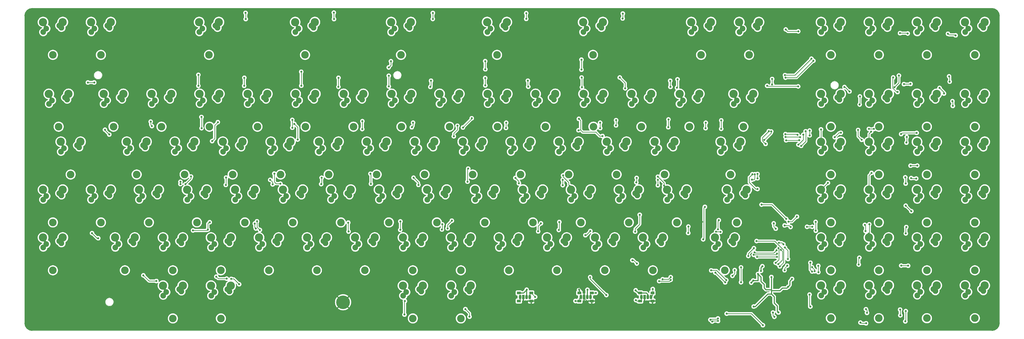
<source format=gbr>
%TF.GenerationSoftware,KiCad,Pcbnew,(6.99.0-5015-g618347ef50-dirty)*%
%TF.CreationDate,2022-12-25T12:47:05-05:00*%
%TF.ProjectId,necpc8801mkiisr,6e656370-6338-4383-9031-6d6b69697372,rev?*%
%TF.SameCoordinates,Original*%
%TF.FileFunction,Copper,L1,Top*%
%TF.FilePolarity,Positive*%
%FSLAX46Y46*%
G04 Gerber Fmt 4.6, Leading zero omitted, Abs format (unit mm)*
G04 Created by KiCad (PCBNEW (6.99.0-5015-g618347ef50-dirty)) date 2022-12-25 12:47:05*
%MOMM*%
%LPD*%
G01*
G04 APERTURE LIST*
%TA.AperFunction,SMDPad,CuDef*%
%ADD10R,1.500000X1.000000*%
%TD*%
%TA.AperFunction,ComponentPad*%
%ADD11O,1.070000X1.800000*%
%TD*%
%TA.AperFunction,ComponentPad*%
%ADD12R,1.070000X1.800000*%
%TD*%
%TA.AperFunction,ComponentPad*%
%ADD13C,5.400000*%
%TD*%
%TA.AperFunction,ComponentPad*%
%ADD14C,3.000000*%
%TD*%
%TA.AperFunction,ComponentPad*%
%ADD15C,3.250000*%
%TD*%
%TA.AperFunction,ComponentPad*%
%ADD16C,2.250000*%
%TD*%
%TA.AperFunction,ComponentPad*%
%ADD17C,1.000000*%
%TD*%
%TA.AperFunction,ViaPad*%
%ADD18C,0.800000*%
%TD*%
%TA.AperFunction,Conductor*%
%ADD19C,0.250000*%
%TD*%
%TA.AperFunction,Conductor*%
%ADD20C,0.400000*%
%TD*%
%TA.AperFunction,Profile*%
%ADD21C,0.150000*%
%TD*%
%TA.AperFunction,Profile*%
%ADD22C,0.050000*%
%TD*%
G04 APERTURE END LIST*
D10*
%TO.P,LED1,1,VCC*%
%TO.N,+5V*%
X195649999Y-113024999D03*
D11*
X198734999Y-114624999D03*
D10*
%TO.P,LED1,2,DOUT*%
%TO.N,unconnected-(LED1-DOUT)*%
X195649999Y-116224999D03*
D11*
X196194999Y-114624999D03*
D12*
%TO.P,LED1,3,GND*%
%TO.N,GND*%
X197464999Y-114624999D03*
D10*
X200549999Y-116224999D03*
D11*
%TO.P,LED1,4,DIN*%
%TO.N,Net-(LED1-DIN)*%
X200004999Y-114624999D03*
D10*
X200549999Y-113024999D03*
%TD*%
%TO.P,LED2,1,VCC*%
%TO.N,+5V*%
X219649999Y-113024999D03*
D11*
X222734999Y-114624999D03*
D10*
%TO.P,LED2,2,DOUT*%
%TO.N,Net-(LED1-DIN)*%
X219649999Y-116224999D03*
D11*
X220194999Y-114624999D03*
D12*
%TO.P,LED2,3,GND*%
%TO.N,GND*%
X221464999Y-114624999D03*
D10*
X224549999Y-116224999D03*
D11*
%TO.P,LED2,4,DIN*%
%TO.N,Net-(LED2-DIN)*%
X224004999Y-114624999D03*
D10*
X224549999Y-113024999D03*
%TD*%
%TO.P,LED3,1,VCC*%
%TO.N,+5V*%
X243649999Y-113024999D03*
D11*
X246734999Y-114624999D03*
D10*
%TO.P,LED3,2,DOUT*%
%TO.N,Net-(LED2-DIN)*%
X243649999Y-116224999D03*
D11*
X244194999Y-114624999D03*
D12*
%TO.P,LED3,3,GND*%
%TO.N,GND*%
X245464999Y-114624999D03*
D10*
X248549999Y-116224999D03*
D11*
%TO.P,LED3,4,DIN*%
%TO.N,LEDDIN*%
X248004999Y-114624999D03*
D10*
X248549999Y-113024999D03*
%TD*%
D13*
%TO.P,H2,1,1*%
%TO.N,GND*%
X126100000Y-116725000D03*
%TD*%
D14*
%TO.P,SW_STP_1,*%
%TO.N,*%
X11220000Y-18550000D03*
D15*
%TO.P,SW_STP_1,1,COL*%
%TO.N,COL0*%
X7320000Y-5550000D03*
D16*
X7410000Y-9510000D03*
D17*
X8020000Y-7050000D03*
D16*
X8595000Y-8125000D03*
%TO.P,SW_STP_1,2,ROW*%
%TO.N,Net-(D1-A)*%
X13760000Y-6970000D03*
X14595000Y-7800000D03*
D15*
X15120000Y-5550000D03*
%TD*%
D14*
%TO.P,SW_KPMULT_1,*%
%TO.N,*%
X376200000Y-66050000D03*
D15*
%TO.P,SW_KPMULT_1,1,COL*%
%TO.N,COL9*%
X372300000Y-53050000D03*
D16*
X372390000Y-57010000D03*
D17*
X373000000Y-54550000D03*
D16*
X373575000Y-55625000D03*
%TO.P,SW_KPMULT_1,2,ROW*%
%TO.N,Net-(D109-A)*%
X378740000Y-54470000D03*
X379575000Y-55300000D03*
D15*
X380100000Y-53050000D03*
%TD*%
D14*
%TO.P,SW_RLD_1,*%
%TO.N,*%
X286820000Y-18550000D03*
D15*
%TO.P,SW_RLD_1,1,COL*%
%TO.N,COL7*%
X282920000Y-5550000D03*
D16*
X283010000Y-9510000D03*
D17*
X283620000Y-7050000D03*
D16*
X284195000Y-8125000D03*
%TO.P,SW_RLD_1,2,ROW*%
%TO.N,Net-(D78-A)*%
X289360000Y-6970000D03*
X290195000Y-7800000D03*
D15*
X290720000Y-5550000D03*
%TD*%
D14*
%TO.P,SW_LS2_1,*%
%TO.N,*%
X39720000Y-104050000D03*
D15*
%TO.P,SW_LS2_1,1,COL*%
%TO.N,COL0*%
X35820000Y-91050000D03*
D16*
X35910000Y-95010000D03*
D17*
X36520000Y-92550000D03*
D16*
X37095000Y-93625000D03*
%TO.P,SW_LS2_1,2,ROW*%
%TO.N,Net-(D6-A)*%
X42260000Y-92470000D03*
X43095000Y-93300000D03*
D15*
X43620000Y-91050000D03*
%TD*%
D14*
%TO.P,SW_F3_1,*%
%TO.N,*%
X149020000Y-18550000D03*
D15*
%TO.P,SW_F3_1,1,COL*%
%TO.N,COL3*%
X145120000Y-5550000D03*
D16*
X145210000Y-9510000D03*
D17*
X145820000Y-7050000D03*
D16*
X146395000Y-8125000D03*
%TO.P,SW_F3_1,2,ROW*%
%TO.N,Net-(D34-A)*%
X151560000Y-6970000D03*
X152395000Y-7800000D03*
D15*
X152920000Y-5550000D03*
%TD*%
D14*
%TO.P,SW_KP2_1,*%
%TO.N,*%
X338200000Y-104050000D03*
D15*
%TO.P,SW_KP2_1,1,COL*%
%TO.N,COL8*%
X334300000Y-91050000D03*
D16*
X334390000Y-95010000D03*
D17*
X335000000Y-92550000D03*
D16*
X335575000Y-93625000D03*
%TO.P,SW_KP2_1,2,ROW*%
%TO.N,Net-(D95-A)*%
X340740000Y-92470000D03*
X341575000Y-93300000D03*
D15*
X342100000Y-91050000D03*
%TD*%
D14*
%TO.P,SW_WE_1,*%
%TO.N,*%
X258220000Y-85050000D03*
D15*
%TO.P,SW_WE_1,1,COL*%
%TO.N,COL6*%
X254320000Y-72050000D03*
D16*
X254410000Y-76010000D03*
D17*
X255020000Y-73550000D03*
D16*
X255595000Y-74625000D03*
%TO.P,SW_WE_1,2,ROW*%
%TO.N,Net-(D73-A)*%
X260760000Y-73470000D03*
X261595000Y-74300000D03*
D15*
X262120000Y-72050000D03*
%TD*%
D14*
%TO.P,SW_F5_1,*%
%TO.N,*%
X225020000Y-18550000D03*
D15*
%TO.P,SW_F5_1,1,COL*%
%TO.N,COL5*%
X221120000Y-5550000D03*
D16*
X221210000Y-9510000D03*
D17*
X221820000Y-7050000D03*
D16*
X222395000Y-8125000D03*
%TO.P,SW_F5_1,2,ROW*%
%TO.N,Net-(D56-A)*%
X227560000Y-6970000D03*
X228395000Y-7800000D03*
D15*
X228920000Y-5550000D03*
%TD*%
D14*
%TO.P,SW_LT_1,*%
%TO.N,*%
X191720000Y-104050000D03*
D15*
%TO.P,SW_LT_1,1,COL*%
%TO.N,COL4*%
X187820000Y-91050000D03*
D16*
X187910000Y-95010000D03*
D17*
X188520000Y-92550000D03*
D16*
X189095000Y-93625000D03*
%TO.P,SW_LT_1,2,ROW*%
%TO.N,Net-(D51-A)*%
X194260000Y-92470000D03*
X195095000Y-93300000D03*
D15*
X195620000Y-91050000D03*
%TD*%
D14*
%TO.P,SW_KP4_1,*%
%TO.N,*%
X319200000Y-85050000D03*
D15*
%TO.P,SW_KP4_1,1,COL*%
%TO.N,COL8*%
X315300000Y-72050000D03*
D16*
X315390000Y-76010000D03*
D17*
X316000000Y-73550000D03*
D16*
X316575000Y-74625000D03*
%TO.P,SW_KP4_1,2,ROW*%
%TO.N,Net-(D91-A)*%
X321740000Y-73470000D03*
X322575000Y-74300000D03*
D15*
X323100000Y-72050000D03*
%TD*%
D14*
%TO.P,SW_CAR_1,*%
%TO.N,*%
X244200000Y-47050000D03*
D15*
%TO.P,SW_CAR_1,1,COL*%
%TO.N,COL5*%
X240300000Y-34050000D03*
D16*
X240390000Y-38010000D03*
D17*
X241000000Y-35550000D03*
D16*
X241575000Y-36625000D03*
%TO.P,SW_CAR_1,2,ROW*%
%TO.N,Net-(D65-A)*%
X246740000Y-35470000D03*
X247575000Y-36300000D03*
D15*
X248100000Y-34050000D03*
%TD*%
D14*
%TO.P,SW_SUP_1,*%
%TO.N,*%
X58720000Y-123150000D03*
D15*
%TO.P,SW_SUP_1,1,COL*%
%TO.N,COL1*%
X54820000Y-110150000D03*
D16*
X54910000Y-114110000D03*
D17*
X55520000Y-111650000D03*
D16*
X56095000Y-112725000D03*
%TO.P,SW_SUP_1,2,ROW*%
%TO.N,Net-(D17-A)*%
X61260000Y-111570000D03*
X62095000Y-112400000D03*
D15*
X62620000Y-110150000D03*
%TD*%
D14*
%TO.P,SW_RLU_1,*%
%TO.N,*%
X267820000Y-18550000D03*
D15*
%TO.P,SW_RLU_1,1,COL*%
%TO.N,COL6*%
X263920000Y-5550000D03*
D16*
X264010000Y-9510000D03*
D17*
X264620000Y-7050000D03*
D16*
X265195000Y-8125000D03*
%TO.P,SW_RLU_1,2,ROW*%
%TO.N,Net-(D67-A)*%
X270360000Y-6970000D03*
X271195000Y-7800000D03*
D15*
X271720000Y-5550000D03*
%TD*%
D14*
%TO.P,SW_DEL_1,*%
%TO.N,*%
X284575000Y-47050000D03*
D15*
%TO.P,SW_DEL_1,1,COL*%
%TO.N,COL6*%
X280675000Y-34050000D03*
D16*
X280765000Y-38010000D03*
D17*
X281375000Y-35550000D03*
D16*
X281950000Y-36625000D03*
%TO.P,SW_DEL_1,2,ROW*%
%TO.N,Net-(D76-A)*%
X287115000Y-35470000D03*
X287950000Y-36300000D03*
D15*
X288475000Y-34050000D03*
%TD*%
D14*
%TO.P,SW_J_1,*%
%TO.N,*%
X163220000Y-85050000D03*
D15*
%TO.P,SW_J_1,1,COL*%
%TO.N,COL4*%
X159320000Y-72050000D03*
D16*
X159410000Y-76010000D03*
D17*
X160020000Y-73550000D03*
D16*
X160595000Y-74625000D03*
%TO.P,SW_J_1,2,ROW*%
%TO.N,Net-(D48-A)*%
X165760000Y-73470000D03*
X166595000Y-74300000D03*
D15*
X167120000Y-72050000D03*
%TD*%
D14*
%TO.P,SW_KPEQ_1,*%
%TO.N,*%
X376200000Y-104050000D03*
D15*
%TO.P,SW_KPEQ_1,1,COL*%
%TO.N,COL9*%
X372300000Y-91050000D03*
D16*
X372390000Y-95010000D03*
D17*
X373000000Y-92550000D03*
D16*
X373575000Y-93625000D03*
%TO.P,SW_KPEQ_1,2,ROW*%
%TO.N,Net-(D106-A)*%
X378740000Y-92470000D03*
X379575000Y-93300000D03*
D15*
X380100000Y-91050000D03*
%TD*%
D14*
%TO.P,SW_KP3_1,*%
%TO.N,*%
X357200000Y-104050000D03*
D15*
%TO.P,SW_KP3_1,1,COL*%
%TO.N,COL9*%
X353300000Y-91050000D03*
D16*
X353390000Y-95010000D03*
D17*
X354000000Y-92550000D03*
D16*
X354575000Y-93625000D03*
%TO.P,SW_KP3_1,2,ROW*%
%TO.N,Net-(D103-A)*%
X359740000Y-92470000D03*
X360575000Y-93300000D03*
D15*
X361100000Y-91050000D03*
%TD*%
D14*
%TO.P,SW_K_1,*%
%TO.N,*%
X182220000Y-85050000D03*
D15*
%TO.P,SW_K_1,1,COL*%
%TO.N,COL4*%
X178320000Y-72050000D03*
D16*
X178410000Y-76010000D03*
D17*
X179020000Y-73550000D03*
D16*
X179595000Y-74625000D03*
%TO.P,SW_K_1,2,ROW*%
%TO.N,Net-(D52-A)*%
X184760000Y-73470000D03*
X185595000Y-74300000D03*
D15*
X186120000Y-72050000D03*
%TD*%
D14*
%TO.P,SW_SP2_1,*%
%TO.N,*%
X172720000Y-123150000D03*
D15*
%TO.P,SW_SP2_1,1,COL*%
%TO.N,COL4*%
X168820000Y-110150000D03*
D16*
X168910000Y-114110000D03*
D17*
X169520000Y-111650000D03*
D16*
X170095000Y-112725000D03*
%TO.P,SW_SP2_1,2,ROW*%
%TO.N,Net-(D50-A)*%
X175260000Y-111570000D03*
X176095000Y-112400000D03*
D15*
X176620000Y-110150000D03*
%TD*%
D14*
%TO.P,SW_F1_1,*%
%TO.N,*%
X73020000Y-18550000D03*
D15*
%TO.P,SW_F1_1,1,COL*%
%TO.N,COL1*%
X69120000Y-5550000D03*
D16*
X69210000Y-9510000D03*
D17*
X69820000Y-7050000D03*
D16*
X70395000Y-8125000D03*
%TO.P,SW_F1_1,2,ROW*%
%TO.N,Net-(D12-A)*%
X75560000Y-6970000D03*
X76395000Y-7800000D03*
D15*
X76920000Y-5550000D03*
%TD*%
D14*
%TO.P,SW_CPY_1,*%
%TO.N,*%
X30220000Y-18550000D03*
D15*
%TO.P,SW_CPY_1,1,COL*%
%TO.N,COL0*%
X26320000Y-5550000D03*
D16*
X26410000Y-9510000D03*
D17*
X27020000Y-7050000D03*
D16*
X27595000Y-8125000D03*
%TO.P,SW_CPY_1,2,ROW*%
%TO.N,Net-(D10-A)*%
X32760000Y-6970000D03*
X33595000Y-7800000D03*
D15*
X34120000Y-5550000D03*
%TD*%
D14*
%TO.P,SW_SP1_1,*%
%TO.N,*%
X153720000Y-123150000D03*
D15*
%TO.P,SW_SP1_1,1,COL*%
%TO.N,COL3*%
X149820000Y-110150000D03*
D16*
X149910000Y-114110000D03*
D17*
X150520000Y-111650000D03*
D16*
X151095000Y-112725000D03*
%TO.P,SW_SP1_1,2,ROW*%
%TO.N,Net-(D39-A)*%
X156260000Y-111570000D03*
X157095000Y-112400000D03*
D15*
X157620000Y-110150000D03*
%TD*%
D14*
%TO.P,SW_D_1,*%
%TO.N,*%
X87220000Y-85050000D03*
D15*
%TO.P,SW_D_1,1,COL*%
%TO.N,COL2*%
X83320000Y-72050000D03*
D16*
X83410000Y-76010000D03*
D17*
X84020000Y-73550000D03*
D16*
X84595000Y-74625000D03*
%TO.P,SW_D_1,2,ROW*%
%TO.N,Net-(D26-A)*%
X89760000Y-73470000D03*
X90595000Y-74300000D03*
D15*
X91120000Y-72050000D03*
%TD*%
D14*
%TO.P,SW_A_1,*%
%TO.N,*%
X49220000Y-85050000D03*
D15*
%TO.P,SW_A_1,1,COL*%
%TO.N,COL1*%
X45320000Y-72050000D03*
D16*
X45410000Y-76010000D03*
D17*
X46020000Y-73550000D03*
D16*
X46595000Y-74625000D03*
%TO.P,SW_A_1,2,ROW*%
%TO.N,Net-(D15-A)*%
X51760000Y-73470000D03*
X52595000Y-74300000D03*
D15*
X53120000Y-72050000D03*
%TD*%
D14*
%TO.P,SW_KPPER_1,*%
%TO.N,*%
X357200000Y-123050000D03*
D15*
%TO.P,SW_KPPER_1,1,COL*%
%TO.N,COL9*%
X353300000Y-110050000D03*
D16*
X353390000Y-114010000D03*
D17*
X354000000Y-111550000D03*
D16*
X354575000Y-112625000D03*
%TO.P,SW_KPPER_1,2,ROW*%
%TO.N,Net-(D104-A)*%
X359740000Y-111470000D03*
X360575000Y-112300000D03*
D15*
X361100000Y-110050000D03*
%TD*%
D14*
%TO.P,SW_6_1,*%
%TO.N,*%
X130200000Y-47050000D03*
D15*
%TO.P,SW_6_1,1,COL*%
%TO.N,COL3*%
X126300000Y-34050000D03*
D16*
X126390000Y-38010000D03*
D17*
X127000000Y-35550000D03*
D16*
X127575000Y-36625000D03*
%TO.P,SW_6_1,2,ROW*%
%TO.N,Net-(D35-A)*%
X132740000Y-35470000D03*
X133575000Y-36300000D03*
D15*
X134100000Y-34050000D03*
%TD*%
D14*
%TO.P,SW_KP6_1,*%
%TO.N,*%
X357200000Y-85050000D03*
D15*
%TO.P,SW_KP6_1,1,COL*%
%TO.N,COL9*%
X353300000Y-72050000D03*
D16*
X353390000Y-76010000D03*
D17*
X354000000Y-73550000D03*
D16*
X354575000Y-74625000D03*
%TO.P,SW_KP6_1,2,ROW*%
%TO.N,Net-(D102-A)*%
X359740000Y-73470000D03*
X360575000Y-74300000D03*
D15*
X361100000Y-72050000D03*
%TD*%
D14*
%TO.P,SW_9_1,*%
%TO.N,*%
X187200000Y-47050000D03*
D15*
%TO.P,SW_9_1,1,COL*%
%TO.N,COL4*%
X183300000Y-34050000D03*
D16*
X183390000Y-38010000D03*
D17*
X184000000Y-35550000D03*
D16*
X184575000Y-36625000D03*
%TO.P,SW_9_1,2,ROW*%
%TO.N,Net-(D54-A)*%
X189740000Y-35470000D03*
X190575000Y-36300000D03*
D15*
X191100000Y-34050000D03*
%TD*%
D14*
%TO.P,SW_CTRL_1,*%
%TO.N,*%
X11220000Y-85050000D03*
D15*
%TO.P,SW_CTRL_1,1,COL*%
%TO.N,COL0*%
X7320000Y-72050000D03*
D16*
X7410000Y-76010000D03*
D17*
X8020000Y-73550000D03*
D16*
X8595000Y-74625000D03*
%TO.P,SW_CTRL_1,2,ROW*%
%TO.N,Net-(D4-A)*%
X13760000Y-73470000D03*
X14595000Y-74300000D03*
D15*
X15120000Y-72050000D03*
%TD*%
D14*
%TO.P,SW_KP7_1,*%
%TO.N,*%
X319200000Y-66050000D03*
D15*
%TO.P,SW_KP7_1,1,COL*%
%TO.N,COL8*%
X315300000Y-53050000D03*
D16*
X315390000Y-57010000D03*
D17*
X316000000Y-54550000D03*
D16*
X316575000Y-55625000D03*
%TO.P,SW_KP7_1,2,ROW*%
%TO.N,Net-(D90-A)*%
X321740000Y-54470000D03*
X322575000Y-55300000D03*
D15*
X323100000Y-53050000D03*
%TD*%
D14*
%TO.P,SW_F4_1,*%
%TO.N,*%
X187020000Y-18550000D03*
D15*
%TO.P,SW_F4_1,1,COL*%
%TO.N,COL4*%
X183120000Y-5550000D03*
D16*
X183210000Y-9510000D03*
D17*
X183820000Y-7050000D03*
D16*
X184395000Y-8125000D03*
%TO.P,SW_F4_1,2,ROW*%
%TO.N,Net-(D45-A)*%
X189560000Y-6970000D03*
X190395000Y-7800000D03*
D15*
X190920000Y-5550000D03*
%TD*%
D14*
%TO.P,SW_S_1,*%
%TO.N,*%
X68220000Y-85050000D03*
D15*
%TO.P,SW_S_1,1,COL*%
%TO.N,COL1*%
X64320000Y-72050000D03*
D16*
X64410000Y-76010000D03*
D17*
X65020000Y-73550000D03*
D16*
X65595000Y-74625000D03*
%TO.P,SW_S_1,2,ROW*%
%TO.N,Net-(D19-A)*%
X70760000Y-73470000D03*
X71595000Y-74300000D03*
D15*
X72120000Y-72050000D03*
%TD*%
D14*
%TO.P,SW_KPHELP1,*%
%TO.N,*%
X338200000Y-47050000D03*
D15*
%TO.P,SW_KPHELP1,1,COL*%
%TO.N,COL8*%
X334300000Y-34050000D03*
D16*
X334390000Y-38010000D03*
D17*
X335000000Y-35550000D03*
D16*
X335575000Y-36625000D03*
%TO.P,SW_KPHELP1,2,ROW*%
%TO.N,Net-(D98-A)*%
X340740000Y-35470000D03*
X341575000Y-36300000D03*
D15*
X342100000Y-34050000D03*
%TD*%
D14*
%TO.P,SW_2_1,*%
%TO.N,*%
X54200000Y-47050000D03*
D15*
%TO.P,SW_2_1,1,COL*%
%TO.N,COL1*%
X50300000Y-34050000D03*
D16*
X50390000Y-38010000D03*
D17*
X51000000Y-35550000D03*
D16*
X51575000Y-36625000D03*
%TO.P,SW_2_1,2,ROW*%
%TO.N,Net-(D13-A)*%
X56740000Y-35470000D03*
X57575000Y-36300000D03*
D15*
X58100000Y-34050000D03*
%TD*%
D14*
%TO.P,SW_W_1,*%
%TO.N,*%
X63370000Y-66025000D03*
D15*
%TO.P,SW_W_1,1,COL*%
%TO.N,COL1*%
X59470000Y-53025000D03*
D16*
X59560000Y-56985000D03*
D17*
X60170000Y-54525000D03*
D16*
X60745000Y-55600000D03*
%TO.P,SW_W_1,2,ROW*%
%TO.N,Net-(D14-A)*%
X65910000Y-54445000D03*
X66745000Y-55275000D03*
D15*
X67270000Y-53025000D03*
%TD*%
D14*
%TO.P,SW_X_1,*%
%TO.N,*%
X77720000Y-104050000D03*
D15*
%TO.P,SW_X_1,1,COL*%
%TO.N,COL1*%
X73820000Y-91050000D03*
D16*
X73910000Y-95010000D03*
D17*
X74520000Y-92550000D03*
D16*
X75095000Y-93625000D03*
%TO.P,SW_X_1,2,ROW*%
%TO.N,Net-(D18-A)*%
X80260000Y-92470000D03*
X81095000Y-93300000D03*
D15*
X81620000Y-91050000D03*
%TD*%
D14*
%TO.P,SW_G_1,*%
%TO.N,*%
X125220000Y-85050000D03*
D15*
%TO.P,SW_G_1,1,COL*%
%TO.N,COL3*%
X121320000Y-72050000D03*
D16*
X121410000Y-76010000D03*
D17*
X122020000Y-73550000D03*
D16*
X122595000Y-74625000D03*
%TO.P,SW_G_1,2,ROW*%
%TO.N,Net-(D37-A)*%
X127760000Y-73470000D03*
X128595000Y-74300000D03*
D15*
X129120000Y-72050000D03*
%TD*%
D14*
%TO.P,SW_E_1,*%
%TO.N,*%
X82370000Y-66025000D03*
D15*
%TO.P,SW_E_1,1,COL*%
%TO.N,COL1*%
X78470000Y-53025000D03*
D16*
X78560000Y-56985000D03*
D17*
X79170000Y-54525000D03*
D16*
X79745000Y-55600000D03*
%TO.P,SW_E_1,2,ROW*%
%TO.N,Net-(D20-A)*%
X84910000Y-54445000D03*
X85745000Y-55275000D03*
D15*
X86270000Y-53025000D03*
%TD*%
D14*
%TO.P,SW_5_1,*%
%TO.N,*%
X111200000Y-47050000D03*
D15*
%TO.P,SW_5_1,1,COL*%
%TO.N,COL2*%
X107300000Y-34050000D03*
D16*
X107390000Y-38010000D03*
D17*
X108000000Y-35550000D03*
D16*
X108575000Y-36625000D03*
%TO.P,SW_5_1,2,ROW*%
%TO.N,Net-(D32-A)*%
X113740000Y-35470000D03*
X114575000Y-36300000D03*
D15*
X115100000Y-34050000D03*
%TD*%
D14*
%TO.P,SW_I_1,*%
%TO.N,*%
X177370000Y-66025000D03*
D15*
%TO.P,SW_I_1,1,COL*%
%TO.N,COL4*%
X173470000Y-53025000D03*
D16*
X173560000Y-56985000D03*
D17*
X174170000Y-54525000D03*
D16*
X174745000Y-55600000D03*
%TO.P,SW_I_1,2,ROW*%
%TO.N,Net-(D47-A)*%
X179910000Y-54445000D03*
X180745000Y-55275000D03*
D15*
X181270000Y-53025000D03*
%TD*%
D14*
%TO.P,SW_1_1,*%
%TO.N,*%
X35200000Y-47050000D03*
D15*
%TO.P,SW_1_1,1,COL*%
%TO.N,COL0*%
X31300000Y-34050000D03*
D16*
X31390000Y-38010000D03*
D17*
X32000000Y-35550000D03*
D16*
X32575000Y-36625000D03*
%TO.P,SW_1_1,2,ROW*%
%TO.N,Net-(D9-A)*%
X37740000Y-35470000D03*
X38575000Y-36300000D03*
D15*
X39100000Y-34050000D03*
%TD*%
D14*
%TO.P,SW_AMG_1,*%
%TO.N,*%
X248720000Y-104050000D03*
D15*
%TO.P,SW_AMG_1,1,COL*%
%TO.N,COL6*%
X244820000Y-91050000D03*
D16*
X244910000Y-95010000D03*
D17*
X245520000Y-92550000D03*
D16*
X246095000Y-93625000D03*
%TO.P,SW_AMG_1,2,ROW*%
%TO.N,Net-(D71-A)*%
X251260000Y-92470000D03*
X252095000Y-93300000D03*
D15*
X252620000Y-91050000D03*
%TD*%
D14*
%TO.P,SW_V_1,*%
%TO.N,*%
X115720000Y-104050000D03*
D15*
%TO.P,SW_V_1,1,COL*%
%TO.N,COL2*%
X111820000Y-91050000D03*
D16*
X111910000Y-95010000D03*
D17*
X112520000Y-92550000D03*
D16*
X113095000Y-93625000D03*
%TO.P,SW_V_1,2,ROW*%
%TO.N,Net-(D29-A)*%
X118260000Y-92470000D03*
X119095000Y-93300000D03*
D15*
X119620000Y-91050000D03*
%TD*%
D14*
%TO.P,SW_L_1,*%
%TO.N,*%
X201220000Y-85050000D03*
D15*
%TO.P,SW_L_1,1,COL*%
%TO.N,COL5*%
X197320000Y-72050000D03*
D16*
X197410000Y-76010000D03*
D17*
X198020000Y-73550000D03*
D16*
X198595000Y-74625000D03*
%TO.P,SW_L_1,2,ROW*%
%TO.N,Net-(D59-A)*%
X203760000Y-73470000D03*
X204595000Y-74300000D03*
D15*
X205120000Y-72050000D03*
%TD*%
D14*
%TO.P,SW_YEN_1,*%
%TO.N,*%
X263200000Y-47050000D03*
D15*
%TO.P,SW_YEN_1,1,COL*%
%TO.N,COL6*%
X259300000Y-34050000D03*
D16*
X259390000Y-38010000D03*
D17*
X260000000Y-35550000D03*
D16*
X260575000Y-36625000D03*
%TO.P,SW_YEN_1,2,ROW*%
%TO.N,Net-(D68-A)*%
X265740000Y-35470000D03*
X266575000Y-36300000D03*
D15*
X267100000Y-34050000D03*
%TD*%
D14*
%TO.P,SW_M_1,*%
%TO.N,*%
X172720000Y-104050000D03*
D15*
%TO.P,SW_M_1,1,COL*%
%TO.N,COL4*%
X168820000Y-91050000D03*
D16*
X168910000Y-95010000D03*
D17*
X169520000Y-92550000D03*
D16*
X170095000Y-93625000D03*
%TO.P,SW_M_1,2,ROW*%
%TO.N,Net-(D49-A)*%
X175260000Y-92470000D03*
X176095000Y-93300000D03*
D15*
X176620000Y-91050000D03*
%TD*%
D14*
%TO.P,SW_F2_1,*%
%TO.N,*%
X111020000Y-18550000D03*
D15*
%TO.P,SW_F2_1,1,COL*%
%TO.N,COL2*%
X107120000Y-5550000D03*
D16*
X107210000Y-9510000D03*
D17*
X107820000Y-7050000D03*
D16*
X108395000Y-8125000D03*
%TO.P,SW_F2_1,2,ROW*%
%TO.N,Net-(D23-A)*%
X113560000Y-6970000D03*
X114395000Y-7800000D03*
D15*
X114920000Y-5550000D03*
%TD*%
D14*
%TO.P,SW_KP9_1,*%
%TO.N,*%
X357200000Y-66050000D03*
D15*
%TO.P,SW_KP9_1,1,COL*%
%TO.N,COL9*%
X353300000Y-53050000D03*
D16*
X353390000Y-57010000D03*
D17*
X354000000Y-54550000D03*
D16*
X354575000Y-55625000D03*
%TO.P,SW_KP9_1,2,ROW*%
%TO.N,Net-(D101-A)*%
X359740000Y-54470000D03*
X360575000Y-55300000D03*
D15*
X361100000Y-53050000D03*
%TD*%
D14*
%TO.P,SW_KPHOME_1,*%
%TO.N,*%
X319200000Y-47050000D03*
D15*
%TO.P,SW_KPHOME_1,1,COL*%
%TO.N,COL8*%
X315300000Y-34050000D03*
D16*
X315390000Y-38010000D03*
D17*
X316000000Y-35550000D03*
D16*
X316575000Y-36625000D03*
%TO.P,SW_KPHOME_1,2,ROW*%
%TO.N,Net-(D89-A)*%
X321740000Y-35470000D03*
X322575000Y-36300000D03*
D15*
X323100000Y-34050000D03*
%TD*%
D14*
%TO.P,SW_CAPS_1,*%
%TO.N,*%
X30220000Y-85050000D03*
D15*
%TO.P,SW_CAPS_1,1,COL*%
%TO.N,COL0*%
X26320000Y-72050000D03*
D16*
X26410000Y-76010000D03*
D17*
X27020000Y-73550000D03*
D16*
X27595000Y-74625000D03*
%TO.P,SW_CAPS_1,2,ROW*%
%TO.N,Net-(D7-A)*%
X32760000Y-73470000D03*
X33595000Y-74300000D03*
D15*
X34120000Y-72050000D03*
%TD*%
D14*
%TO.P,SW_KPDIV_1,*%
%TO.N,*%
X376200000Y-47050000D03*
D15*
%TO.P,SW_KPDIV_1,1,COL*%
%TO.N,COL9*%
X372300000Y-34050000D03*
D16*
X372390000Y-38010000D03*
D17*
X373000000Y-35550000D03*
D16*
X373575000Y-36625000D03*
%TO.P,SW_KPDIV_1,2,ROW*%
%TO.N,Net-(D110-A)*%
X378740000Y-35470000D03*
X379575000Y-36300000D03*
D15*
X380100000Y-34050000D03*
%TD*%
D14*
%TO.P,SW_C_1,*%
%TO.N,*%
X96720000Y-104050000D03*
D15*
%TO.P,SW_C_1,1,COL*%
%TO.N,COL2*%
X92820000Y-91050000D03*
D16*
X92910000Y-95010000D03*
D17*
X93520000Y-92550000D03*
D16*
X94095000Y-93625000D03*
%TO.P,SW_C_1,2,ROW*%
%TO.N,Net-(D27-A)*%
X99260000Y-92470000D03*
X100095000Y-93300000D03*
D15*
X100620000Y-91050000D03*
%TD*%
D14*
%TO.P,SW_Q_1,*%
%TO.N,*%
X44370000Y-66025000D03*
D15*
%TO.P,SW_Q_1,1,COL*%
%TO.N,COL0*%
X40470000Y-53025000D03*
D16*
X40560000Y-56985000D03*
D17*
X41170000Y-54525000D03*
D16*
X41745000Y-55600000D03*
%TO.P,SW_Q_1,2,ROW*%
%TO.N,Net-(D8-A)*%
X46910000Y-54445000D03*
X47745000Y-55275000D03*
D15*
X48270000Y-53025000D03*
%TD*%
D14*
%TO.P,SW_MN_1,*%
%TO.N,*%
X225200000Y-47050000D03*
D15*
%TO.P,SW_MN_1,1,COL*%
%TO.N,COL5*%
X221300000Y-34050000D03*
D16*
X221390000Y-38010000D03*
D17*
X222000000Y-35550000D03*
D16*
X222575000Y-36625000D03*
%TO.P,SW_MN_1,2,ROW*%
%TO.N,Net-(D64-A)*%
X227740000Y-35470000D03*
X228575000Y-36300000D03*
D15*
X229100000Y-34050000D03*
%TD*%
D14*
%TO.P,SW_DOWN_1,*%
%TO.N,*%
X338200000Y-18550000D03*
D15*
%TO.P,SW_DOWN_1,1,COL*%
%TO.N,COL7*%
X334300000Y-5550000D03*
D16*
X334390000Y-9510000D03*
D17*
X335000000Y-7050000D03*
D16*
X335575000Y-8125000D03*
%TO.P,SW_DOWN_1,2,ROW*%
%TO.N,Net-(D84-A)*%
X340740000Y-6970000D03*
X341575000Y-7800000D03*
D15*
X342100000Y-5550000D03*
%TD*%
D14*
%TO.P,SW_3_1,*%
%TO.N,*%
X73200000Y-47050000D03*
D15*
%TO.P,SW_3_1,1,COL*%
%TO.N,COL1*%
X69300000Y-34050000D03*
D16*
X69390000Y-38010000D03*
D17*
X70000000Y-35550000D03*
D16*
X70575000Y-36625000D03*
%TO.P,SW_3_1,2,ROW*%
%TO.N,Net-(D21-A)*%
X75740000Y-35470000D03*
X76575000Y-36300000D03*
D15*
X77100000Y-34050000D03*
%TD*%
D14*
%TO.P,SW_AT_1,*%
%TO.N,*%
X234370000Y-66025000D03*
D15*
%TO.P,SW_AT_1,1,COL*%
%TO.N,COL5*%
X230470000Y-53025000D03*
D16*
X230560000Y-56985000D03*
D17*
X231170000Y-54525000D03*
D16*
X231745000Y-55600000D03*
%TO.P,SW_AT_1,2,ROW*%
%TO.N,Net-(D63-A)*%
X236910000Y-54445000D03*
X237745000Y-55275000D03*
D15*
X238270000Y-53025000D03*
%TD*%
D14*
%TO.P,SW_GT_1,*%
%TO.N,*%
X210720000Y-104050000D03*
D15*
%TO.P,SW_GT_1,1,COL*%
%TO.N,COL5*%
X206820000Y-91050000D03*
D16*
X206910000Y-95010000D03*
D17*
X207520000Y-92550000D03*
D16*
X208095000Y-93625000D03*
%TO.P,SW_GT_1,2,ROW*%
%TO.N,Net-(D60-A)*%
X213260000Y-92470000D03*
X214095000Y-93300000D03*
D15*
X214620000Y-91050000D03*
%TD*%
D14*
%TO.P,SW_Z_1,*%
%TO.N,*%
X58720000Y-104050000D03*
D15*
%TO.P,SW_Z_1,1,COL*%
%TO.N,COL1*%
X54820000Y-91050000D03*
D16*
X54910000Y-95010000D03*
D17*
X55520000Y-92550000D03*
D16*
X56095000Y-93625000D03*
%TO.P,SW_Z_1,2,ROW*%
%TO.N,Net-(D16-A)*%
X61260000Y-92470000D03*
X62095000Y-93300000D03*
D15*
X62620000Y-91050000D03*
%TD*%
D14*
%TO.P,SW_O_1,*%
%TO.N,*%
X196370000Y-66025000D03*
D15*
%TO.P,SW_O_1,1,COL*%
%TO.N,COL4*%
X192470000Y-53025000D03*
D16*
X192560000Y-56985000D03*
D17*
X193170000Y-54525000D03*
D16*
X193745000Y-55600000D03*
%TO.P,SW_O_1,2,ROW*%
%TO.N,Net-(D53-A)*%
X198910000Y-54445000D03*
X199745000Y-55275000D03*
D15*
X200270000Y-53025000D03*
%TD*%
D14*
%TO.P,SW_H_1,*%
%TO.N,*%
X144220000Y-85050000D03*
D15*
%TO.P,SW_H_1,1,COL*%
%TO.N,COL3*%
X140320000Y-72050000D03*
D16*
X140410000Y-76010000D03*
D17*
X141020000Y-73550000D03*
D16*
X141595000Y-74625000D03*
%TO.P,SW_H_1,2,ROW*%
%TO.N,Net-(D41-A)*%
X146760000Y-73470000D03*
X147595000Y-74300000D03*
D15*
X148120000Y-72050000D03*
%TD*%
D14*
%TO.P,SW_FC_1,*%
%TO.N,*%
X253370000Y-66025000D03*
D15*
%TO.P,SW_FC_1,1,COL*%
%TO.N,COL6*%
X249470000Y-53025000D03*
D16*
X249560000Y-56985000D03*
D17*
X250170000Y-54525000D03*
D16*
X250745000Y-55600000D03*
%TO.P,SW_FC_1,2,ROW*%
%TO.N,Net-(D69-A)*%
X255910000Y-54445000D03*
X256745000Y-55275000D03*
D15*
X257270000Y-53025000D03*
%TD*%
D14*
%TO.P,SW_KPENT_1,*%
%TO.N,*%
X376200000Y-123050000D03*
D15*
%TO.P,SW_KPENT_1,1,COL*%
%TO.N,COL9*%
X372300000Y-110050000D03*
D16*
X372390000Y-114010000D03*
D17*
X373000000Y-111550000D03*
D16*
X373575000Y-112625000D03*
%TO.P,SW_KPENT_1,2,ROW*%
%TO.N,Net-(D105-A)*%
X378740000Y-111470000D03*
X379575000Y-112300000D03*
D15*
X380100000Y-110050000D03*
%TD*%
D14*
%TO.P,SW_B_1,*%
%TO.N,*%
X134720000Y-104050000D03*
D15*
%TO.P,SW_B_1,1,COL*%
%TO.N,COL3*%
X130820000Y-91050000D03*
D16*
X130910000Y-95010000D03*
D17*
X131520000Y-92550000D03*
D16*
X132095000Y-93625000D03*
%TO.P,SW_B_1,2,ROW*%
%TO.N,Net-(D38-A)*%
X137260000Y-92470000D03*
X138095000Y-93300000D03*
D15*
X138620000Y-91050000D03*
%TD*%
D14*
%TO.P,SW_R_1,*%
%TO.N,*%
X101370000Y-66025000D03*
D15*
%TO.P,SW_R_1,1,COL*%
%TO.N,COL2*%
X97470000Y-53025000D03*
D16*
X97560000Y-56985000D03*
D17*
X98170000Y-54525000D03*
D16*
X98745000Y-55600000D03*
%TO.P,SW_R_1,2,ROW*%
%TO.N,Net-(D25-A)*%
X103910000Y-54445000D03*
X104745000Y-55275000D03*
D15*
X105270000Y-53025000D03*
%TD*%
D14*
%TO.P,SW_0_1,*%
%TO.N,*%
X206200000Y-47050000D03*
D15*
%TO.P,SW_0_1,1,COL*%
%TO.N,COL5*%
X202300000Y-34050000D03*
D16*
X202390000Y-38010000D03*
D17*
X203000000Y-35550000D03*
D16*
X203575000Y-36625000D03*
%TO.P,SW_0_1,2,ROW*%
%TO.N,Net-(D57-A)*%
X208740000Y-35470000D03*
X209575000Y-36300000D03*
D15*
X210100000Y-34050000D03*
%TD*%
D14*
%TO.P,SW_8_1,*%
%TO.N,*%
X168200000Y-47050000D03*
D15*
%TO.P,SW_8_1,1,COL*%
%TO.N,COL4*%
X164300000Y-34050000D03*
D16*
X164390000Y-38010000D03*
D17*
X165000000Y-35550000D03*
D16*
X165575000Y-36625000D03*
%TO.P,SW_8_1,2,ROW*%
%TO.N,Net-(D46-A)*%
X170740000Y-35470000D03*
X171575000Y-36300000D03*
D15*
X172100000Y-34050000D03*
%TD*%
D14*
%TO.P,SW_RIGHT_1,*%
%TO.N,*%
X376200000Y-18550000D03*
D15*
%TO.P,SW_RIGHT_1,1,COL*%
%TO.N,COL7*%
X372300000Y-5550000D03*
D16*
X372390000Y-9510000D03*
D17*
X373000000Y-7050000D03*
D16*
X373575000Y-8125000D03*
%TO.P,SW_RIGHT_1,2,ROW*%
%TO.N,Net-(D83-A)*%
X378740000Y-6970000D03*
X379575000Y-7800000D03*
D15*
X380100000Y-5550000D03*
%TD*%
D14*
%TO.P,SW_KP0_1,*%
%TO.N,*%
X319200000Y-123050000D03*
D15*
%TO.P,SW_KP0_1,1,COL*%
%TO.N,COL8*%
X315300000Y-110050000D03*
D16*
X315390000Y-114010000D03*
D17*
X316000000Y-111550000D03*
D16*
X316575000Y-112625000D03*
%TO.P,SW_KP0_1,2,ROW*%
%TO.N,Net-(D93-A)*%
X321740000Y-111470000D03*
X322575000Y-112300000D03*
D15*
X323100000Y-110050000D03*
%TD*%
D14*
%TO.P,SW_Y_1,*%
%TO.N,*%
X139370000Y-66025000D03*
D15*
%TO.P,SW_Y_1,1,COL*%
%TO.N,COL3*%
X135470000Y-53025000D03*
D16*
X135560000Y-56985000D03*
D17*
X136170000Y-54525000D03*
D16*
X136745000Y-55600000D03*
%TO.P,SW_Y_1,2,ROW*%
%TO.N,Net-(D36-A)*%
X141910000Y-54445000D03*
X142745000Y-55275000D03*
D15*
X143270000Y-53025000D03*
%TD*%
D14*
%TO.P,SW_RSH_1,*%
%TO.N,*%
X277220000Y-104050000D03*
D15*
%TO.P,SW_RSH_1,1,COL*%
%TO.N,COL7*%
X273320000Y-91050000D03*
D16*
X273410000Y-95010000D03*
D17*
X274020000Y-92550000D03*
D16*
X274595000Y-93625000D03*
%TO.P,SW_RSH_1,2,ROW*%
%TO.N,Net-(D82-A)*%
X279760000Y-92470000D03*
X280595000Y-93300000D03*
D15*
X281120000Y-91050000D03*
%TD*%
D14*
%TO.P,SW_COL_1,*%
%TO.N,*%
X239220000Y-85050000D03*
D15*
%TO.P,SW_COL_1,1,COL*%
%TO.N,COL6*%
X235320000Y-72050000D03*
D16*
X235410000Y-76010000D03*
D17*
X236020000Y-73550000D03*
D16*
X236595000Y-74625000D03*
%TO.P,SW_COL_1,2,ROW*%
%TO.N,Net-(D70-A)*%
X241760000Y-73470000D03*
X242595000Y-74300000D03*
D15*
X243120000Y-72050000D03*
%TD*%
D14*
%TO.P,SW_ED_1,*%
%TO.N,*%
X281970000Y-85050000D03*
D15*
%TO.P,SW_ED_1,1,COL*%
%TO.N,COL7*%
X278070000Y-72050000D03*
D16*
X278160000Y-76010000D03*
D17*
X278770000Y-73550000D03*
D16*
X279345000Y-74625000D03*
%TO.P,SW_ED_1,2,ROW*%
%TO.N,Net-(D81-A)*%
X284510000Y-73470000D03*
X285345000Y-74300000D03*
D15*
X285870000Y-72050000D03*
%TD*%
D14*
%TO.P,SW_LS1_1,*%
%TO.N,*%
X11220000Y-104050000D03*
D15*
%TO.P,SW_LS1_1,1,COL*%
%TO.N,COL0*%
X7320000Y-91050000D03*
D16*
X7410000Y-95010000D03*
D17*
X8020000Y-92550000D03*
D16*
X8595000Y-93625000D03*
%TO.P,SW_LS1_1,2,ROW*%
%TO.N,Net-(D5-A)*%
X13760000Y-92470000D03*
X14595000Y-93300000D03*
D15*
X15120000Y-91050000D03*
%TD*%
D14*
%TO.P,SW_4_1,*%
%TO.N,*%
X92200000Y-47050000D03*
D15*
%TO.P,SW_4_1,1,COL*%
%TO.N,COL2*%
X88300000Y-34050000D03*
D16*
X88390000Y-38010000D03*
D17*
X89000000Y-35550000D03*
D16*
X89575000Y-36625000D03*
%TO.P,SW_4_1,2,ROW*%
%TO.N,Net-(D24-A)*%
X94740000Y-35470000D03*
X95575000Y-36300000D03*
D15*
X96100000Y-34050000D03*
%TD*%
D14*
%TO.P,SW_LEFT_1,*%
%TO.N,*%
X357200000Y-18550000D03*
D15*
%TO.P,SW_LEFT_1,1,COL*%
%TO.N,COL7*%
X353300000Y-5550000D03*
D16*
X353390000Y-9510000D03*
D17*
X354000000Y-7050000D03*
D16*
X354575000Y-8125000D03*
%TO.P,SW_LEFT_1,2,ROW*%
%TO.N,Net-(D72-A)*%
X359740000Y-6970000D03*
X360575000Y-7800000D03*
D15*
X361100000Y-5550000D03*
%TD*%
D14*
%TO.P,SW_KPMIN_1,*%
%TO.N,*%
X357200000Y-47050000D03*
D15*
%TO.P,SW_KPMIN_1,1,COL*%
%TO.N,COL9*%
X353300000Y-34050000D03*
D16*
X353390000Y-38010000D03*
D17*
X354000000Y-35550000D03*
D16*
X354575000Y-36625000D03*
%TO.P,SW_KPMIN_1,2,ROW*%
%TO.N,Net-(D99-A)*%
X359740000Y-35470000D03*
X360575000Y-36300000D03*
D15*
X361100000Y-34050000D03*
%TD*%
D14*
%TO.P,SW_U_1,*%
%TO.N,*%
X158370000Y-66025000D03*
D15*
%TO.P,SW_U_1,1,COL*%
%TO.N,COL3*%
X154470000Y-53025000D03*
D16*
X154560000Y-56985000D03*
D17*
X155170000Y-54525000D03*
D16*
X155745000Y-55600000D03*
%TO.P,SW_U_1,2,ROW*%
%TO.N,Net-(D42-A)*%
X160910000Y-54445000D03*
X161745000Y-55275000D03*
D15*
X162270000Y-53025000D03*
%TD*%
D14*
%TO.P,SW_ET_1,*%
%TO.N,*%
X279495000Y-66025000D03*
D15*
%TO.P,SW_ET_1,1,COL*%
%TO.N,COL6*%
X275595000Y-53025000D03*
D16*
X275685000Y-56985000D03*
D17*
X276295000Y-54525000D03*
D16*
X276870000Y-55600000D03*
%TO.P,SW_ET_1,2,ROW*%
%TO.N,Net-(D75-A)*%
X282035000Y-54445000D03*
X282870000Y-55275000D03*
D15*
X283395000Y-53025000D03*
%TD*%
D14*
%TO.P,SW_KPCOM_1,*%
%TO.N,*%
X338200000Y-123050000D03*
D15*
%TO.P,SW_KPCOM_1,1,COL*%
%TO.N,COL8*%
X334300000Y-110050000D03*
D16*
X334390000Y-114010000D03*
D17*
X335000000Y-111550000D03*
D16*
X335575000Y-112625000D03*
%TO.P,SW_KPCOM_1,2,ROW*%
%TO.N,Net-(D94-A)*%
X340740000Y-111470000D03*
X341575000Y-112300000D03*
D15*
X342100000Y-110050000D03*
%TD*%
D14*
%TO.P,SW_KP5_1,*%
%TO.N,*%
X338200000Y-85050000D03*
D15*
%TO.P,SW_KP5_1,1,COL*%
%TO.N,COL8*%
X334300000Y-72050000D03*
D16*
X334390000Y-76010000D03*
D17*
X335000000Y-73550000D03*
D16*
X335575000Y-74625000D03*
%TO.P,SW_KP5_1,2,ROW*%
%TO.N,Net-(D96-A)*%
X340740000Y-73470000D03*
X341575000Y-74300000D03*
D15*
X342100000Y-72050000D03*
%TD*%
D14*
%TO.P,SW_KP8_1,*%
%TO.N,*%
X338200000Y-66050000D03*
D15*
%TO.P,SW_KP8_1,1,COL*%
%TO.N,COL8*%
X334300000Y-53050000D03*
D16*
X334390000Y-57010000D03*
D17*
X335000000Y-54550000D03*
D16*
X335575000Y-55625000D03*
%TO.P,SW_KP8_1,2,ROW*%
%TO.N,Net-(D97-A)*%
X340740000Y-54470000D03*
X341575000Y-55300000D03*
D15*
X342100000Y-53050000D03*
%TD*%
D14*
%TO.P,SW_T_1,*%
%TO.N,*%
X120370000Y-66025000D03*
D15*
%TO.P,SW_T_1,1,COL*%
%TO.N,COL2*%
X116470000Y-53025000D03*
D16*
X116560000Y-56985000D03*
D17*
X117170000Y-54525000D03*
D16*
X117745000Y-55600000D03*
%TO.P,SW_T_1,2,ROW*%
%TO.N,Net-(D31-A)*%
X122910000Y-54445000D03*
X123745000Y-55275000D03*
D15*
X124270000Y-53025000D03*
%TD*%
D14*
%TO.P,SW_P_1,*%
%TO.N,*%
X215370000Y-66025000D03*
D15*
%TO.P,SW_P_1,1,COL*%
%TO.N,COL5*%
X211470000Y-53025000D03*
D16*
X211560000Y-56985000D03*
D17*
X212170000Y-54525000D03*
D16*
X212745000Y-55600000D03*
%TO.P,SW_P_1,2,ROW*%
%TO.N,Net-(D58-A)*%
X217910000Y-54445000D03*
X218745000Y-55275000D03*
D15*
X219270000Y-53025000D03*
%TD*%
D14*
%TO.P,SW_KP1_1,*%
%TO.N,*%
X319200000Y-104050000D03*
D15*
%TO.P,SW_KP1_1,1,COL*%
%TO.N,COL8*%
X315300000Y-91050000D03*
D16*
X315390000Y-95010000D03*
D17*
X316000000Y-92550000D03*
D16*
X316575000Y-93625000D03*
%TO.P,SW_KP1_1,2,ROW*%
%TO.N,Net-(D92-A)*%
X321740000Y-92470000D03*
X322575000Y-93300000D03*
D15*
X323100000Y-91050000D03*
%TD*%
D14*
%TO.P,SW_TAB_1,*%
%TO.N,*%
X18245000Y-66025000D03*
D15*
%TO.P,SW_TAB_1,1,COL*%
%TO.N,COL0*%
X14345000Y-53025000D03*
D16*
X14435000Y-56985000D03*
D17*
X15045000Y-54525000D03*
D16*
X15620000Y-55600000D03*
%TO.P,SW_TAB_1,2,ROW*%
%TO.N,Net-(D3-A)*%
X20785000Y-54445000D03*
X21620000Y-55275000D03*
D15*
X22145000Y-53025000D03*
%TD*%
D14*
%TO.P,SW_UP_1,*%
%TO.N,*%
X319200000Y-18550000D03*
D15*
%TO.P,SW_UP_1,1,COL*%
%TO.N,COL7*%
X315300000Y-5550000D03*
D16*
X315390000Y-9510000D03*
D17*
X316000000Y-7050000D03*
D16*
X316575000Y-8125000D03*
%TO.P,SW_UP_1,2,ROW*%
%TO.N,Net-(D85-A)*%
X321740000Y-6970000D03*
X322575000Y-7800000D03*
D15*
X323100000Y-5550000D03*
%TD*%
D14*
%TO.P,SW_ESC_1,*%
%TO.N,*%
X13500000Y-47050000D03*
D15*
%TO.P,SW_ESC_1,1,COL*%
%TO.N,COL0*%
X9600000Y-34050000D03*
D16*
X9690000Y-38010000D03*
D17*
X10300000Y-35550000D03*
D16*
X10875000Y-36625000D03*
%TO.P,SW_ESC_1,2,ROW*%
%TO.N,Net-(D2-A)*%
X16040000Y-35470000D03*
X16875000Y-36300000D03*
D15*
X17400000Y-34050000D03*
%TD*%
D14*
%TO.P,SW_KPPLUS_1,*%
%TO.N,*%
X376200000Y-85050000D03*
D15*
%TO.P,SW_KPPLUS_1,1,COL*%
%TO.N,COL9*%
X372300000Y-72050000D03*
D16*
X372390000Y-76010000D03*
D17*
X373000000Y-73550000D03*
D16*
X373575000Y-74625000D03*
%TO.P,SW_KPPLUS_1,2,ROW*%
%TO.N,Net-(D43-A)*%
X378740000Y-73470000D03*
X379575000Y-74300000D03*
D15*
X380100000Y-72050000D03*
%TD*%
D14*
%TO.P,SW_N_1,*%
%TO.N,*%
X153720000Y-104050000D03*
D15*
%TO.P,SW_N_1,1,COL*%
%TO.N,COL3*%
X149820000Y-91050000D03*
D16*
X149910000Y-95010000D03*
D17*
X150520000Y-92550000D03*
D16*
X151095000Y-93625000D03*
%TO.P,SW_N_1,2,ROW*%
%TO.N,Net-(D40-A)*%
X156260000Y-92470000D03*
X157095000Y-93300000D03*
D15*
X157620000Y-91050000D03*
%TD*%
D14*
%TO.P,SW_7_1,*%
%TO.N,*%
X149200000Y-47050000D03*
D15*
%TO.P,SW_7_1,1,COL*%
%TO.N,COL3*%
X145300000Y-34050000D03*
D16*
X145390000Y-38010000D03*
D17*
X146000000Y-35550000D03*
D16*
X146575000Y-36625000D03*
%TO.P,SW_7_1,2,ROW*%
%TO.N,Net-(D44-A)*%
X151740000Y-35470000D03*
X152575000Y-36300000D03*
D15*
X153100000Y-34050000D03*
%TD*%
D14*
%TO.P,SW_F_1,*%
%TO.N,*%
X106220000Y-85050000D03*
D15*
%TO.P,SW_F_1,1,COL*%
%TO.N,COL2*%
X102320000Y-72050000D03*
D16*
X102410000Y-76010000D03*
D17*
X103020000Y-73550000D03*
D16*
X103595000Y-74625000D03*
%TO.P,SW_F_1,2,ROW*%
%TO.N,Net-(D30-A)*%
X108760000Y-73470000D03*
X109595000Y-74300000D03*
D15*
X110120000Y-72050000D03*
%TD*%
D14*
%TO.P,SW_SLS_1,*%
%TO.N,*%
X229720000Y-104050000D03*
D15*
%TO.P,SW_SLS_1,1,COL*%
%TO.N,COL5*%
X225820000Y-91050000D03*
D16*
X225910000Y-95010000D03*
D17*
X226520000Y-92550000D03*
D16*
X227095000Y-93625000D03*
%TO.P,SW_SLS_1,2,ROW*%
%TO.N,Net-(D61-A)*%
X232260000Y-92470000D03*
X233095000Y-93300000D03*
D15*
X233620000Y-91050000D03*
%TD*%
D14*
%TO.P,SW_SMI_1,*%
%TO.N,*%
X220220000Y-85050000D03*
D15*
%TO.P,SW_SMI_1,1,COL*%
%TO.N,COL5*%
X216320000Y-72050000D03*
D16*
X216410000Y-76010000D03*
D17*
X217020000Y-73550000D03*
D16*
X217595000Y-74625000D03*
%TO.P,SW_SMI_1,2,ROW*%
%TO.N,Net-(D62-A)*%
X222760000Y-73470000D03*
X223595000Y-74300000D03*
D15*
X224120000Y-72050000D03*
%TD*%
D14*
%TO.P,SW_ALT_1,*%
%TO.N,*%
X77720000Y-123150000D03*
D15*
%TO.P,SW_ALT_1,1,COL*%
%TO.N,COL2*%
X73820000Y-110150000D03*
D16*
X73910000Y-114110000D03*
D17*
X74520000Y-111650000D03*
D16*
X75095000Y-112725000D03*
%TO.P,SW_ALT_1,2,ROW*%
%TO.N,Net-(D28-A)*%
X80260000Y-111570000D03*
X81095000Y-112400000D03*
D15*
X81620000Y-110150000D03*
%TD*%
D18*
%TO.N,GND*%
X234400000Y-83975000D03*
X84900000Y-64630000D03*
X137700000Y-43800000D03*
X311400000Y-80525000D03*
X334490000Y-99040000D03*
X55825000Y-75250000D03*
X102910000Y-37890000D03*
X339270000Y-51780000D03*
X327175000Y-82150000D03*
X332310000Y-62100000D03*
X297825000Y-82650000D03*
X122260000Y-85390000D03*
X79850000Y-43125000D03*
X305350000Y-107725000D03*
X346340000Y-40240000D03*
X327550000Y-119450000D03*
X254950000Y-85330000D03*
X314600000Y-62000000D03*
X333549340Y-63196741D03*
X350260000Y-44220000D03*
X267000000Y-57525000D03*
X292720000Y-75850000D03*
X268410000Y-76260000D03*
X301062500Y-84762500D03*
X293546143Y-103915622D03*
X130250000Y-63925000D03*
X274675000Y-26450000D03*
X372200000Y-23900000D03*
X84270000Y-84830000D03*
X192650000Y-26575000D03*
X173675000Y-13000000D03*
X310600000Y-32450000D03*
X316170000Y-79920000D03*
X98225000Y-43025000D03*
X139060000Y-104420000D03*
X140675000Y-18575000D03*
X310250000Y-122770000D03*
X92475000Y-22550000D03*
X188590000Y-105540000D03*
X265390000Y-77490000D03*
X307550000Y-85550000D03*
X340475000Y-105550000D03*
X241325000Y-25650000D03*
X249750000Y-25875000D03*
X15825000Y-47525000D03*
X327710000Y-99370000D03*
X95940000Y-30990000D03*
X175750000Y-81475000D03*
X160120000Y-63990000D03*
X98975000Y-82650000D03*
X290000000Y-77880000D03*
X124475000Y-43850000D03*
X339190000Y-63560000D03*
X48800000Y-7225000D03*
X46140000Y-80680000D03*
X127225000Y-6400000D03*
X194650000Y-43500000D03*
X224310000Y-85840000D03*
X345350000Y-116550000D03*
X179680000Y-85710000D03*
X72650000Y-101800000D03*
X276075000Y-90375000D03*
X203880000Y-81940000D03*
X177750000Y-37380000D03*
X349300000Y-82970000D03*
X330280000Y-62850000D03*
X170200000Y-75500000D03*
X213950000Y-38225000D03*
X214575000Y-12925000D03*
X113175000Y-103800000D03*
X70600000Y-124890000D03*
X62500000Y-105225000D03*
X239125000Y-64800000D03*
X170775000Y-63525000D03*
X236380000Y-85130000D03*
X142750000Y-44175000D03*
X17200000Y-24525000D03*
X307825000Y-91700000D03*
X60650000Y-75325000D03*
X190075000Y-63350000D03*
X141410000Y-85390000D03*
X161875000Y-13475000D03*
X140920000Y-37590000D03*
X321580000Y-68390000D03*
X175125000Y-43600000D03*
X93400000Y-7750000D03*
X87660000Y-70870000D03*
X343090000Y-123000000D03*
X337675000Y-93125000D03*
X160530000Y-85490000D03*
X308103250Y-107747375D03*
X212700000Y-26575000D03*
X93790000Y-104740000D03*
X88100000Y-43950000D03*
X262775000Y-35300000D03*
X114825000Y-111000000D03*
X316300000Y-46200000D03*
X39050000Y-90880000D03*
X356675000Y-24000000D03*
X132950000Y-82350000D03*
X321320000Y-100070000D03*
X230100000Y-64675000D03*
X360410000Y-48490000D03*
X224550000Y-118350000D03*
X272775000Y-73775000D03*
X51225000Y-24300000D03*
X287325000Y-16500000D03*
X118775000Y-83600000D03*
X246970000Y-76250000D03*
X270325000Y-37850000D03*
X164325000Y-123450000D03*
X326630000Y-37410000D03*
X237450000Y-43800000D03*
X261453995Y-85377096D03*
X300900000Y-72825000D03*
X349975000Y-58450000D03*
X94200000Y-116900000D03*
X186640000Y-85060000D03*
X201500000Y-12925000D03*
X304300000Y-88450000D03*
X208420000Y-109977000D03*
X322825000Y-46825000D03*
X335530000Y-122260000D03*
X56740000Y-48800000D03*
X312400000Y-98380000D03*
X13275000Y-26475000D03*
X263150000Y-26625000D03*
X375325000Y-54100000D03*
X162175000Y-43325000D03*
X167675000Y-7300000D03*
X337500000Y-22450000D03*
X251450000Y-43275000D03*
X310975000Y-73000000D03*
X331775000Y-30100000D03*
X277900000Y-43125000D03*
X44470000Y-115580000D03*
X256760000Y-66100000D03*
X144350000Y-62900000D03*
X90920000Y-31850000D03*
X79875000Y-81350000D03*
X213970000Y-106410000D03*
X284625000Y-99200000D03*
X225220000Y-105910000D03*
X318560000Y-54910000D03*
X316620000Y-85970000D03*
X374475000Y-72950000D03*
X216970000Y-84640000D03*
X62280000Y-122160000D03*
X323875000Y-23350000D03*
X298550000Y-10525000D03*
X238790000Y-71490000D03*
X341225000Y-23175000D03*
X37525000Y-25425000D03*
X360500000Y-61175000D03*
X338600000Y-43650000D03*
X130375000Y-19850000D03*
X270582201Y-93138958D03*
X275275000Y-64225000D03*
X286582143Y-107229622D03*
X67325000Y-49250000D03*
X160450000Y-26325000D03*
X176600000Y-105740000D03*
X199600000Y-43800000D03*
X289125000Y-101800000D03*
X231925000Y-43700000D03*
X293890000Y-40220000D03*
X327320000Y-122950000D03*
X335900000Y-83780000D03*
X343825000Y-95300000D03*
X330925000Y-46575000D03*
X337650000Y-35620000D03*
X348550000Y-73720000D03*
X304600000Y-92400000D03*
X373200000Y-47150000D03*
X328975000Y-30100000D03*
X174000000Y-37470000D03*
X359000000Y-29725000D03*
X271825000Y-42675000D03*
X103500000Y-65175000D03*
X126600000Y-116900000D03*
X258590000Y-98870000D03*
X40640000Y-109760000D03*
X197000000Y-84740000D03*
X311625000Y-39800000D03*
X208420000Y-113025000D03*
X363225000Y-56000000D03*
X354610000Y-65090000D03*
X155750000Y-43700000D03*
X56550000Y-20675000D03*
X135150000Y-37680000D03*
X383200000Y-56150000D03*
X109040000Y-84260000D03*
X273575000Y-38075000D03*
X94830000Y-76930000D03*
X299275000Y-4800000D03*
X156225000Y-19625000D03*
X209375000Y-62775000D03*
X226740000Y-103850000D03*
X194500000Y-105530000D03*
X312520000Y-92120000D03*
X350730000Y-54180000D03*
X104850000Y-43850000D03*
X354600000Y-41275000D03*
X342350000Y-86520000D03*
X99175000Y-16700000D03*
X44390000Y-84420000D03*
X268225000Y-84825000D03*
X357300000Y-35675000D03*
X287375000Y-82025000D03*
X342390000Y-46300000D03*
X356475000Y-33275000D03*
X221850000Y-63925000D03*
X316675000Y-23350000D03*
X87525000Y-49050000D03*
X270270000Y-96340000D03*
X151070000Y-104690000D03*
X305050000Y-101625000D03*
X290075000Y-43800000D03*
X179875000Y-43800000D03*
X34740000Y-85620000D03*
X348970000Y-76230000D03*
X315510000Y-123190000D03*
X335775000Y-105600000D03*
X109700000Y-61600000D03*
X292300000Y-15750000D03*
X10225000Y-7050000D03*
X208870000Y-105570000D03*
X170360000Y-105110000D03*
X207725000Y-5875000D03*
X173825000Y-75550000D03*
X21925000Y-65475000D03*
X383037007Y-95184071D03*
X156600000Y-123110000D03*
X264875000Y-63350000D03*
X152075000Y-81100000D03*
X314475000Y-65250000D03*
X313900000Y-106760000D03*
X288550000Y-104000000D03*
X242370000Y-84960000D03*
X367025000Y-25175000D03*
X330675000Y-114450000D03*
X172975000Y-26325000D03*
X185190000Y-120190000D03*
X263140000Y-98660000D03*
X379160000Y-47610000D03*
X258675000Y-42925000D03*
X157390000Y-105650000D03*
X289960000Y-75900000D03*
X116650000Y-43750000D03*
X298325000Y-89525000D03*
X42600000Y-43675000D03*
X306200000Y-85275000D03*
X307550000Y-94875000D03*
X273500000Y-18800000D03*
X132525000Y-75275000D03*
X56275000Y-102400000D03*
X297050000Y-67600000D03*
X97810000Y-37800000D03*
X52280000Y-80910000D03*
X137700000Y-82650000D03*
X180680000Y-119770000D03*
X131970000Y-101480000D03*
X122425000Y-64925000D03*
X325260000Y-37410000D03*
X16725000Y-3525000D03*
X157725000Y-82100000D03*
%TO.N,+5V*%
X222834000Y-111755000D03*
X295646143Y-106715622D03*
X219532000Y-111755000D03*
X303820954Y-107475505D03*
X302304112Y-110579112D03*
X288446143Y-108115622D03*
X298393518Y-120762997D03*
X198768000Y-111755000D03*
X287666795Y-108944968D03*
X290346143Y-105515622D03*
X288646143Y-118415622D03*
X298498768Y-120762997D03*
X241925000Y-111975000D03*
%TO.N,ROW0*%
X301900000Y-102225000D03*
X198600000Y-4250000D03*
X87475000Y-1875000D03*
X305775000Y-82750000D03*
X324575000Y-31325000D03*
X350725000Y-30075000D03*
X301350000Y-8450000D03*
X161600000Y-4300000D03*
X87550000Y-4350000D03*
X348125000Y-30175000D03*
X326550000Y-33075000D03*
X362220000Y-31650000D03*
X122500000Y-4350000D03*
X307425000Y-54650000D03*
X300875000Y-104025000D03*
X236775000Y-4100000D03*
X198600000Y-2025000D03*
X309200000Y-48875000D03*
X302475000Y-84775000D03*
X301000000Y-95025000D03*
X306300000Y-9225000D03*
X302225000Y-99575000D03*
X161625000Y-1925000D03*
X122425000Y-1775000D03*
X363980000Y-33890000D03*
X236825000Y-2150500D03*
%TO.N,ROW1*%
X298350000Y-101600000D03*
X299425201Y-95949799D03*
X367325000Y-36925000D03*
X365980000Y-27080000D03*
X367475000Y-38800000D03*
X308275000Y-50225000D03*
X306350000Y-54175000D03*
X353160000Y-49490000D03*
X347007701Y-49982299D03*
X293975000Y-30800000D03*
X27580000Y-29500000D03*
X366230000Y-29174500D03*
X25080000Y-29500000D03*
X306250000Y-31075000D03*
%TO.N,ROW2*%
X190570000Y-47550000D03*
X352975000Y-67625000D03*
X190660000Y-45475000D03*
X153800000Y-45475000D03*
X227875000Y-47625000D03*
X350975000Y-67450000D03*
X301200000Y-50000000D03*
X108130000Y-52140000D03*
X269600000Y-47650000D03*
X305974500Y-50250000D03*
X153300000Y-47275000D03*
X300875000Y-86225000D03*
X76510000Y-45250000D03*
X106810000Y-45950000D03*
X311824500Y-86775000D03*
X297350000Y-101075000D03*
X74250000Y-52775000D03*
X300400000Y-93700000D03*
X298612299Y-93087701D03*
X227850000Y-45475000D03*
X309750000Y-86775000D03*
X303250000Y-86850000D03*
X298475000Y-95250000D03*
X269675000Y-45475000D03*
%TO.N,ROW4*%
X333080000Y-119480000D03*
X262775000Y-86700000D03*
X288640777Y-97899937D03*
X297875000Y-97425000D03*
X262725000Y-89250000D03*
X296825000Y-122500000D03*
X296275000Y-120800000D03*
X223975000Y-88475000D03*
X333500000Y-120929500D03*
X222025000Y-90100000D03*
%TO.N,ROW5*%
X84950000Y-109575000D03*
X346600000Y-119650000D03*
X75900000Y-106575000D03*
X255794712Y-106769213D03*
X81825000Y-107475000D03*
X252600000Y-107600000D03*
X52200000Y-108300000D03*
X290000000Y-98725000D03*
X310775000Y-113675000D03*
X346700000Y-121924500D03*
X297875000Y-98700000D03*
X311075000Y-118450000D03*
X240600000Y-100050000D03*
X242377299Y-101332701D03*
X280225000Y-106250000D03*
X47025000Y-106050000D03*
X80000000Y-107350000D03*
X281125000Y-103950000D03*
%TO.N,ROW6*%
X165375000Y-85800000D03*
X347050000Y-102175000D03*
X203325000Y-88575000D03*
X349775000Y-102225000D03*
X91557701Y-87452299D03*
X128260000Y-88660000D03*
X91135000Y-85475000D03*
X312775000Y-104424000D03*
X204420000Y-85430000D03*
X128150000Y-85125000D03*
X311725000Y-102800000D03*
X288987500Y-96962500D03*
X297675000Y-96075000D03*
X165225000Y-87850000D03*
%TO.N,ROW7*%
X117425000Y-69825000D03*
X346125000Y-26750000D03*
X301475000Y-52450000D03*
X268650000Y-91775000D03*
X242175000Y-69150000D03*
X79775000Y-67250000D03*
X290150000Y-67524500D03*
X117600000Y-67300000D03*
X330580000Y-38250000D03*
X269325000Y-78860000D03*
X153980000Y-67300000D03*
X194300000Y-67375000D03*
X331394799Y-52264799D03*
X290150000Y-65810000D03*
X330690000Y-35040000D03*
X351035000Y-80575000D03*
X348810000Y-69620000D03*
X155925000Y-70150000D03*
X306700000Y-52400000D03*
X195687500Y-69537500D03*
X329980000Y-48365500D03*
X277775585Y-107920631D03*
X242300000Y-67375000D03*
X310790000Y-50504500D03*
X271825000Y-104075000D03*
X348850000Y-78390000D03*
X310790000Y-48605500D03*
X348670000Y-67130000D03*
X79650000Y-70150000D03*
X344375993Y-31401987D03*
%TO.N,ROW8*%
X50425000Y-46825000D03*
X345590000Y-33290000D03*
X334250000Y-47940000D03*
X350750000Y-62525000D03*
X169925000Y-50875000D03*
X306975000Y-51200000D03*
X234175000Y-44475000D03*
X234150000Y-46525000D03*
X283625000Y-102900000D03*
X49925000Y-45050000D03*
X288725000Y-95250000D03*
X323150201Y-49470201D03*
X286525000Y-98375000D03*
X320690000Y-51200000D03*
X336230000Y-47940000D03*
X343875000Y-27525000D03*
X301225000Y-51125000D03*
X283625000Y-108775000D03*
X288100000Y-65940000D03*
X171350000Y-46674500D03*
X290150000Y-71775000D03*
X349220000Y-51170000D03*
X353400000Y-62475000D03*
X349130000Y-53360000D03*
%TO.N,ROW9*%
X255700000Y-31250000D03*
X298950000Y-102500000D03*
X294605989Y-48845367D03*
X160900000Y-28800000D03*
X312262299Y-20887701D03*
X86925000Y-30825000D03*
X124275000Y-27650000D03*
X87000000Y-27650000D03*
X199400000Y-31175000D03*
X255600000Y-28825000D03*
X124250000Y-31225000D03*
X301225844Y-27579115D03*
X293349799Y-53874799D03*
X289775000Y-92450000D03*
X199250000Y-28800000D03*
X160650000Y-31250000D03*
%TO.N,Net-(D82-A)*%
X275480000Y-88770000D03*
X273775500Y-88690000D03*
%TO.N,Net-(LED1-DIN)*%
X218080000Y-116225000D03*
X202115000Y-114590000D03*
%TO.N,Net-(LED2-DIN)*%
X226180000Y-113025000D03*
X242025000Y-115875000D03*
%TO.N,Net-(U1-~{RESET})*%
X297375000Y-87500000D03*
X296565918Y-85415918D03*
%TO.N,Net-(U1-D-)*%
X292084623Y-102418767D03*
X291518623Y-104284766D03*
%TO.N,COL5*%
X230325000Y-113875000D03*
X219425000Y-43950000D03*
X211475000Y-88050000D03*
X223900000Y-106750000D03*
X274485203Y-123151782D03*
X220525000Y-27550000D03*
X213190000Y-66380000D03*
X220650000Y-31400000D03*
X220450000Y-20450000D03*
X211700000Y-84875000D03*
X235625000Y-27525000D03*
X271504526Y-123657236D03*
X219300000Y-48480000D03*
X237775000Y-31825000D03*
X220450000Y-24400000D03*
X228800000Y-50750000D03*
X215825000Y-70575000D03*
%TO.N,COL0*%
X29175000Y-91325000D03*
X26700000Y-89300000D03*
X33525000Y-50150000D03*
X31825000Y-48250000D03*
%TO.N,COL1*%
X70025000Y-43210000D03*
X65880000Y-66820000D03*
X72550000Y-87870000D03*
X63675000Y-69875000D03*
X73300000Y-84960000D03*
X68800000Y-26475000D03*
X68800000Y-30825000D03*
X70070000Y-47641840D03*
X66680000Y-88220000D03*
%TO.N,COL2*%
X109550000Y-30775000D03*
X106000000Y-47450000D03*
X92000000Y-84600000D03*
X93150000Y-88020000D03*
X109525000Y-25250000D03*
X101270000Y-69670000D03*
X98865000Y-65665000D03*
X105980000Y-44370000D03*
%TO.N,COL3*%
X144175000Y-26825000D03*
X150400000Y-121600000D03*
X148775000Y-84625000D03*
X144160000Y-23520000D03*
X136925000Y-65725000D03*
X148725000Y-88000000D03*
X145025000Y-21075000D03*
X133675000Y-48000000D03*
X150575000Y-116275000D03*
X133725000Y-44875000D03*
X137125000Y-69725000D03*
X144175000Y-31075000D03*
%TO.N,COL4*%
X175620000Y-63690000D03*
X272225000Y-124350000D03*
X182400000Y-30675000D03*
X177020000Y-43720000D03*
X173535000Y-47365000D03*
X175349500Y-68874500D03*
X274524799Y-124150500D03*
X174510000Y-119440000D03*
X182350000Y-27750000D03*
X182400000Y-24249500D03*
X182350000Y-21050000D03*
X176130000Y-122450000D03*
X169150000Y-84350000D03*
X167475000Y-87424500D03*
%TO.N,COL6*%
X275800000Y-44550000D03*
X275775000Y-47900000D03*
X243520000Y-82000000D03*
X250720000Y-66900000D03*
X258500000Y-28250000D03*
X253175000Y-70475000D03*
X254825000Y-47250000D03*
X251230000Y-108325000D03*
X241725000Y-88700000D03*
X258275000Y-31600000D03*
X255756762Y-107831762D03*
X254900000Y-44200000D03*
%TO.N,COL7*%
X365550000Y-10175000D03*
X295950000Y-30275000D03*
X277350000Y-108825000D03*
X274825000Y-84150000D03*
X301025000Y-26600000D03*
X295950000Y-28125000D03*
X273475000Y-105000000D03*
X311500000Y-20050000D03*
X287920000Y-68104500D03*
X346575000Y-9925000D03*
X349625000Y-10050000D03*
X295600000Y-48950000D03*
X274500000Y-87775000D03*
X292825201Y-52350201D03*
X368575000Y-10800000D03*
X289100000Y-65930000D03*
%TO.N,COL8*%
X315290000Y-48140000D03*
X335300000Y-65400000D03*
X334400000Y-85800000D03*
X314225000Y-102250500D03*
X335125000Y-49020000D03*
X330470000Y-99050000D03*
X334225000Y-89500000D03*
X313160000Y-84840000D03*
X313230000Y-88340000D03*
X330230000Y-101764500D03*
X314250000Y-104775000D03*
X318030000Y-69360000D03*
%TO.N,COL9*%
X348870000Y-89410000D03*
X348840000Y-120220000D03*
X348670000Y-124320000D03*
X330907096Y-124787096D03*
X333140000Y-125080000D03*
X349050000Y-86880000D03*
%TO.N,ROW3*%
X311775000Y-104525000D03*
X250725000Y-70300000D03*
X311100000Y-101025000D03*
X98200000Y-69940000D03*
X332650000Y-86000000D03*
X250725000Y-68150000D03*
X61700000Y-69800000D03*
X213050000Y-68150000D03*
X97230000Y-68150000D03*
X213050000Y-70250000D03*
X301525000Y-83650000D03*
X291750000Y-77975000D03*
X61700000Y-68900000D03*
X332925000Y-88500000D03*
%TO.N,LEDDIN*%
X248690000Y-111475000D03*
%TO.N,Net-(U1-PD4)*%
X292300000Y-125825000D03*
X277950000Y-121250000D03*
%TD*%
D19*
%TO.N,GND*%
X224550000Y-118350000D02*
X224550000Y-116225000D01*
D20*
X305350000Y-107725000D02*
X305350000Y-101925000D01*
D19*
X219832305Y-111030000D02*
X221465000Y-112662695D01*
D20*
X298950000Y-82650000D02*
X297825000Y-82650000D01*
D19*
X210415000Y-111030000D02*
X219832305Y-111030000D01*
D20*
X208420000Y-113025000D02*
X208420000Y-109977000D01*
X305350000Y-101925000D02*
X305050000Y-101625000D01*
X297050000Y-67600000D02*
X297050000Y-68975000D01*
D19*
X208420000Y-113025000D02*
X205220000Y-116225000D01*
X305350000Y-107725000D02*
X308080875Y-107725000D01*
X222700000Y-116225000D02*
X224550000Y-116225000D01*
X221465000Y-114990000D02*
X222700000Y-116225000D01*
D20*
X301062500Y-84762500D02*
X298950000Y-82650000D01*
D19*
X308080875Y-107725000D02*
X308103250Y-107747375D01*
X208420000Y-113025000D02*
X210415000Y-111030000D01*
X205220000Y-116225000D02*
X200550000Y-116225000D01*
D20*
X297050000Y-68975000D02*
X300900000Y-72825000D01*
D19*
X221465000Y-112662695D02*
X221465000Y-114625000D01*
D20*
%TO.N,+5V*%
X287666795Y-108894970D02*
X288446143Y-108115622D01*
X222735000Y-111854000D02*
X222834000Y-111755000D01*
X197498000Y-113025000D02*
X198768000Y-111755000D01*
X296746143Y-114515622D02*
X295646143Y-113415622D01*
X295646143Y-112115622D02*
X298946143Y-112115622D01*
X292746143Y-111015622D02*
X292746143Y-109615622D01*
X292746143Y-109615622D02*
X291546143Y-108415622D01*
X198735000Y-114625000D02*
X198735000Y-111788000D01*
X290346143Y-105515622D02*
X290346143Y-108115622D01*
D19*
X287666795Y-108944968D02*
X287666795Y-108894970D01*
D20*
X295646143Y-113415622D02*
X295646143Y-106715622D01*
X296746143Y-117015622D02*
X297946143Y-118215622D01*
X295646143Y-111715622D02*
X293446143Y-111715622D01*
X296746143Y-114515622D02*
X296746143Y-117015622D01*
X222735000Y-114625000D02*
X222735000Y-111854000D01*
X243650000Y-113025000D02*
X246099022Y-113025000D01*
X246735000Y-113660978D02*
X246735000Y-114625000D01*
X297946143Y-120315622D02*
X297946143Y-118215622D01*
X302304112Y-110579112D02*
X301767602Y-111115622D01*
X298498768Y-120762997D02*
X298393518Y-120762997D01*
X288646143Y-118415622D02*
X289246143Y-118415622D01*
X298393518Y-120762997D02*
X297946143Y-120315622D01*
X291546143Y-108415622D02*
X291546143Y-106715622D01*
X219650000Y-111873000D02*
X219532000Y-111755000D01*
X289246143Y-118415622D02*
X294246143Y-113415622D01*
X291546143Y-106715622D02*
X290346143Y-105515622D01*
X302971459Y-108325000D02*
X303820954Y-107475505D01*
X242975000Y-113025000D02*
X241925000Y-111975000D01*
X246099022Y-113025000D02*
X246735000Y-113660978D01*
X299946143Y-111115622D02*
X301767602Y-111115622D01*
X302971459Y-108325000D02*
X302971459Y-109911765D01*
X219650000Y-113025000D02*
X219650000Y-111873000D01*
X298946143Y-112115622D02*
X299946143Y-111115622D01*
X243650000Y-113025000D02*
X242975000Y-113025000D01*
X302971459Y-109911765D02*
X302304112Y-110579112D01*
X293446143Y-111715622D02*
X292746143Y-111015622D01*
X195650000Y-113025000D02*
X197498000Y-113025000D01*
X294246143Y-113415622D02*
X295646143Y-113415622D01*
X290346143Y-108115622D02*
X288446143Y-108115622D01*
D19*
%TO.N,ROW0*%
X236825000Y-2150500D02*
X236825000Y-4050000D01*
X303750000Y-84775000D02*
X305775000Y-82750000D01*
X350625000Y-30175000D02*
X350725000Y-30075000D01*
X161625000Y-4275000D02*
X161600000Y-4300000D01*
X302475000Y-84775000D02*
X303750000Y-84775000D01*
X87550000Y-1950000D02*
X87550000Y-4350000D01*
X300875000Y-103250000D02*
X301900000Y-102225000D01*
X302125000Y-9225000D02*
X306300000Y-9225000D01*
X301350000Y-8450000D02*
X302125000Y-9225000D01*
X363980000Y-33410000D02*
X363980000Y-33890000D01*
X362220000Y-31650000D02*
X363980000Y-33410000D01*
X324800000Y-31325000D02*
X326550000Y-33075000D01*
X309275000Y-48950000D02*
X309200000Y-48875000D01*
X87475000Y-1875000D02*
X87550000Y-1950000D01*
X307425000Y-54650000D02*
X309275000Y-52800000D01*
X324575000Y-31325000D02*
X324800000Y-31325000D01*
X300875000Y-104025000D02*
X300875000Y-103250000D01*
X309275000Y-52800000D02*
X309275000Y-48950000D01*
X236825000Y-4050000D02*
X236775000Y-4100000D01*
X302225000Y-96250000D02*
X302225000Y-99575000D01*
X161625000Y-1925000D02*
X161625000Y-4275000D01*
X122425000Y-4275000D02*
X122500000Y-4350000D01*
X348125000Y-30175000D02*
X350625000Y-30175000D01*
X198600000Y-2025000D02*
X198600000Y-4250000D01*
X301000000Y-95025000D02*
X302225000Y-96250000D01*
X122425000Y-1775000D02*
X122425000Y-4275000D01*
%TO.N,ROW1*%
X294175000Y-31000000D02*
X306175000Y-31000000D01*
X366230000Y-29174500D02*
X366230000Y-27330000D01*
X300025000Y-96549598D02*
X299425201Y-95949799D01*
X367475000Y-37075000D02*
X367325000Y-36925000D01*
X347007701Y-49982299D02*
X347500000Y-49490000D01*
X367475000Y-38800000D02*
X367475000Y-37075000D01*
X366230000Y-27330000D02*
X365980000Y-27080000D01*
X306175000Y-31000000D02*
X306250000Y-31075000D01*
X25080000Y-29500000D02*
X27580000Y-29500000D01*
X300025000Y-99925000D02*
X300025000Y-96549598D01*
X306350000Y-54175000D02*
X308275000Y-52250000D01*
X299400000Y-100550000D02*
X300025000Y-99925000D01*
X298350000Y-101600000D02*
X299400000Y-100550000D01*
X293975000Y-30800000D02*
X294175000Y-31000000D01*
X308275000Y-52250000D02*
X308275000Y-50225000D01*
X347500000Y-49490000D02*
X353160000Y-49490000D01*
%TO.N,ROW2*%
X311824500Y-86775000D02*
X309750000Y-86775000D01*
X108130000Y-47270000D02*
X106810000Y-45950000D01*
X351150000Y-67625000D02*
X350975000Y-67450000D01*
X297350000Y-101075000D02*
X298562500Y-99862500D01*
X153800000Y-46775000D02*
X153300000Y-47275000D01*
X301200000Y-50000000D02*
X305724500Y-50000000D01*
X227875000Y-47625000D02*
X227875000Y-45500000D01*
X75250000Y-51775000D02*
X74250000Y-52775000D01*
X299787701Y-93087701D02*
X298612299Y-93087701D01*
X305724500Y-50000000D02*
X305974500Y-50250000D01*
X269600000Y-47650000D02*
X269600000Y-45550000D01*
X269600000Y-45550000D02*
X269675000Y-45475000D01*
X298600000Y-95375000D02*
X298475000Y-95250000D01*
X76510000Y-45250000D02*
X75250000Y-46510000D01*
X300400000Y-93700000D02*
X299787701Y-93087701D01*
X298600000Y-99825000D02*
X298600000Y-95375000D01*
X227875000Y-45500000D02*
X227850000Y-45475000D01*
X75250000Y-46510000D02*
X75250000Y-51775000D01*
X352975000Y-67625000D02*
X351150000Y-67625000D01*
X153800000Y-45475000D02*
X153800000Y-46775000D01*
X108130000Y-52140000D02*
X108130000Y-47270000D01*
X190570000Y-45565000D02*
X190660000Y-45475000D01*
X302625000Y-86225000D02*
X303250000Y-86850000D01*
X300875000Y-86225000D02*
X302625000Y-86225000D01*
X298562500Y-99862500D02*
X298600000Y-99825000D01*
X190570000Y-47550000D02*
X190570000Y-45565000D01*
%TO.N,ROW4*%
X296275000Y-121950000D02*
X296825000Y-122500000D01*
X222350000Y-90100000D02*
X223975000Y-88475000D01*
X262725000Y-86750000D02*
X262775000Y-86700000D01*
X262725000Y-89250000D02*
X262725000Y-86750000D01*
X333500000Y-120929500D02*
X333500000Y-119900000D01*
X288640840Y-97900000D02*
X288640777Y-97899937D01*
X296275000Y-120800000D02*
X296275000Y-121950000D01*
X297400000Y-97900000D02*
X288640840Y-97900000D01*
X222025000Y-90100000D02*
X222350000Y-90100000D01*
X333500000Y-119900000D02*
X333080000Y-119480000D01*
X297875000Y-97425000D02*
X297400000Y-97900000D01*
%TO.N,ROW5*%
X280225000Y-106250000D02*
X281125000Y-105350000D01*
X255794712Y-106769213D02*
X254963925Y-107600000D01*
X254963925Y-107600000D02*
X252600000Y-107600000D01*
X242377299Y-101332701D02*
X240994598Y-99950000D01*
X240994598Y-99950000D02*
X240700000Y-99950000D01*
X82850000Y-107475000D02*
X81825000Y-107475000D01*
X80000000Y-107350000D02*
X76675000Y-107350000D01*
X310775000Y-118150000D02*
X311075000Y-118450000D01*
X76675000Y-107350000D02*
X75900000Y-106575000D01*
X240700000Y-99950000D02*
X240600000Y-100050000D01*
X346700000Y-119750000D02*
X346600000Y-119650000D01*
X290000000Y-98725000D02*
X297850000Y-98725000D01*
X346700000Y-121924500D02*
X346700000Y-119750000D01*
X310775000Y-113675000D02*
X310775000Y-118150000D01*
X84950000Y-109575000D02*
X82850000Y-107475000D01*
X49275000Y-108300000D02*
X52200000Y-108300000D01*
X47025000Y-106050000D02*
X49275000Y-108300000D01*
X297850000Y-98725000D02*
X297875000Y-98700000D01*
X281125000Y-105350000D02*
X281125000Y-103950000D01*
%TO.N,ROW6*%
X91135000Y-87029598D02*
X91135000Y-85475000D01*
X312775000Y-104424000D02*
X312775000Y-103850000D01*
X165375000Y-85800000D02*
X165375000Y-87700000D01*
X128260000Y-88660000D02*
X128150000Y-88550000D01*
X349775000Y-102225000D02*
X347100000Y-102225000D01*
X165375000Y-87700000D02*
X165225000Y-87850000D01*
X289200000Y-97175000D02*
X288987500Y-96962500D01*
X203325000Y-86525000D02*
X203325000Y-88575000D01*
X204420000Y-85430000D02*
X203325000Y-86525000D01*
X128150000Y-88550000D02*
X128150000Y-85125000D01*
X312775000Y-103850000D02*
X311725000Y-102800000D01*
X296575000Y-97175000D02*
X289200000Y-97175000D01*
X91557701Y-87452299D02*
X91135000Y-87029598D01*
X297675000Y-96075000D02*
X296575000Y-97175000D01*
X347100000Y-102225000D02*
X347050000Y-102175000D01*
%TO.N,ROW7*%
X348670000Y-67130000D02*
X348810000Y-67270000D01*
X330690000Y-38140000D02*
X330580000Y-38250000D01*
X330690000Y-35040000D02*
X330690000Y-38140000D01*
X348810000Y-67270000D02*
X348810000Y-69620000D01*
X329980000Y-48365500D02*
X329980000Y-50850000D01*
X117600000Y-67300000D02*
X117600000Y-69650000D01*
X195687500Y-68762500D02*
X195687500Y-69537500D01*
X79775000Y-70025000D02*
X79650000Y-70150000D01*
X290150000Y-67524500D02*
X290150000Y-65810000D01*
X346125000Y-29652980D02*
X344375993Y-31401987D01*
X79775000Y-67250000D02*
X79775000Y-70025000D01*
X268950000Y-79235000D02*
X268950000Y-91475000D01*
X194300000Y-67375000D02*
X195687500Y-68762500D01*
X153980000Y-67300000D02*
X155925000Y-69245000D01*
X306650000Y-52450000D02*
X306700000Y-52400000D01*
X271825000Y-104075000D02*
X273929954Y-104075000D01*
X117600000Y-69650000D02*
X117425000Y-69825000D01*
X273929954Y-104075000D02*
X277775585Y-107920631D01*
X242300000Y-67375000D02*
X242300000Y-69025000D01*
X269325000Y-78860000D02*
X268950000Y-79235000D01*
X268950000Y-91475000D02*
X268650000Y-91775000D01*
X155925000Y-69245000D02*
X155925000Y-70150000D01*
X242300000Y-69025000D02*
X242175000Y-69150000D01*
X301475000Y-52450000D02*
X306650000Y-52450000D01*
X329980000Y-50850000D02*
X331394799Y-52264799D01*
X346125000Y-26750000D02*
X346125000Y-29652980D01*
X351035000Y-80575000D02*
X348850000Y-78390000D01*
X310790000Y-48605500D02*
X310790000Y-50504500D01*
%TO.N,ROW8*%
X287195000Y-66845000D02*
X287175000Y-66845000D01*
X289465000Y-71775000D02*
X290150000Y-71775000D01*
X49925000Y-45050000D02*
X49925000Y-46325000D01*
X323150201Y-49470201D02*
X322419799Y-49470201D01*
X322419799Y-49470201D02*
X320690000Y-51200000D01*
X286870000Y-67150000D02*
X286870000Y-69180000D01*
X345590000Y-33290000D02*
X345238701Y-33290000D01*
X350800000Y-62475000D02*
X350750000Y-62525000D01*
X286525000Y-97450000D02*
X286525000Y-98375000D01*
X49925000Y-46325000D02*
X50425000Y-46825000D01*
X169925000Y-49645000D02*
X171350000Y-48220000D01*
X301225000Y-51125000D02*
X306900000Y-51125000D01*
X286870000Y-69180000D02*
X289465000Y-71775000D01*
X306900000Y-51125000D02*
X306975000Y-51200000D01*
X343650993Y-27749007D02*
X343875000Y-27525000D01*
X288725000Y-95250000D02*
X286525000Y-97450000D01*
X349220000Y-51170000D02*
X349220000Y-53270000D01*
X288100000Y-65940000D02*
X287195000Y-66845000D01*
X349220000Y-53270000D02*
X349130000Y-53360000D01*
X234175000Y-44475000D02*
X234175000Y-46500000D01*
X343650993Y-31702292D02*
X343650993Y-27749007D01*
X169925000Y-50875000D02*
X169925000Y-49645000D01*
X283625000Y-102900000D02*
X283625000Y-108775000D01*
X345238701Y-33290000D02*
X343650993Y-31702292D01*
X353400000Y-62475000D02*
X350800000Y-62475000D01*
X171350000Y-48220000D02*
X171350000Y-46674500D01*
X336230000Y-47940000D02*
X334250000Y-47940000D01*
X234175000Y-46500000D02*
X234150000Y-46525000D01*
X287175000Y-66845000D02*
X286870000Y-67150000D01*
%TO.N,ROW9*%
X300525000Y-100925000D02*
X298950000Y-102500000D01*
X312262299Y-20887701D02*
X305570885Y-27579115D01*
X292100201Y-52650506D02*
X293324494Y-53874799D01*
X300525000Y-96025000D02*
X300525000Y-100925000D01*
X289775000Y-92450000D02*
X296950000Y-92450000D01*
X87000000Y-30750000D02*
X87000000Y-27650000D01*
X199250000Y-31025000D02*
X199400000Y-31175000D01*
X160900000Y-31000000D02*
X160650000Y-31250000D01*
X199250000Y-28800000D02*
X199250000Y-31025000D01*
X124250000Y-31225000D02*
X124250000Y-27675000D01*
X160900000Y-28800000D02*
X160900000Y-31000000D01*
X296950000Y-92450000D02*
X300525000Y-96025000D01*
X292100201Y-51351155D02*
X292100201Y-52650506D01*
X305570885Y-27579115D02*
X301225844Y-27579115D01*
X255600000Y-31150000D02*
X255700000Y-31250000D01*
X124250000Y-27675000D02*
X124275000Y-27650000D01*
X86925000Y-30825000D02*
X87000000Y-30750000D01*
X293324494Y-53874799D02*
X293349799Y-53874799D01*
X294605989Y-48845367D02*
X292100201Y-51351155D01*
X255600000Y-28825000D02*
X255600000Y-31150000D01*
%TO.N,Net-(D82-A)*%
X273775500Y-88690000D02*
X275400000Y-88690000D01*
X275400000Y-88690000D02*
X275480000Y-88770000D01*
%TO.N,Net-(LED1-DIN)*%
X218080000Y-116225000D02*
X219650000Y-116225000D01*
X219650000Y-116225000D02*
X219650000Y-115170000D01*
X200550000Y-113025000D02*
X202115000Y-114590000D01*
X200005000Y-114625000D02*
X200005000Y-113570000D01*
X200005000Y-113570000D02*
X200550000Y-113025000D01*
X219650000Y-115170000D02*
X220195000Y-114625000D01*
%TO.N,unconnected-(LED1-DOUT)*%
X196195000Y-114625000D02*
X196195000Y-115680000D01*
X196195000Y-115680000D02*
X195650000Y-116225000D01*
%TO.N,Net-(LED2-DIN)*%
X224005000Y-114625000D02*
X224005000Y-113570000D01*
X244195000Y-114625000D02*
X244195000Y-115680000D01*
X224550000Y-113025000D02*
X226180000Y-113025000D01*
X244195000Y-115680000D02*
X243650000Y-116225000D01*
X243650000Y-116225000D02*
X242375000Y-116225000D01*
X224005000Y-113570000D02*
X224550000Y-113025000D01*
X242375000Y-116225000D02*
X242025000Y-115875000D01*
%TO.N,Net-(U1-~{RESET})*%
X296565918Y-86690918D02*
X297375000Y-87500000D01*
X296565918Y-85415918D02*
X296565918Y-86690918D01*
D20*
%TO.N,Net-(U1-D-)*%
X291518623Y-102984767D02*
X292084623Y-102418767D01*
X291518623Y-104284766D02*
X291518623Y-102984767D01*
D19*
%TO.N,COL5*%
X219407500Y-48372500D02*
X219300000Y-48480000D01*
X237775000Y-31825000D02*
X237775000Y-29675000D01*
X220112500Y-44637500D02*
X219425000Y-43950000D01*
X213190000Y-66380000D02*
X213190000Y-66940000D01*
X223900000Y-106750000D02*
X223900000Y-107450000D01*
X220450000Y-24400000D02*
X220450000Y-20450000D01*
X215400000Y-70150000D02*
X215825000Y-70575000D01*
X211700000Y-84875000D02*
X211700000Y-87825000D01*
X220112500Y-44637500D02*
X220112500Y-48372500D01*
X220112500Y-48372500D02*
X220932500Y-49192500D01*
X274211485Y-123425500D02*
X274485203Y-123151782D01*
X271736262Y-123425500D02*
X274211485Y-123425500D01*
X237775000Y-29675000D02*
X235625000Y-27525000D01*
X223900000Y-107450000D02*
X230325000Y-113875000D01*
X220112500Y-48372500D02*
X219407500Y-48372500D01*
X220932500Y-49192500D02*
X226117500Y-49192500D01*
X220650000Y-31400000D02*
X220650000Y-27675000D01*
X215400000Y-69150000D02*
X215400000Y-70150000D01*
X228800000Y-50750000D02*
X227675000Y-50750000D01*
X213190000Y-66940000D02*
X215400000Y-69150000D01*
X271504526Y-123657236D02*
X271736262Y-123425500D01*
X211700000Y-87825000D02*
X211475000Y-88050000D01*
X227675000Y-50750000D02*
X226117500Y-49192500D01*
X220650000Y-27675000D02*
X220525000Y-27550000D01*
%TO.N,COL0*%
X31825000Y-48450000D02*
X33525000Y-50150000D01*
X28725000Y-91325000D02*
X29175000Y-91325000D01*
X26700000Y-89300000D02*
X28725000Y-91325000D01*
X31825000Y-48250000D02*
X31825000Y-48450000D01*
%TO.N,COL1*%
X65880000Y-67670000D02*
X63675000Y-69875000D01*
X72200000Y-88220000D02*
X72550000Y-87870000D01*
X72550000Y-85474500D02*
X73064500Y-84960000D01*
X68800000Y-26475000D02*
X68800000Y-30825000D01*
X70025000Y-43210000D02*
X70070000Y-43255000D01*
X73064500Y-84960000D02*
X73300000Y-84960000D01*
X65880000Y-66820000D02*
X65880000Y-67670000D01*
X66680000Y-88220000D02*
X72200000Y-88220000D01*
X72550000Y-87870000D02*
X72550000Y-85474500D01*
X70070000Y-43255000D02*
X70070000Y-47641840D01*
%TO.N,COL2*%
X105980000Y-44370000D02*
X105985000Y-44375000D01*
X109550000Y-25275000D02*
X109525000Y-25250000D01*
X98865000Y-68995000D02*
X98865000Y-65665000D01*
X106000000Y-44390000D02*
X106000000Y-47450000D01*
X93150000Y-88020000D02*
X92000000Y-86870000D01*
X105980000Y-44370000D02*
X106000000Y-44390000D01*
X109550000Y-30775000D02*
X109550000Y-25275000D01*
X92000000Y-86870000D02*
X92000000Y-84600000D01*
X101270000Y-69670000D02*
X99540000Y-69670000D01*
X99540000Y-69670000D02*
X98865000Y-68995000D01*
%TO.N,COL3*%
X137125000Y-69725000D02*
X137125000Y-65925000D01*
X144160000Y-23520000D02*
X145025000Y-22655000D01*
X150575000Y-116275000D02*
X150400000Y-116450000D01*
X148775000Y-84625000D02*
X148775000Y-87950000D01*
X133725000Y-47950000D02*
X133675000Y-48000000D01*
X145025000Y-22655000D02*
X145025000Y-21075000D01*
X133725000Y-44875000D02*
X133725000Y-47950000D01*
X148775000Y-87950000D02*
X148725000Y-88000000D01*
X137125000Y-65925000D02*
X136925000Y-65725000D01*
X144175000Y-31075000D02*
X144175000Y-26825000D01*
X150400000Y-116450000D02*
X150400000Y-121600000D01*
%TO.N,COL4*%
X182350000Y-30625000D02*
X182400000Y-30675000D01*
X176130000Y-122450000D02*
X176130000Y-121060000D01*
X175349500Y-68874500D02*
X175349500Y-63960500D01*
X182350000Y-27750000D02*
X182350000Y-30625000D01*
X272424500Y-124150500D02*
X272225000Y-124350000D01*
X177020000Y-43880000D02*
X177020000Y-43720000D01*
X173535000Y-47365000D02*
X177020000Y-43880000D01*
X176130000Y-121060000D02*
X174510000Y-119440000D01*
X274524799Y-124150500D02*
X272424500Y-124150500D01*
X182350000Y-21050000D02*
X182350000Y-24199500D01*
X167475000Y-86025000D02*
X169150000Y-84350000D01*
X175349500Y-63960500D02*
X175620000Y-63690000D01*
X167475000Y-87424500D02*
X167475000Y-86025000D01*
X182350000Y-24199500D02*
X182400000Y-24249500D01*
%TO.N,COL6*%
X275775000Y-44575000D02*
X275775000Y-47900000D01*
X258500000Y-31375000D02*
X258275000Y-31600000D01*
X254825000Y-44275000D02*
X254900000Y-44200000D01*
X255263524Y-108325000D02*
X255756762Y-107831762D01*
X243520000Y-82000000D02*
X243520000Y-85755000D01*
X254825000Y-47250000D02*
X254825000Y-44375000D01*
X275800000Y-44550000D02*
X275775000Y-44575000D01*
X254825000Y-44375000D02*
X254825000Y-44275000D01*
X253175000Y-69355000D02*
X253175000Y-70475000D01*
X251230000Y-108325000D02*
X255263524Y-108325000D01*
X250720000Y-66900000D02*
X253175000Y-69355000D01*
X241725000Y-87550000D02*
X241725000Y-88700000D01*
X258500000Y-28250000D02*
X258500000Y-31375000D01*
X243520000Y-85755000D02*
X241725000Y-87550000D01*
%TO.N,COL7*%
X295600000Y-49575402D02*
X295600000Y-48950000D01*
X287920000Y-68104500D02*
X288733950Y-68104500D01*
X365550000Y-10175000D02*
X365975000Y-10600000D01*
X274500000Y-84475000D02*
X274500000Y-87775000D01*
X368375000Y-10600000D02*
X368575000Y-10800000D01*
X365975000Y-10600000D02*
X368375000Y-10600000D01*
X311500000Y-20050000D02*
X304950000Y-26600000D01*
X274825000Y-84150000D02*
X274500000Y-84475000D01*
X288733950Y-68104500D02*
X289100000Y-67738450D01*
X273475000Y-105000000D02*
X277300000Y-108825000D01*
X349500000Y-9925000D02*
X349625000Y-10050000D01*
X346575000Y-9925000D02*
X349500000Y-9925000D01*
X289100000Y-67738450D02*
X289100000Y-65930000D01*
X295950000Y-28125000D02*
X295950000Y-30275000D01*
X277300000Y-108825000D02*
X277350000Y-108825000D01*
X292825201Y-52350201D02*
X295600000Y-49575402D01*
X304950000Y-26600000D02*
X301025000Y-26600000D01*
%TO.N,COL8*%
X315290000Y-51110000D02*
X315300000Y-51120000D01*
X334300000Y-66400000D02*
X334300000Y-72050000D01*
X313230000Y-84910000D02*
X313160000Y-84840000D01*
X330230000Y-101764500D02*
X330230000Y-99290000D01*
X313230000Y-88340000D02*
X313230000Y-84910000D01*
X330230000Y-99290000D02*
X330470000Y-99050000D01*
X335300000Y-65400000D02*
X334300000Y-66400000D01*
X315300000Y-51120000D02*
X315300000Y-53050000D01*
X334400000Y-85800000D02*
X334400000Y-89325000D01*
X314225000Y-102250500D02*
X314225000Y-104750000D01*
X317990000Y-69360000D02*
X315300000Y-72050000D01*
X318030000Y-69360000D02*
X317990000Y-69360000D01*
X335125000Y-49020000D02*
X334300000Y-49845000D01*
X315290000Y-48140000D02*
X315290000Y-51110000D01*
X334300000Y-49845000D02*
X334300000Y-53050000D01*
X314225000Y-104750000D02*
X314250000Y-104775000D01*
X334400000Y-89325000D02*
X334225000Y-89500000D01*
%TO.N,COL9*%
X333140000Y-125080000D02*
X331200000Y-125080000D01*
X348840000Y-124150000D02*
X348670000Y-124320000D01*
X348870000Y-87060000D02*
X349050000Y-86880000D01*
X331200000Y-125080000D02*
X330907096Y-124787096D01*
X348840000Y-120220000D02*
X348840000Y-124150000D01*
X348870000Y-89410000D02*
X348870000Y-87060000D01*
%TO.N,ROW3*%
X332925000Y-86275000D02*
X332650000Y-86000000D01*
X332925000Y-88500000D02*
X332925000Y-86275000D01*
X250725000Y-70300000D02*
X250725000Y-68150000D01*
X311775000Y-104525000D02*
X311000000Y-103750000D01*
X295850000Y-77975000D02*
X301525000Y-83650000D01*
X311000000Y-103750000D02*
X311000000Y-101125000D01*
X291750000Y-77975000D02*
X295850000Y-77975000D01*
X311000000Y-101125000D02*
X311100000Y-101025000D01*
X98200000Y-69120000D02*
X97230000Y-68150000D01*
X98200000Y-69940000D02*
X98200000Y-69120000D01*
X213050000Y-70250000D02*
X213050000Y-68150000D01*
X61700000Y-68900000D02*
X61700000Y-69800000D01*
%TO.N,LEDDIN*%
X248550000Y-114080000D02*
X248005000Y-114625000D01*
X248690000Y-112885000D02*
X248550000Y-113025000D01*
X248690000Y-111475000D02*
X248690000Y-112885000D01*
X248550000Y-113025000D02*
X248550000Y-114080000D01*
%TO.N,Net-(U1-PD4)*%
X287725000Y-121250000D02*
X292300000Y-125825000D01*
X277950000Y-121250000D02*
X287725000Y-121250000D01*
%TD*%
%TA.AperFunction,Conductor*%
%TO.N,GND*%
G36*
X382933300Y-105672D02*
G01*
X383234319Y-121449D01*
X383247436Y-122827D01*
X383541911Y-169467D01*
X383554811Y-172209D01*
X383842799Y-249374D01*
X383855332Y-253447D01*
X384133672Y-360292D01*
X384145719Y-365656D01*
X384411368Y-501010D01*
X384422785Y-507601D01*
X384672838Y-669988D01*
X384683495Y-677732D01*
X384915197Y-865360D01*
X384924998Y-874185D01*
X385135814Y-1085001D01*
X385144639Y-1094802D01*
X385256669Y-1233148D01*
X385332263Y-1326498D01*
X385340013Y-1337164D01*
X385367478Y-1379456D01*
X385502394Y-1587208D01*
X385508989Y-1598631D01*
X385644343Y-1864280D01*
X385649707Y-1876327D01*
X385756550Y-2154661D01*
X385760626Y-2167205D01*
X385837790Y-2455188D01*
X385840532Y-2468088D01*
X385887172Y-2762563D01*
X385888550Y-2775679D01*
X385904327Y-3076698D01*
X385904500Y-3083293D01*
X385904500Y-124976707D01*
X385904327Y-124983302D01*
X385888550Y-125284320D01*
X385887172Y-125297436D01*
X385840532Y-125591911D01*
X385837790Y-125604811D01*
X385760626Y-125892794D01*
X385756550Y-125905338D01*
X385649707Y-126183672D01*
X385644343Y-126195719D01*
X385508989Y-126461368D01*
X385502394Y-126472791D01*
X385340015Y-126722832D01*
X385332263Y-126733501D01*
X385144639Y-126965197D01*
X385135814Y-126974998D01*
X384924998Y-127185814D01*
X384915197Y-127194639D01*
X384683501Y-127382263D01*
X384672832Y-127390015D01*
X384422791Y-127552394D01*
X384411368Y-127558989D01*
X384145719Y-127694343D01*
X384133672Y-127699707D01*
X383855338Y-127806550D01*
X383842794Y-127810626D01*
X383554811Y-127887790D01*
X383541911Y-127890532D01*
X383247436Y-127937172D01*
X383234320Y-127938550D01*
X382950488Y-127953426D01*
X382933299Y-127954327D01*
X382926707Y-127954500D01*
X3033756Y-127954500D01*
X3026748Y-127954305D01*
X2727017Y-127937608D01*
X2713905Y-127936186D01*
X2420629Y-127888746D01*
X2407738Y-127885962D01*
X2121016Y-127808123D01*
X2108486Y-127804006D01*
X1831478Y-127696625D01*
X1819447Y-127691221D01*
X1555177Y-127555472D01*
X1543778Y-127548840D01*
X1295147Y-127386213D01*
X1284502Y-127378426D01*
X1054226Y-127190695D01*
X1044461Y-127181843D01*
X835078Y-126971076D01*
X826285Y-126961247D01*
X640073Y-126729742D01*
X632356Y-126719046D01*
X471367Y-126469350D01*
X464811Y-126457907D01*
X435997Y-126400894D01*
X330801Y-126192745D01*
X325487Y-126180705D01*
X219921Y-125902968D01*
X215894Y-125890433D01*
X139939Y-125603190D01*
X137244Y-125590304D01*
X91729Y-125296681D01*
X90397Y-125283594D01*
X75660Y-124983513D01*
X75510Y-124976974D01*
X75580Y-124955717D01*
X75579Y-124955716D01*
X75580Y-124955713D01*
X78173Y-124955721D01*
X78180Y-124955606D01*
X75500Y-124955606D01*
X75500Y-123150000D01*
X56706807Y-123150000D01*
X56707101Y-123154298D01*
X56720349Y-123347987D01*
X56725558Y-123424130D01*
X56726431Y-123428331D01*
X56726432Y-123428338D01*
X56765606Y-123616849D01*
X56781462Y-123693153D01*
X56782899Y-123697196D01*
X56782902Y-123697207D01*
X56872037Y-123948008D01*
X56872040Y-123948015D01*
X56873477Y-123952058D01*
X56875451Y-123955869D01*
X56875453Y-123955872D01*
X56997906Y-124192197D01*
X56997909Y-124192202D01*
X56999889Y-124196023D01*
X57002374Y-124199544D01*
X57002375Y-124199545D01*
X57034633Y-124245244D01*
X57158343Y-124420502D01*
X57161281Y-124423648D01*
X57161282Y-124423649D01*
X57184355Y-124448354D01*
X57345889Y-124621314D01*
X57559031Y-124794718D01*
X57793800Y-124937484D01*
X58045823Y-125046953D01*
X58310404Y-125121085D01*
X58582615Y-125158500D01*
X58853080Y-125158500D01*
X58857385Y-125158500D01*
X59129596Y-125121085D01*
X59394177Y-125046953D01*
X59646200Y-124937484D01*
X59880969Y-124794718D01*
X60094111Y-124621314D01*
X60281657Y-124420502D01*
X60440111Y-124196023D01*
X60566523Y-123952058D01*
X60658538Y-123693153D01*
X60714442Y-123424130D01*
X60733193Y-123150000D01*
X75706807Y-123150000D01*
X75707101Y-123154298D01*
X75720349Y-123347987D01*
X75725558Y-123424130D01*
X75726431Y-123428331D01*
X75726432Y-123428338D01*
X75765606Y-123616849D01*
X75781462Y-123693153D01*
X75782899Y-123697196D01*
X75782902Y-123697207D01*
X75872037Y-123948008D01*
X75872040Y-123948015D01*
X75873477Y-123952058D01*
X75875451Y-123955869D01*
X75875453Y-123955872D01*
X75997906Y-124192197D01*
X75997909Y-124192202D01*
X75999889Y-124196023D01*
X76002374Y-124199544D01*
X76002375Y-124199545D01*
X76034633Y-124245244D01*
X76158343Y-124420502D01*
X76161281Y-124423648D01*
X76161282Y-124423649D01*
X76184355Y-124448354D01*
X76345889Y-124621314D01*
X76559031Y-124794718D01*
X76793800Y-124937484D01*
X77045823Y-125046953D01*
X77310404Y-125121085D01*
X77582615Y-125158500D01*
X77853080Y-125158500D01*
X77857385Y-125158500D01*
X78129596Y-125121085D01*
X78394177Y-125046953D01*
X78646200Y-124937484D01*
X78880969Y-124794718D01*
X79094111Y-124621314D01*
X79281657Y-124420502D01*
X79440111Y-124196023D01*
X79566523Y-123952058D01*
X79658538Y-123693153D01*
X79714442Y-123424130D01*
X79733193Y-123150000D01*
X151706807Y-123150000D01*
X151707101Y-123154298D01*
X151720349Y-123347987D01*
X151725558Y-123424130D01*
X151726431Y-123428331D01*
X151726432Y-123428338D01*
X151765606Y-123616849D01*
X151781462Y-123693153D01*
X151782899Y-123697196D01*
X151782902Y-123697207D01*
X151872037Y-123948008D01*
X151872040Y-123948015D01*
X151873477Y-123952058D01*
X151875451Y-123955869D01*
X151875453Y-123955872D01*
X151997906Y-124192197D01*
X151997909Y-124192202D01*
X151999889Y-124196023D01*
X152002374Y-124199544D01*
X152002375Y-124199545D01*
X152034633Y-124245244D01*
X152158343Y-124420502D01*
X152161281Y-124423648D01*
X152161282Y-124423649D01*
X152184355Y-124448354D01*
X152345889Y-124621314D01*
X152559031Y-124794718D01*
X152793800Y-124937484D01*
X153045823Y-125046953D01*
X153310404Y-125121085D01*
X153582615Y-125158500D01*
X153853080Y-125158500D01*
X153857385Y-125158500D01*
X154129596Y-125121085D01*
X154394177Y-125046953D01*
X154646200Y-124937484D01*
X154880969Y-124794718D01*
X155094111Y-124621314D01*
X155281657Y-124420502D01*
X155440111Y-124196023D01*
X155566523Y-123952058D01*
X155658538Y-123693153D01*
X155714442Y-123424130D01*
X155733193Y-123150000D01*
X170706807Y-123150000D01*
X170707101Y-123154298D01*
X170720349Y-123347987D01*
X170725558Y-123424130D01*
X170726431Y-123428331D01*
X170726432Y-123428338D01*
X170765606Y-123616849D01*
X170781462Y-123693153D01*
X170782899Y-123697196D01*
X170782902Y-123697207D01*
X170872037Y-123948008D01*
X170872040Y-123948015D01*
X170873477Y-123952058D01*
X170875451Y-123955869D01*
X170875453Y-123955872D01*
X170997906Y-124192197D01*
X170997909Y-124192202D01*
X170999889Y-124196023D01*
X171002374Y-124199544D01*
X171002375Y-124199545D01*
X171034633Y-124245244D01*
X171158343Y-124420502D01*
X171161281Y-124423648D01*
X171161282Y-124423649D01*
X171184355Y-124448354D01*
X171345889Y-124621314D01*
X171559031Y-124794718D01*
X171793800Y-124937484D01*
X172045823Y-125046953D01*
X172310404Y-125121085D01*
X172582615Y-125158500D01*
X172853080Y-125158500D01*
X172857385Y-125158500D01*
X173129596Y-125121085D01*
X173394177Y-125046953D01*
X173646200Y-124937484D01*
X173880969Y-124794718D01*
X174094111Y-124621314D01*
X174281657Y-124420502D01*
X174440111Y-124196023D01*
X174566523Y-123952058D01*
X174658538Y-123693153D01*
X174666002Y-123657236D01*
X270591022Y-123657236D01*
X270610984Y-123847164D01*
X270613021Y-123853436D01*
X270613023Y-123853441D01*
X270667956Y-124022507D01*
X270667959Y-124022514D01*
X270669999Y-124028792D01*
X270765486Y-124194180D01*
X270893273Y-124336102D01*
X270898615Y-124339983D01*
X270898617Y-124339985D01*
X270941824Y-124371377D01*
X271047774Y-124448354D01*
X271222238Y-124526030D01*
X271263553Y-124534811D01*
X271321667Y-124564421D01*
X271357190Y-124619122D01*
X271388430Y-124715271D01*
X271388433Y-124715278D01*
X271390473Y-124721556D01*
X271447333Y-124820040D01*
X271471472Y-124861851D01*
X271485960Y-124886944D01*
X271561158Y-124970460D01*
X271607269Y-125021672D01*
X271613747Y-125028866D01*
X271619089Y-125032747D01*
X271619091Y-125032749D01*
X271655223Y-125059000D01*
X271768248Y-125141118D01*
X271942712Y-125218794D01*
X272129513Y-125258500D01*
X272313884Y-125258500D01*
X272320487Y-125258500D01*
X272507288Y-125218794D01*
X272681752Y-125141118D01*
X272836253Y-125028866D01*
X272964040Y-124886944D01*
X272987102Y-124846998D01*
X273033221Y-124800881D01*
X273096221Y-124784000D01*
X273816599Y-124784000D01*
X273867846Y-124794892D01*
X273903523Y-124820812D01*
X273904219Y-124820040D01*
X273909130Y-124824462D01*
X273913546Y-124829366D01*
X274068047Y-124941618D01*
X274242511Y-125019294D01*
X274429312Y-125059000D01*
X274613683Y-125059000D01*
X274620286Y-125059000D01*
X274807087Y-125019294D01*
X274981551Y-124941618D01*
X275136052Y-124829366D01*
X275263839Y-124687444D01*
X275359326Y-124522056D01*
X275418341Y-124340428D01*
X275438303Y-124150500D01*
X275418341Y-123960572D01*
X275383082Y-123852058D01*
X275361368Y-123785228D01*
X275361367Y-123785226D01*
X275359326Y-123778944D01*
X275302112Y-123679848D01*
X275285232Y-123616848D01*
X275302112Y-123553851D01*
X275319730Y-123523338D01*
X275378745Y-123341710D01*
X275398707Y-123151782D01*
X275378745Y-122961854D01*
X275346766Y-122863433D01*
X275321772Y-122786510D01*
X275321771Y-122786508D01*
X275319730Y-122780226D01*
X275224243Y-122614838D01*
X275096456Y-122472916D01*
X275091114Y-122469035D01*
X275091111Y-122469032D01*
X274978528Y-122387236D01*
X274941955Y-122360664D01*
X274767491Y-122282988D01*
X274761038Y-122281616D01*
X274761034Y-122281615D01*
X274587146Y-122244654D01*
X274587143Y-122244653D01*
X274580690Y-122243282D01*
X274389716Y-122243282D01*
X274383263Y-122244653D01*
X274383259Y-122244654D01*
X274209371Y-122281615D01*
X274209364Y-122281617D01*
X274202915Y-122282988D01*
X274196885Y-122285672D01*
X274196884Y-122285673D01*
X274034481Y-122357979D01*
X274034478Y-122357980D01*
X274028451Y-122360664D01*
X274023110Y-122364544D01*
X274023109Y-122364545D01*
X273879294Y-122469032D01*
X273879286Y-122469038D01*
X273873950Y-122472916D01*
X273869533Y-122477821D01*
X273869528Y-122477826D01*
X273760914Y-122598455D01*
X273746163Y-122614838D01*
X273742864Y-122620551D01*
X273742861Y-122620556D01*
X273680251Y-122729000D01*
X273634132Y-122775119D01*
X273571132Y-122792000D01*
X271815489Y-122792000D01*
X271787016Y-122787491D01*
X271786814Y-122788442D01*
X271606469Y-122750108D01*
X271606466Y-122750107D01*
X271600013Y-122748736D01*
X271409039Y-122748736D01*
X271402586Y-122750107D01*
X271402582Y-122750108D01*
X271228694Y-122787069D01*
X271228687Y-122787071D01*
X271222238Y-122788442D01*
X271216208Y-122791126D01*
X271216207Y-122791127D01*
X271053804Y-122863433D01*
X271053801Y-122863434D01*
X271047774Y-122866118D01*
X271042433Y-122869998D01*
X271042432Y-122869999D01*
X270898617Y-122974486D01*
X270898609Y-122974492D01*
X270893273Y-122978370D01*
X270888856Y-122983275D01*
X270888851Y-122983280D01*
X270828777Y-123050000D01*
X270765486Y-123120292D01*
X270762187Y-123126005D01*
X270762184Y-123126010D01*
X270731668Y-123178866D01*
X270669999Y-123285680D01*
X270667960Y-123291954D01*
X270667956Y-123291964D01*
X270613023Y-123461030D01*
X270613021Y-123461037D01*
X270610984Y-123467308D01*
X270610294Y-123473869D01*
X270610294Y-123473871D01*
X270600031Y-123571521D01*
X270591022Y-123657236D01*
X174666002Y-123657236D01*
X174714442Y-123424130D01*
X174733193Y-123150000D01*
X174714442Y-122875870D01*
X174658538Y-122606847D01*
X174655555Y-122598455D01*
X174567962Y-122351991D01*
X174566523Y-122347942D01*
X174440111Y-122103977D01*
X174281657Y-121879498D01*
X174094111Y-121678686D01*
X174038156Y-121633163D01*
X173884304Y-121507995D01*
X173884301Y-121507993D01*
X173880969Y-121505282D01*
X173646200Y-121362516D01*
X173642259Y-121360804D01*
X173642253Y-121360801D01*
X173398112Y-121254756D01*
X173398109Y-121254755D01*
X173394177Y-121253047D01*
X173390052Y-121251891D01*
X173390043Y-121251888D01*
X173133742Y-121180076D01*
X173133732Y-121180074D01*
X173129596Y-121178915D01*
X173125335Y-121178329D01*
X173125324Y-121178327D01*
X172861653Y-121142086D01*
X172861643Y-121142085D01*
X172857385Y-121141500D01*
X172582615Y-121141500D01*
X172578357Y-121142085D01*
X172578346Y-121142086D01*
X172314675Y-121178327D01*
X172314661Y-121178329D01*
X172310404Y-121178915D01*
X172306269Y-121180073D01*
X172306257Y-121180076D01*
X172049956Y-121251888D01*
X172049942Y-121251892D01*
X172045823Y-121253047D01*
X172041895Y-121254753D01*
X172041887Y-121254756D01*
X171797746Y-121360801D01*
X171797733Y-121360807D01*
X171793800Y-121362516D01*
X171790129Y-121364748D01*
X171790122Y-121364752D01*
X171562704Y-121503048D01*
X171562699Y-121503050D01*
X171559031Y-121505282D01*
X171555704Y-121507988D01*
X171555695Y-121507995D01*
X171349225Y-121675971D01*
X171349217Y-121675978D01*
X171345889Y-121678686D01*
X171342957Y-121681824D01*
X171342952Y-121681830D01*
X171161282Y-121876350D01*
X171161274Y-121876358D01*
X171158343Y-121879498D01*
X171155863Y-121883010D01*
X171155860Y-121883015D01*
X171002375Y-122100454D01*
X171002370Y-122100462D01*
X170999889Y-122103977D01*
X170997913Y-122107790D01*
X170997906Y-122107802D01*
X170875453Y-122344127D01*
X170875449Y-122344136D01*
X170873477Y-122347942D01*
X170872042Y-122351978D01*
X170872037Y-122351991D01*
X170782902Y-122602792D01*
X170782897Y-122602807D01*
X170781462Y-122606847D01*
X170780587Y-122611054D01*
X170780587Y-122611057D01*
X170726432Y-122871661D01*
X170726430Y-122871670D01*
X170725558Y-122875870D01*
X170725264Y-122880157D01*
X170725264Y-122880163D01*
X170713941Y-123045702D01*
X170706807Y-123150000D01*
X155733193Y-123150000D01*
X155714442Y-122875870D01*
X155658538Y-122606847D01*
X155655555Y-122598455D01*
X155567962Y-122351991D01*
X155566523Y-122347942D01*
X155440111Y-122103977D01*
X155281657Y-121879498D01*
X155094111Y-121678686D01*
X155038156Y-121633163D01*
X154884304Y-121507995D01*
X154884301Y-121507993D01*
X154880969Y-121505282D01*
X154646200Y-121362516D01*
X154642259Y-121360804D01*
X154642253Y-121360801D01*
X154398112Y-121254756D01*
X154398109Y-121254755D01*
X154394177Y-121253047D01*
X154390052Y-121251891D01*
X154390043Y-121251888D01*
X154133742Y-121180076D01*
X154133732Y-121180074D01*
X154129596Y-121178915D01*
X154125335Y-121178329D01*
X154125324Y-121178327D01*
X153861653Y-121142086D01*
X153861643Y-121142085D01*
X153857385Y-121141500D01*
X153582615Y-121141500D01*
X153578357Y-121142085D01*
X153578346Y-121142086D01*
X153314675Y-121178327D01*
X153314661Y-121178329D01*
X153310404Y-121178915D01*
X153306269Y-121180073D01*
X153306257Y-121180076D01*
X153049956Y-121251888D01*
X153049942Y-121251892D01*
X153045823Y-121253047D01*
X153041895Y-121254753D01*
X153041887Y-121254756D01*
X152797746Y-121360801D01*
X152797733Y-121360807D01*
X152793800Y-121362516D01*
X152790129Y-121364748D01*
X152790122Y-121364752D01*
X152562704Y-121503048D01*
X152562699Y-121503050D01*
X152559031Y-121505282D01*
X152555704Y-121507988D01*
X152555695Y-121507995D01*
X152349225Y-121675971D01*
X152349217Y-121675978D01*
X152345889Y-121678686D01*
X152342957Y-121681824D01*
X152342952Y-121681830D01*
X152161282Y-121876350D01*
X152161274Y-121876358D01*
X152158343Y-121879498D01*
X152155863Y-121883010D01*
X152155860Y-121883015D01*
X152002375Y-122100454D01*
X152002370Y-122100462D01*
X151999889Y-122103977D01*
X151997913Y-122107790D01*
X151997906Y-122107802D01*
X151875453Y-122344127D01*
X151875449Y-122344136D01*
X151873477Y-122347942D01*
X151872042Y-122351978D01*
X151872037Y-122351991D01*
X151782902Y-122602792D01*
X151782897Y-122602807D01*
X151781462Y-122606847D01*
X151780587Y-122611054D01*
X151780587Y-122611057D01*
X151726432Y-122871661D01*
X151726430Y-122871670D01*
X151725558Y-122875870D01*
X151725264Y-122880157D01*
X151725264Y-122880163D01*
X151713941Y-123045702D01*
X151706807Y-123150000D01*
X79733193Y-123150000D01*
X79714442Y-122875870D01*
X79658538Y-122606847D01*
X79655555Y-122598455D01*
X79567962Y-122351991D01*
X79566523Y-122347942D01*
X79440111Y-122103977D01*
X79281657Y-121879498D01*
X79094111Y-121678686D01*
X79038156Y-121633163D01*
X78884304Y-121507995D01*
X78884301Y-121507993D01*
X78880969Y-121505282D01*
X78646200Y-121362516D01*
X78642259Y-121360804D01*
X78642253Y-121360801D01*
X78398112Y-121254756D01*
X78398109Y-121254755D01*
X78394177Y-121253047D01*
X78390052Y-121251891D01*
X78390043Y-121251888D01*
X78133742Y-121180076D01*
X78133732Y-121180074D01*
X78129596Y-121178915D01*
X78125335Y-121178329D01*
X78125324Y-121178327D01*
X77861653Y-121142086D01*
X77861643Y-121142085D01*
X77857385Y-121141500D01*
X77582615Y-121141500D01*
X77578357Y-121142085D01*
X77578346Y-121142086D01*
X77314675Y-121178327D01*
X77314661Y-121178329D01*
X77310404Y-121178915D01*
X77306269Y-121180073D01*
X77306257Y-121180076D01*
X77049956Y-121251888D01*
X77049942Y-121251892D01*
X77045823Y-121253047D01*
X77041895Y-121254753D01*
X77041887Y-121254756D01*
X76797746Y-121360801D01*
X76797733Y-121360807D01*
X76793800Y-121362516D01*
X76790129Y-121364748D01*
X76790122Y-121364752D01*
X76562704Y-121503048D01*
X76562699Y-121503050D01*
X76559031Y-121505282D01*
X76555704Y-121507988D01*
X76555695Y-121507995D01*
X76349225Y-121675971D01*
X76349217Y-121675978D01*
X76345889Y-121678686D01*
X76342957Y-121681824D01*
X76342952Y-121681830D01*
X76161282Y-121876350D01*
X76161274Y-121876358D01*
X76158343Y-121879498D01*
X76155863Y-121883010D01*
X76155860Y-121883015D01*
X76002375Y-122100454D01*
X76002370Y-122100462D01*
X75999889Y-122103977D01*
X75997913Y-122107790D01*
X75997906Y-122107802D01*
X75875453Y-122344127D01*
X75875449Y-122344136D01*
X75873477Y-122347942D01*
X75872042Y-122351978D01*
X75872037Y-122351991D01*
X75782902Y-122602792D01*
X75782897Y-122602807D01*
X75781462Y-122606847D01*
X75780587Y-122611054D01*
X75780587Y-122611057D01*
X75726432Y-122871661D01*
X75726430Y-122871670D01*
X75725558Y-122875870D01*
X75725264Y-122880157D01*
X75725264Y-122880163D01*
X75713941Y-123045702D01*
X75706807Y-123150000D01*
X60733193Y-123150000D01*
X60714442Y-122875870D01*
X60658538Y-122606847D01*
X60655555Y-122598455D01*
X60567962Y-122351991D01*
X60566523Y-122347942D01*
X60440111Y-122103977D01*
X60281657Y-121879498D01*
X60094111Y-121678686D01*
X60038156Y-121633163D01*
X59884304Y-121507995D01*
X59884301Y-121507993D01*
X59880969Y-121505282D01*
X59646200Y-121362516D01*
X59642259Y-121360804D01*
X59642253Y-121360801D01*
X59398112Y-121254756D01*
X59398109Y-121254755D01*
X59394177Y-121253047D01*
X59390052Y-121251891D01*
X59390043Y-121251888D01*
X59133742Y-121180076D01*
X59133732Y-121180074D01*
X59129596Y-121178915D01*
X59125335Y-121178329D01*
X59125324Y-121178327D01*
X58861653Y-121142086D01*
X58861643Y-121142085D01*
X58857385Y-121141500D01*
X58582615Y-121141500D01*
X58578357Y-121142085D01*
X58578346Y-121142086D01*
X58314675Y-121178327D01*
X58314661Y-121178329D01*
X58310404Y-121178915D01*
X58306269Y-121180073D01*
X58306257Y-121180076D01*
X58049956Y-121251888D01*
X58049942Y-121251892D01*
X58045823Y-121253047D01*
X58041895Y-121254753D01*
X58041887Y-121254756D01*
X57797746Y-121360801D01*
X57797733Y-121360807D01*
X57793800Y-121362516D01*
X57790129Y-121364748D01*
X57790122Y-121364752D01*
X57562704Y-121503048D01*
X57562699Y-121503050D01*
X57559031Y-121505282D01*
X57555704Y-121507988D01*
X57555695Y-121507995D01*
X57349225Y-121675971D01*
X57349217Y-121675978D01*
X57345889Y-121678686D01*
X57342957Y-121681824D01*
X57342952Y-121681830D01*
X57161282Y-121876350D01*
X57161274Y-121876358D01*
X57158343Y-121879498D01*
X57155863Y-121883010D01*
X57155860Y-121883015D01*
X57002375Y-122100454D01*
X57002370Y-122100462D01*
X56999889Y-122103977D01*
X56997913Y-122107790D01*
X56997906Y-122107802D01*
X56875453Y-122344127D01*
X56875449Y-122344136D01*
X56873477Y-122347942D01*
X56872042Y-122351978D01*
X56872037Y-122351991D01*
X56782902Y-122602792D01*
X56782897Y-122602807D01*
X56781462Y-122606847D01*
X56780587Y-122611054D01*
X56780587Y-122611057D01*
X56726432Y-122871661D01*
X56726430Y-122871670D01*
X56725558Y-122875870D01*
X56725264Y-122880157D01*
X56725264Y-122880163D01*
X56713941Y-123045702D01*
X56706807Y-123150000D01*
X75500Y-123150000D01*
X75500Y-119166340D01*
X124023090Y-119166340D01*
X124030533Y-119177943D01*
X124094058Y-119234713D01*
X124099576Y-119239114D01*
X124387664Y-119443522D01*
X124393649Y-119447283D01*
X124702811Y-119618151D01*
X124709175Y-119621216D01*
X125035526Y-119756395D01*
X125042193Y-119758727D01*
X125381637Y-119856520D01*
X125388506Y-119858088D01*
X125736767Y-119917260D01*
X125743780Y-119918050D01*
X126096474Y-119937857D01*
X126103526Y-119937857D01*
X126456219Y-119918050D01*
X126463232Y-119917260D01*
X126811493Y-119858088D01*
X126818362Y-119856520D01*
X127157806Y-119758727D01*
X127164473Y-119756395D01*
X127490824Y-119621216D01*
X127497188Y-119618151D01*
X127806350Y-119447283D01*
X127812335Y-119443522D01*
X128100424Y-119239113D01*
X128105940Y-119234714D01*
X128169466Y-119177942D01*
X128176908Y-119166341D01*
X128170125Y-119154335D01*
X126111729Y-117095939D01*
X126099999Y-117089167D01*
X126088270Y-117095939D01*
X124029873Y-119154335D01*
X124023090Y-119166340D01*
X75500Y-119166340D01*
X75500Y-116605000D01*
X31894539Y-116605000D01*
X31894891Y-116609697D01*
X31912712Y-116847504D01*
X31913588Y-116859186D01*
X31914637Y-116863785D01*
X31914638Y-116863787D01*
X31966245Y-117089891D01*
X31970308Y-117107693D01*
X31972031Y-117112084D01*
X31972032Y-117112086D01*
X32015853Y-117223740D01*
X32063433Y-117344972D01*
X32065788Y-117349052D01*
X32065792Y-117349059D01*
X32181526Y-117549515D01*
X32190882Y-117565720D01*
X32349809Y-117765008D01*
X32353261Y-117768211D01*
X32353262Y-117768212D01*
X32515528Y-117918774D01*
X32536662Y-117938383D01*
X32747270Y-118081973D01*
X32976925Y-118192569D01*
X33220499Y-118267702D01*
X33472551Y-118305692D01*
X33722733Y-118305692D01*
X33727449Y-118305692D01*
X33979501Y-118267702D01*
X34223075Y-118192569D01*
X34452731Y-118081973D01*
X34663338Y-117938383D01*
X34850191Y-117765008D01*
X35009118Y-117565720D01*
X35136567Y-117344972D01*
X35229692Y-117107693D01*
X35286412Y-116859186D01*
X35296204Y-116728526D01*
X122887143Y-116728526D01*
X122906949Y-117081219D01*
X122907739Y-117088232D01*
X122966911Y-117436493D01*
X122968479Y-117443362D01*
X123066272Y-117782806D01*
X123068604Y-117789473D01*
X123203783Y-118115824D01*
X123206848Y-118122188D01*
X123377716Y-118431350D01*
X123381477Y-118437335D01*
X123585885Y-118725423D01*
X123590286Y-118730941D01*
X123647055Y-118794465D01*
X123658658Y-118801908D01*
X123670663Y-118795125D01*
X125729060Y-116736729D01*
X125735832Y-116725000D01*
X126464167Y-116725000D01*
X126470939Y-116736729D01*
X128529335Y-118795125D01*
X128541341Y-118801908D01*
X128552942Y-118794466D01*
X128609714Y-118730940D01*
X128614113Y-118725424D01*
X128818522Y-118437335D01*
X128822283Y-118431350D01*
X128993151Y-118122188D01*
X128996216Y-118115824D01*
X129131395Y-117789473D01*
X129133727Y-117782806D01*
X129231520Y-117443362D01*
X129233088Y-117436493D01*
X129292260Y-117088232D01*
X129293050Y-117081219D01*
X129312857Y-116728526D01*
X129312857Y-116721474D01*
X129293050Y-116368780D01*
X129292260Y-116361767D01*
X129233088Y-116013506D01*
X129231520Y-116006637D01*
X129133727Y-115667193D01*
X129131395Y-115660526D01*
X128996216Y-115334175D01*
X128993150Y-115327808D01*
X128822283Y-115018649D01*
X128818522Y-115012664D01*
X128614114Y-114724576D01*
X128609713Y-114719058D01*
X128552943Y-114655533D01*
X128541340Y-114648090D01*
X128529335Y-114654873D01*
X126470939Y-116713270D01*
X126464167Y-116725000D01*
X125735832Y-116725000D01*
X125729060Y-116713270D01*
X123670663Y-114654873D01*
X123658659Y-114648091D01*
X123647053Y-114655536D01*
X123590284Y-114719060D01*
X123585890Y-114724570D01*
X123381477Y-115012664D01*
X123377716Y-115018649D01*
X123206850Y-115327808D01*
X123203783Y-115334175D01*
X123068604Y-115660526D01*
X123066272Y-115667193D01*
X122968479Y-116006637D01*
X122966911Y-116013506D01*
X122907739Y-116361767D01*
X122906949Y-116368780D01*
X122887143Y-116721474D01*
X122887143Y-116728526D01*
X35296204Y-116728526D01*
X35305461Y-116605000D01*
X35286412Y-116350814D01*
X35229692Y-116102307D01*
X35136567Y-115865028D01*
X35093905Y-115791136D01*
X35011473Y-115648359D01*
X35009118Y-115644280D01*
X34850191Y-115444992D01*
X34797793Y-115396374D01*
X34760466Y-115361739D01*
X34663338Y-115271617D01*
X34452731Y-115128027D01*
X34448484Y-115125981D01*
X34448481Y-115125980D01*
X34227324Y-115019477D01*
X34227321Y-115019476D01*
X34223075Y-115017431D01*
X34218577Y-115016043D01*
X34218568Y-115016040D01*
X33984002Y-114943686D01*
X33983997Y-114943684D01*
X33979501Y-114942298D01*
X33974848Y-114941596D01*
X33974845Y-114941596D01*
X33732110Y-114905010D01*
X33732103Y-114905009D01*
X33727449Y-114904308D01*
X33472551Y-114904308D01*
X33467897Y-114905009D01*
X33467889Y-114905010D01*
X33225154Y-114941596D01*
X33225149Y-114941597D01*
X33220499Y-114942298D01*
X33216005Y-114943684D01*
X33215997Y-114943686D01*
X32981431Y-115016040D01*
X32981418Y-115016045D01*
X32976925Y-115017431D01*
X32972682Y-115019473D01*
X32972675Y-115019477D01*
X32751518Y-115125981D01*
X32751515Y-115125982D01*
X32747270Y-115128027D01*
X32743381Y-115130677D01*
X32743373Y-115130683D01*
X32540564Y-115268956D01*
X32540558Y-115268960D01*
X32536662Y-115271617D01*
X32533208Y-115274821D01*
X32533199Y-115274829D01*
X32353262Y-115441787D01*
X32353254Y-115441794D01*
X32349809Y-115444992D01*
X32346876Y-115448669D01*
X32346874Y-115448672D01*
X32193817Y-115640599D01*
X32193814Y-115640603D01*
X32190882Y-115644280D01*
X32188532Y-115648349D01*
X32188526Y-115648359D01*
X32065792Y-115860940D01*
X32065785Y-115860952D01*
X32063433Y-115865028D01*
X32061710Y-115869416D01*
X32061709Y-115869420D01*
X31972032Y-116097913D01*
X31972030Y-116097919D01*
X31970308Y-116102307D01*
X31969259Y-116106902D01*
X31969258Y-116106906D01*
X31929394Y-116281565D01*
X31913588Y-116350814D01*
X31913235Y-116355513D01*
X31913235Y-116355519D01*
X31903719Y-116482506D01*
X31894539Y-116605000D01*
X75500Y-116605000D01*
X75500Y-104050000D01*
X9206807Y-104050000D01*
X9207101Y-104054298D01*
X9220061Y-104243774D01*
X9225558Y-104324130D01*
X9226431Y-104328331D01*
X9226432Y-104328338D01*
X9267631Y-104526595D01*
X9281462Y-104593153D01*
X9282899Y-104597196D01*
X9282902Y-104597207D01*
X9372037Y-104848008D01*
X9372040Y-104848015D01*
X9373477Y-104852058D01*
X9375451Y-104855869D01*
X9375453Y-104855872D01*
X9497906Y-105092197D01*
X9497909Y-105092202D01*
X9499889Y-105096023D01*
X9502374Y-105099544D01*
X9502375Y-105099545D01*
X9533801Y-105144066D01*
X9658343Y-105320502D01*
X9845889Y-105521314D01*
X9849225Y-105524028D01*
X9993135Y-105641108D01*
X10059031Y-105694718D01*
X10293800Y-105837484D01*
X10545823Y-105946953D01*
X10810404Y-106021085D01*
X11082615Y-106058500D01*
X11353080Y-106058500D01*
X11357385Y-106058500D01*
X11629596Y-106021085D01*
X11894177Y-105946953D01*
X12146200Y-105837484D01*
X12380969Y-105694718D01*
X12594111Y-105521314D01*
X12781657Y-105320502D01*
X12940111Y-105096023D01*
X13066523Y-104852058D01*
X13158538Y-104593153D01*
X13214442Y-104324130D01*
X13233193Y-104050000D01*
X37706807Y-104050000D01*
X37707101Y-104054298D01*
X37720061Y-104243774D01*
X37725558Y-104324130D01*
X37726431Y-104328331D01*
X37726432Y-104328338D01*
X37767631Y-104526595D01*
X37781462Y-104593153D01*
X37782899Y-104597196D01*
X37782902Y-104597207D01*
X37872037Y-104848008D01*
X37872040Y-104848015D01*
X37873477Y-104852058D01*
X37875451Y-104855869D01*
X37875453Y-104855872D01*
X37997906Y-105092197D01*
X37997909Y-105092202D01*
X37999889Y-105096023D01*
X38002374Y-105099544D01*
X38002375Y-105099545D01*
X38033801Y-105144066D01*
X38158343Y-105320502D01*
X38345889Y-105521314D01*
X38349225Y-105524028D01*
X38493135Y-105641108D01*
X38559031Y-105694718D01*
X38793800Y-105837484D01*
X39045823Y-105946953D01*
X39310404Y-106021085D01*
X39582615Y-106058500D01*
X39853080Y-106058500D01*
X39857385Y-106058500D01*
X39919226Y-106050000D01*
X46111496Y-106050000D01*
X46131458Y-106239928D01*
X46133495Y-106246200D01*
X46133497Y-106246205D01*
X46188430Y-106415271D01*
X46188433Y-106415278D01*
X46190473Y-106421556D01*
X46241988Y-106510782D01*
X46274234Y-106566635D01*
X46285960Y-106586944D01*
X46413747Y-106728866D01*
X46419089Y-106732747D01*
X46419091Y-106732749D01*
X46442835Y-106750000D01*
X46568248Y-106841118D01*
X46742712Y-106918794D01*
X46929513Y-106958500D01*
X46985406Y-106958500D01*
X47033624Y-106968091D01*
X47074501Y-106995405D01*
X48771342Y-108692246D01*
X48778884Y-108700533D01*
X48783000Y-108707018D01*
X48788779Y-108712444D01*
X48788780Y-108712446D01*
X48832667Y-108753658D01*
X48835508Y-108756412D01*
X48855231Y-108776135D01*
X48858359Y-108778561D01*
X48858360Y-108778562D01*
X48858414Y-108778604D01*
X48867446Y-108786317D01*
X48899679Y-108816586D01*
X48906624Y-108820404D01*
X48917430Y-108826345D01*
X48933956Y-108837201D01*
X48943690Y-108844751D01*
X48943692Y-108844752D01*
X48949960Y-108849614D01*
X48990530Y-108867170D01*
X49001186Y-108872390D01*
X49031209Y-108888895D01*
X49039940Y-108893695D01*
X49059566Y-108898734D01*
X49078259Y-108905134D01*
X49096855Y-108913181D01*
X49104686Y-108914421D01*
X49104689Y-108914422D01*
X49121128Y-108917025D01*
X49140525Y-108920097D01*
X49152125Y-108922498D01*
X49194970Y-108933500D01*
X49215224Y-108933500D01*
X49234934Y-108935050D01*
X49254943Y-108938220D01*
X49298961Y-108934058D01*
X49310819Y-108933500D01*
X51491800Y-108933500D01*
X51543047Y-108944392D01*
X51578724Y-108970312D01*
X51579420Y-108969540D01*
X51584331Y-108973962D01*
X51588747Y-108978866D01*
X51743248Y-109091118D01*
X51917712Y-109168794D01*
X52104513Y-109208500D01*
X52288884Y-109208500D01*
X52295487Y-109208500D01*
X52482288Y-109168794D01*
X52656752Y-109091118D01*
X52721267Y-109044244D01*
X52783639Y-109020725D01*
X52849285Y-109032321D01*
X52899827Y-109075787D01*
X52921119Y-109138957D01*
X52907200Y-109204148D01*
X52858557Y-109298025D01*
X52857121Y-109302065D01*
X52857116Y-109302077D01*
X52762256Y-109568989D01*
X52762251Y-109569004D01*
X52760816Y-109573044D01*
X52759941Y-109577251D01*
X52759941Y-109577254D01*
X52702307Y-109854601D01*
X52702305Y-109854610D01*
X52701433Y-109858810D01*
X52701139Y-109863097D01*
X52701139Y-109863103D01*
X52694131Y-109965557D01*
X52681515Y-110150000D01*
X52681809Y-110154298D01*
X52700412Y-110426273D01*
X52701433Y-110441190D01*
X52702306Y-110445391D01*
X52702307Y-110445398D01*
X52748972Y-110669961D01*
X52760816Y-110726956D01*
X52762253Y-110730999D01*
X52762256Y-110731010D01*
X52857116Y-110997922D01*
X52857119Y-110997929D01*
X52858557Y-111001975D01*
X52860537Y-111005796D01*
X52860538Y-111005798D01*
X52973484Y-111223774D01*
X52992837Y-111261122D01*
X52995318Y-111264637D01*
X52995320Y-111264640D01*
X53158669Y-111496054D01*
X53158674Y-111496060D01*
X53161153Y-111499572D01*
X53360370Y-111712882D01*
X53586778Y-111897078D01*
X53590455Y-111899314D01*
X53775667Y-112011944D01*
X53836158Y-112048729D01*
X53894593Y-112074111D01*
X54099566Y-112163144D01*
X54103865Y-112165011D01*
X54384912Y-112243757D01*
X54389182Y-112244343D01*
X54393384Y-112245217D01*
X54393136Y-112246407D01*
X54451477Y-112272103D01*
X54490528Y-112329269D01*
X54493483Y-112398438D01*
X54477546Y-112464821D01*
X54450838Y-112517237D01*
X54403245Y-112551816D01*
X54170687Y-112648145D01*
X54170682Y-112648147D01*
X54166113Y-112650040D01*
X54161898Y-112652622D01*
X54161892Y-112652626D01*
X53951101Y-112781799D01*
X53951093Y-112781804D01*
X53946884Y-112784384D01*
X53943123Y-112787595D01*
X53943119Y-112787599D01*
X53755131Y-112948155D01*
X53755124Y-112948161D01*
X53751369Y-112951369D01*
X53748161Y-112955124D01*
X53748155Y-112955131D01*
X53587599Y-113143119D01*
X53587595Y-113143123D01*
X53584384Y-113146884D01*
X53581804Y-113151093D01*
X53581799Y-113151101D01*
X53452626Y-113361892D01*
X53452622Y-113361898D01*
X53450040Y-113366113D01*
X53448147Y-113370682D01*
X53448145Y-113370687D01*
X53353539Y-113599086D01*
X53353536Y-113599092D01*
X53351645Y-113603660D01*
X53350491Y-113608463D01*
X53350489Y-113608472D01*
X53294028Y-113843652D01*
X53291622Y-113853674D01*
X53291234Y-113858597D01*
X53291233Y-113858607D01*
X53275258Y-114061601D01*
X53271449Y-114110000D01*
X53271837Y-114114930D01*
X53291233Y-114361392D01*
X53291234Y-114361400D01*
X53291622Y-114366326D01*
X53292776Y-114371134D01*
X53292777Y-114371138D01*
X53350489Y-114611527D01*
X53350490Y-114611532D01*
X53351645Y-114616340D01*
X53353538Y-114620910D01*
X53353539Y-114620913D01*
X53425515Y-114794679D01*
X53450040Y-114853887D01*
X53452625Y-114858106D01*
X53452626Y-114858107D01*
X53564941Y-115041389D01*
X53584384Y-115073116D01*
X53751369Y-115268631D01*
X53946884Y-115435616D01*
X54166113Y-115569960D01*
X54403660Y-115668355D01*
X54653674Y-115728378D01*
X54910000Y-115748551D01*
X55166326Y-115728378D01*
X55416340Y-115668355D01*
X55653887Y-115569960D01*
X55873116Y-115435616D01*
X56068631Y-115268631D01*
X56235616Y-115073116D01*
X56369960Y-114853887D01*
X56468355Y-114616340D01*
X56527453Y-114370177D01*
X56554161Y-114317761D01*
X56601752Y-114283184D01*
X56838887Y-114184960D01*
X57058116Y-114050616D01*
X57253631Y-113883631D01*
X57420616Y-113688116D01*
X57554960Y-113468887D01*
X57653355Y-113231340D01*
X57713378Y-112981326D01*
X57733551Y-112725000D01*
X57713378Y-112468674D01*
X57653355Y-112218660D01*
X57554960Y-111981113D01*
X57420616Y-111761884D01*
X57256732Y-111570000D01*
X59621449Y-111570000D01*
X59621837Y-111574930D01*
X59641233Y-111821392D01*
X59641234Y-111821400D01*
X59641622Y-111826326D01*
X59642776Y-111831134D01*
X59642777Y-111831138D01*
X59700489Y-112071527D01*
X59700490Y-112071532D01*
X59701645Y-112076340D01*
X59703538Y-112080910D01*
X59703539Y-112080913D01*
X59768508Y-112237763D01*
X59800040Y-112313887D01*
X59802625Y-112318106D01*
X59802626Y-112318107D01*
X59903763Y-112483148D01*
X59934384Y-112533116D01*
X60043725Y-112661138D01*
X60067424Y-112688887D01*
X60101369Y-112728631D01*
X60296884Y-112895616D01*
X60516113Y-113029960D01*
X60538686Y-113039310D01*
X60554487Y-113045855D01*
X60595364Y-113073168D01*
X60622678Y-113114044D01*
X60633143Y-113139310D01*
X60633149Y-113139322D01*
X60635040Y-113143887D01*
X60637625Y-113148106D01*
X60637626Y-113148107D01*
X60752402Y-113335405D01*
X60769384Y-113363116D01*
X60936369Y-113558631D01*
X61131884Y-113725616D01*
X61351113Y-113859960D01*
X61588660Y-113958355D01*
X61838674Y-114018378D01*
X62095000Y-114038551D01*
X62351326Y-114018378D01*
X62601340Y-113958355D01*
X62838887Y-113859960D01*
X63058116Y-113725616D01*
X63253631Y-113558631D01*
X63420616Y-113363116D01*
X63554960Y-113143887D01*
X63653355Y-112906340D01*
X63713378Y-112656326D01*
X63733551Y-112400000D01*
X63713378Y-112143674D01*
X63712222Y-112138860D01*
X63712221Y-112138852D01*
X63700981Y-112092035D01*
X63699635Y-112039517D01*
X63719822Y-111991016D01*
X63758028Y-111954965D01*
X63853222Y-111897078D01*
X64079630Y-111712882D01*
X64278847Y-111499572D01*
X64447163Y-111261122D01*
X64581443Y-111001975D01*
X64679184Y-110726956D01*
X64738567Y-110441190D01*
X64758485Y-110150000D01*
X71681515Y-110150000D01*
X71681809Y-110154298D01*
X71700412Y-110426273D01*
X71701433Y-110441190D01*
X71702306Y-110445391D01*
X71702307Y-110445398D01*
X71748972Y-110669961D01*
X71760816Y-110726956D01*
X71762253Y-110730999D01*
X71762256Y-110731010D01*
X71857116Y-110997922D01*
X71857119Y-110997929D01*
X71858557Y-111001975D01*
X71860537Y-111005796D01*
X71860538Y-111005798D01*
X71973484Y-111223774D01*
X71992837Y-111261122D01*
X71995318Y-111264637D01*
X71995320Y-111264640D01*
X72158669Y-111496054D01*
X72158674Y-111496060D01*
X72161153Y-111499572D01*
X72360370Y-111712882D01*
X72586778Y-111897078D01*
X72590455Y-111899314D01*
X72775667Y-112011944D01*
X72836158Y-112048729D01*
X72894593Y-112074111D01*
X73099566Y-112163144D01*
X73103865Y-112165011D01*
X73384912Y-112243757D01*
X73389182Y-112244343D01*
X73393384Y-112245217D01*
X73393136Y-112246407D01*
X73451477Y-112272103D01*
X73490528Y-112329269D01*
X73493483Y-112398438D01*
X73477546Y-112464821D01*
X73450838Y-112517237D01*
X73403245Y-112551816D01*
X73170687Y-112648145D01*
X73170682Y-112648147D01*
X73166113Y-112650040D01*
X73161898Y-112652622D01*
X73161892Y-112652626D01*
X72951101Y-112781799D01*
X72951093Y-112781804D01*
X72946884Y-112784384D01*
X72943123Y-112787595D01*
X72943119Y-112787599D01*
X72755131Y-112948155D01*
X72755124Y-112948161D01*
X72751369Y-112951369D01*
X72748161Y-112955124D01*
X72748155Y-112955131D01*
X72587599Y-113143119D01*
X72587595Y-113143123D01*
X72584384Y-113146884D01*
X72581804Y-113151093D01*
X72581799Y-113151101D01*
X72452626Y-113361892D01*
X72452622Y-113361898D01*
X72450040Y-113366113D01*
X72448147Y-113370682D01*
X72448145Y-113370687D01*
X72353539Y-113599086D01*
X72353536Y-113599092D01*
X72351645Y-113603660D01*
X72350491Y-113608463D01*
X72350489Y-113608472D01*
X72294028Y-113843652D01*
X72291622Y-113853674D01*
X72291234Y-113858597D01*
X72291233Y-113858607D01*
X72275258Y-114061601D01*
X72271449Y-114110000D01*
X72271837Y-114114930D01*
X72291233Y-114361392D01*
X72291234Y-114361400D01*
X72291622Y-114366326D01*
X72292776Y-114371134D01*
X72292777Y-114371138D01*
X72350489Y-114611527D01*
X72350490Y-114611532D01*
X72351645Y-114616340D01*
X72353538Y-114620910D01*
X72353539Y-114620913D01*
X72425515Y-114794679D01*
X72450040Y-114853887D01*
X72452625Y-114858106D01*
X72452626Y-114858107D01*
X72564941Y-115041389D01*
X72584384Y-115073116D01*
X72751369Y-115268631D01*
X72946884Y-115435616D01*
X73166113Y-115569960D01*
X73403660Y-115668355D01*
X73653674Y-115728378D01*
X73910000Y-115748551D01*
X74166326Y-115728378D01*
X74416340Y-115668355D01*
X74653887Y-115569960D01*
X74873116Y-115435616D01*
X75068631Y-115268631D01*
X75235616Y-115073116D01*
X75369960Y-114853887D01*
X75468355Y-114616340D01*
X75527453Y-114370177D01*
X75554161Y-114317761D01*
X75601098Y-114283659D01*
X124023091Y-114283659D01*
X124029873Y-114295663D01*
X126088270Y-116354060D01*
X126100000Y-116360832D01*
X126111729Y-116354060D01*
X128170125Y-114295663D01*
X128176908Y-114283658D01*
X128169465Y-114272055D01*
X128105941Y-114215286D01*
X128100423Y-114210885D01*
X127812335Y-114006477D01*
X127806350Y-114002716D01*
X127497188Y-113831848D01*
X127490824Y-113828783D01*
X127164473Y-113693604D01*
X127157806Y-113691272D01*
X126818362Y-113593479D01*
X126811493Y-113591911D01*
X126463232Y-113532739D01*
X126456219Y-113531949D01*
X126103526Y-113512143D01*
X126096474Y-113512143D01*
X125743780Y-113531949D01*
X125736767Y-113532739D01*
X125388506Y-113591911D01*
X125381637Y-113593479D01*
X125042193Y-113691272D01*
X125035526Y-113693604D01*
X124709175Y-113828783D01*
X124702811Y-113831848D01*
X124393649Y-114002716D01*
X124387664Y-114006477D01*
X124099570Y-114210890D01*
X124094060Y-114215284D01*
X124030536Y-114272053D01*
X124023091Y-114283659D01*
X75601098Y-114283659D01*
X75601752Y-114283184D01*
X75838887Y-114184960D01*
X76058116Y-114050616D01*
X76253631Y-113883631D01*
X76420616Y-113688116D01*
X76554960Y-113468887D01*
X76653355Y-113231340D01*
X76713378Y-112981326D01*
X76733551Y-112725000D01*
X76713378Y-112468674D01*
X76653355Y-112218660D01*
X76554960Y-111981113D01*
X76420616Y-111761884D01*
X76253631Y-111566369D01*
X76244759Y-111558792D01*
X76140797Y-111470000D01*
X76058116Y-111399384D01*
X76034395Y-111384848D01*
X75843107Y-111267626D01*
X75843106Y-111267625D01*
X75838887Y-111265040D01*
X75834321Y-111263149D01*
X75834310Y-111263143D01*
X75806164Y-111251485D01*
X75752279Y-111208904D01*
X75728729Y-111144389D01*
X75742510Y-111077110D01*
X75781443Y-111001975D01*
X75879184Y-110726956D01*
X75938567Y-110441190D01*
X75958485Y-110150000D01*
X75938567Y-109858810D01*
X75879184Y-109573044D01*
X75877676Y-109568802D01*
X75782883Y-109302077D01*
X75781443Y-109298025D01*
X75647163Y-109038878D01*
X75594964Y-108964928D01*
X75481330Y-108803945D01*
X75481326Y-108803940D01*
X75478847Y-108800428D01*
X75279630Y-108587118D01*
X75269398Y-108578794D01*
X75056558Y-108405636D01*
X75056557Y-108405635D01*
X75053222Y-108402922D01*
X75049547Y-108400687D01*
X75049544Y-108400685D01*
X74807518Y-108253506D01*
X74807513Y-108253503D01*
X74803842Y-108251271D01*
X74799902Y-108249559D01*
X74799899Y-108249558D01*
X74540078Y-108136701D01*
X74540069Y-108136697D01*
X74536135Y-108134989D01*
X74514025Y-108128794D01*
X74259229Y-108057403D01*
X74259225Y-108057402D01*
X74255088Y-108056243D01*
X74250825Y-108055657D01*
X74250820Y-108055656D01*
X73970203Y-108017086D01*
X73970194Y-108017085D01*
X73965935Y-108016500D01*
X73674065Y-108016500D01*
X73669806Y-108017085D01*
X73669796Y-108017086D01*
X73389179Y-108055656D01*
X73389171Y-108055657D01*
X73384912Y-108056243D01*
X73380777Y-108057401D01*
X73380770Y-108057403D01*
X73108004Y-108133829D01*
X73107999Y-108133830D01*
X73103865Y-108134989D01*
X73099935Y-108136695D01*
X73099921Y-108136701D01*
X72840100Y-108249558D01*
X72840091Y-108249562D01*
X72836158Y-108251271D01*
X72832492Y-108253500D01*
X72832481Y-108253506D01*
X72590455Y-108400685D01*
X72590445Y-108400692D01*
X72586778Y-108402922D01*
X72583448Y-108405630D01*
X72583441Y-108405636D01*
X72363706Y-108584403D01*
X72363697Y-108584410D01*
X72360370Y-108587118D01*
X72357438Y-108590256D01*
X72357433Y-108590262D01*
X72164092Y-108797280D01*
X72164085Y-108797288D01*
X72161153Y-108800428D01*
X72158679Y-108803931D01*
X72158669Y-108803945D01*
X71995320Y-109035359D01*
X71995313Y-109035368D01*
X71992837Y-109038878D01*
X71990859Y-109042693D01*
X71990853Y-109042705D01*
X71862157Y-109291077D01*
X71858557Y-109298025D01*
X71857121Y-109302065D01*
X71857116Y-109302077D01*
X71762256Y-109568989D01*
X71762251Y-109569004D01*
X71760816Y-109573044D01*
X71759941Y-109577251D01*
X71759941Y-109577254D01*
X71702307Y-109854601D01*
X71702305Y-109854610D01*
X71701433Y-109858810D01*
X71701139Y-109863097D01*
X71701139Y-109863103D01*
X71694131Y-109965557D01*
X71681515Y-110150000D01*
X64758485Y-110150000D01*
X64738567Y-109858810D01*
X64679184Y-109573044D01*
X64677676Y-109568802D01*
X64582883Y-109302077D01*
X64581443Y-109298025D01*
X64447163Y-109038878D01*
X64394964Y-108964928D01*
X64281330Y-108803945D01*
X64281326Y-108803940D01*
X64278847Y-108800428D01*
X64079630Y-108587118D01*
X64069398Y-108578794D01*
X63856558Y-108405636D01*
X63856557Y-108405635D01*
X63853222Y-108402922D01*
X63849547Y-108400687D01*
X63849544Y-108400685D01*
X63607518Y-108253506D01*
X63607513Y-108253503D01*
X63603842Y-108251271D01*
X63599902Y-108249559D01*
X63599899Y-108249558D01*
X63340078Y-108136701D01*
X63340069Y-108136697D01*
X63336135Y-108134989D01*
X63314025Y-108128794D01*
X63059229Y-108057403D01*
X63059225Y-108057402D01*
X63055088Y-108056243D01*
X63050825Y-108055657D01*
X63050820Y-108055656D01*
X62770203Y-108017086D01*
X62770194Y-108017085D01*
X62765935Y-108016500D01*
X62474065Y-108016500D01*
X62469806Y-108017085D01*
X62469796Y-108017086D01*
X62189179Y-108055656D01*
X62189171Y-108055657D01*
X62184912Y-108056243D01*
X62180777Y-108057401D01*
X62180770Y-108057403D01*
X61908004Y-108133829D01*
X61907999Y-108133830D01*
X61903865Y-108134989D01*
X61899935Y-108136695D01*
X61899921Y-108136701D01*
X61640100Y-108249558D01*
X61640091Y-108249562D01*
X61636158Y-108251271D01*
X61632492Y-108253500D01*
X61632481Y-108253506D01*
X61390455Y-108400685D01*
X61390445Y-108400692D01*
X61386778Y-108402922D01*
X61383448Y-108405630D01*
X61383441Y-108405636D01*
X61163706Y-108584403D01*
X61163697Y-108584410D01*
X61160370Y-108587118D01*
X61157438Y-108590256D01*
X61157433Y-108590262D01*
X60964092Y-108797280D01*
X60964085Y-108797288D01*
X60961153Y-108800428D01*
X60958679Y-108803931D01*
X60958669Y-108803945D01*
X60795320Y-109035359D01*
X60795313Y-109035368D01*
X60792837Y-109038878D01*
X60790859Y-109042693D01*
X60790853Y-109042705D01*
X60662157Y-109291077D01*
X60658557Y-109298025D01*
X60657121Y-109302065D01*
X60657116Y-109302077D01*
X60562256Y-109568989D01*
X60562251Y-109569004D01*
X60560816Y-109573044D01*
X60559941Y-109577251D01*
X60559941Y-109577254D01*
X60502307Y-109854601D01*
X60502305Y-109854610D01*
X60501433Y-109858810D01*
X60501139Y-109863097D01*
X60501139Y-109863103D01*
X60487290Y-110065557D01*
X60469352Y-110122242D01*
X60427419Y-110164390D01*
X60301110Y-110241793D01*
X60301098Y-110241801D01*
X60296884Y-110244384D01*
X60293123Y-110247595D01*
X60293119Y-110247599D01*
X60105131Y-110408155D01*
X60105124Y-110408161D01*
X60101369Y-110411369D01*
X60098161Y-110415124D01*
X60098155Y-110415131D01*
X59937599Y-110603119D01*
X59937595Y-110603123D01*
X59934384Y-110606884D01*
X59931804Y-110611093D01*
X59931799Y-110611101D01*
X59802626Y-110821892D01*
X59802622Y-110821898D01*
X59800040Y-110826113D01*
X59798147Y-110830682D01*
X59798145Y-110830687D01*
X59703539Y-111059086D01*
X59703536Y-111059092D01*
X59701645Y-111063660D01*
X59700491Y-111068463D01*
X59700489Y-111068472D01*
X59642777Y-111308861D01*
X59641622Y-111313674D01*
X59641234Y-111318597D01*
X59641233Y-111318607D01*
X59626992Y-111499572D01*
X59621449Y-111570000D01*
X57256732Y-111570000D01*
X57253631Y-111566369D01*
X57244759Y-111558792D01*
X57140797Y-111470000D01*
X57058116Y-111399384D01*
X57034395Y-111384848D01*
X56843107Y-111267626D01*
X56843106Y-111267625D01*
X56838887Y-111265040D01*
X56834321Y-111263149D01*
X56834310Y-111263143D01*
X56806164Y-111251485D01*
X56752279Y-111208904D01*
X56728729Y-111144389D01*
X56742510Y-111077110D01*
X56781443Y-111001975D01*
X56879184Y-110726956D01*
X56938567Y-110441190D01*
X56958485Y-110150000D01*
X56938567Y-109858810D01*
X56879184Y-109573044D01*
X56877676Y-109568802D01*
X56782883Y-109302077D01*
X56781443Y-109298025D01*
X56647163Y-109038878D01*
X56594964Y-108964928D01*
X56481330Y-108803945D01*
X56481326Y-108803940D01*
X56478847Y-108800428D01*
X56279630Y-108587118D01*
X56269398Y-108578794D01*
X56056558Y-108405636D01*
X56056557Y-108405635D01*
X56053222Y-108402922D01*
X56049547Y-108400687D01*
X56049544Y-108400685D01*
X55807518Y-108253506D01*
X55807513Y-108253503D01*
X55803842Y-108251271D01*
X55799902Y-108249559D01*
X55799899Y-108249558D01*
X55540078Y-108136701D01*
X55540069Y-108136697D01*
X55536135Y-108134989D01*
X55514025Y-108128794D01*
X55259229Y-108057403D01*
X55259225Y-108057402D01*
X55255088Y-108056243D01*
X55250825Y-108055657D01*
X55250820Y-108055656D01*
X54970203Y-108017086D01*
X54970194Y-108017085D01*
X54965935Y-108016500D01*
X54674065Y-108016500D01*
X54669806Y-108017085D01*
X54669796Y-108017086D01*
X54389179Y-108055656D01*
X54389171Y-108055657D01*
X54384912Y-108056243D01*
X54380777Y-108057401D01*
X54380770Y-108057403D01*
X54108004Y-108133829D01*
X54107999Y-108133830D01*
X54103865Y-108134989D01*
X54099935Y-108136695D01*
X54099921Y-108136701D01*
X53840100Y-108249558D01*
X53840091Y-108249562D01*
X53836158Y-108251271D01*
X53832492Y-108253500D01*
X53832481Y-108253506D01*
X53590455Y-108400685D01*
X53590445Y-108400692D01*
X53586778Y-108402922D01*
X53583448Y-108405630D01*
X53583441Y-108405636D01*
X53363706Y-108584403D01*
X53363697Y-108584410D01*
X53360370Y-108587118D01*
X53357438Y-108590256D01*
X53357433Y-108590262D01*
X53289990Y-108662476D01*
X53232561Y-108697614D01*
X53165238Y-108698166D01*
X53107241Y-108663973D01*
X53075130Y-108604798D01*
X53078071Y-108537539D01*
X53093542Y-108489928D01*
X53113504Y-108300000D01*
X53093542Y-108110072D01*
X53064126Y-108019540D01*
X53036569Y-107934728D01*
X53036568Y-107934726D01*
X53034527Y-107928444D01*
X52939040Y-107763056D01*
X52811253Y-107621134D01*
X52805911Y-107617253D01*
X52805908Y-107617250D01*
X52712073Y-107549075D01*
X52656752Y-107508882D01*
X52482288Y-107431206D01*
X52475835Y-107429834D01*
X52475831Y-107429833D01*
X52301943Y-107392872D01*
X52301940Y-107392871D01*
X52295487Y-107391500D01*
X52104513Y-107391500D01*
X52098060Y-107392871D01*
X52098056Y-107392872D01*
X51924168Y-107429833D01*
X51924161Y-107429835D01*
X51917712Y-107431206D01*
X51911682Y-107433890D01*
X51911681Y-107433891D01*
X51749278Y-107506197D01*
X51749275Y-107506198D01*
X51743248Y-107508882D01*
X51737907Y-107512762D01*
X51737906Y-107512763D01*
X51594086Y-107617254D01*
X51594080Y-107617259D01*
X51588747Y-107621134D01*
X51584333Y-107626035D01*
X51579420Y-107630460D01*
X51578724Y-107629687D01*
X51543047Y-107655608D01*
X51491800Y-107666500D01*
X49589594Y-107666500D01*
X49541376Y-107656909D01*
X49500499Y-107629595D01*
X48445905Y-106575000D01*
X74986496Y-106575000D01*
X75006458Y-106764928D01*
X75008495Y-106771200D01*
X75008497Y-106771205D01*
X75063430Y-106940271D01*
X75063433Y-106940278D01*
X75065473Y-106946556D01*
X75103333Y-107012131D01*
X75156052Y-107103444D01*
X75160960Y-107111944D01*
X75288747Y-107253866D01*
X75294089Y-107257747D01*
X75294091Y-107257749D01*
X75326403Y-107281225D01*
X75443248Y-107366118D01*
X75617712Y-107443794D01*
X75804513Y-107483500D01*
X75860406Y-107483500D01*
X75908624Y-107493091D01*
X75949501Y-107520405D01*
X76171342Y-107742246D01*
X76178884Y-107750533D01*
X76183000Y-107757018D01*
X76188779Y-107762444D01*
X76188780Y-107762446D01*
X76232667Y-107803658D01*
X76235508Y-107806412D01*
X76255231Y-107826135D01*
X76258359Y-107828561D01*
X76258360Y-107828562D01*
X76258414Y-107828604D01*
X76267446Y-107836317D01*
X76299679Y-107866586D01*
X76306624Y-107870404D01*
X76317430Y-107876345D01*
X76333956Y-107887201D01*
X76343690Y-107894751D01*
X76343692Y-107894752D01*
X76349960Y-107899614D01*
X76390530Y-107917170D01*
X76401186Y-107922390D01*
X76421206Y-107933396D01*
X76439940Y-107943695D01*
X76459566Y-107948734D01*
X76478259Y-107955134D01*
X76496855Y-107963181D01*
X76504686Y-107964421D01*
X76504689Y-107964422D01*
X76521128Y-107967025D01*
X76540525Y-107970097D01*
X76552125Y-107972498D01*
X76594970Y-107983500D01*
X76615224Y-107983500D01*
X76634934Y-107985050D01*
X76654943Y-107988220D01*
X76698961Y-107984058D01*
X76710819Y-107983500D01*
X79291800Y-107983500D01*
X79343047Y-107994392D01*
X79378724Y-108020312D01*
X79379420Y-108019540D01*
X79384331Y-108023962D01*
X79388747Y-108028866D01*
X79543248Y-108141118D01*
X79717712Y-108218794D01*
X79904513Y-108258500D01*
X80088884Y-108258500D01*
X80095487Y-108258500D01*
X80101950Y-108257126D01*
X80101952Y-108257126D01*
X80219301Y-108232183D01*
X80285632Y-108235992D01*
X80340804Y-108273011D01*
X80369476Y-108332947D01*
X80363675Y-108399134D01*
X80325015Y-108453169D01*
X80163706Y-108584403D01*
X80163697Y-108584410D01*
X80160370Y-108587118D01*
X80157438Y-108590256D01*
X80157433Y-108590262D01*
X79964092Y-108797280D01*
X79964085Y-108797288D01*
X79961153Y-108800428D01*
X79958679Y-108803931D01*
X79958669Y-108803945D01*
X79795320Y-109035359D01*
X79795313Y-109035368D01*
X79792837Y-109038878D01*
X79790859Y-109042693D01*
X79790853Y-109042705D01*
X79662157Y-109291077D01*
X79658557Y-109298025D01*
X79657121Y-109302065D01*
X79657116Y-109302077D01*
X79562256Y-109568989D01*
X79562251Y-109569004D01*
X79560816Y-109573044D01*
X79559941Y-109577251D01*
X79559941Y-109577254D01*
X79502307Y-109854601D01*
X79502305Y-109854610D01*
X79501433Y-109858810D01*
X79501139Y-109863097D01*
X79501139Y-109863103D01*
X79487290Y-110065557D01*
X79469352Y-110122242D01*
X79427419Y-110164390D01*
X79301110Y-110241793D01*
X79301098Y-110241801D01*
X79296884Y-110244384D01*
X79293123Y-110247595D01*
X79293119Y-110247599D01*
X79105131Y-110408155D01*
X79105124Y-110408161D01*
X79101369Y-110411369D01*
X79098161Y-110415124D01*
X79098155Y-110415131D01*
X78937599Y-110603119D01*
X78937595Y-110603123D01*
X78934384Y-110606884D01*
X78931804Y-110611093D01*
X78931799Y-110611101D01*
X78802626Y-110821892D01*
X78802622Y-110821898D01*
X78800040Y-110826113D01*
X78798147Y-110830682D01*
X78798145Y-110830687D01*
X78703539Y-111059086D01*
X78703536Y-111059092D01*
X78701645Y-111063660D01*
X78700491Y-111068463D01*
X78700489Y-111068472D01*
X78642777Y-111308861D01*
X78641622Y-111313674D01*
X78641234Y-111318597D01*
X78641233Y-111318607D01*
X78626992Y-111499572D01*
X78621449Y-111570000D01*
X78621837Y-111574930D01*
X78641233Y-111821392D01*
X78641234Y-111821400D01*
X78641622Y-111826326D01*
X78642776Y-111831134D01*
X78642777Y-111831138D01*
X78700489Y-112071527D01*
X78700490Y-112071532D01*
X78701645Y-112076340D01*
X78703538Y-112080910D01*
X78703539Y-112080913D01*
X78768508Y-112237763D01*
X78800040Y-112313887D01*
X78802625Y-112318106D01*
X78802626Y-112318107D01*
X78903763Y-112483148D01*
X78934384Y-112533116D01*
X79043725Y-112661138D01*
X79067424Y-112688887D01*
X79101369Y-112728631D01*
X79296884Y-112895616D01*
X79516113Y-113029960D01*
X79538686Y-113039310D01*
X79554487Y-113045855D01*
X79595364Y-113073168D01*
X79622678Y-113114044D01*
X79633143Y-113139310D01*
X79633149Y-113139322D01*
X79635040Y-113143887D01*
X79637625Y-113148106D01*
X79637626Y-113148107D01*
X79752402Y-113335405D01*
X79769384Y-113363116D01*
X79936369Y-113558631D01*
X80131884Y-113725616D01*
X80351113Y-113859960D01*
X80588660Y-113958355D01*
X80838674Y-114018378D01*
X81095000Y-114038551D01*
X81351326Y-114018378D01*
X81601340Y-113958355D01*
X81838887Y-113859960D01*
X82058116Y-113725616D01*
X82253631Y-113558631D01*
X82420616Y-113363116D01*
X82554960Y-113143887D01*
X82653355Y-112906340D01*
X82713378Y-112656326D01*
X82733551Y-112400000D01*
X82713378Y-112143674D01*
X82712222Y-112138860D01*
X82712221Y-112138852D01*
X82700981Y-112092035D01*
X82699635Y-112039517D01*
X82719822Y-111991016D01*
X82758028Y-111954965D01*
X82853222Y-111897078D01*
X83079630Y-111712882D01*
X83278847Y-111499572D01*
X83447163Y-111261122D01*
X83581443Y-111001975D01*
X83679184Y-110726956D01*
X83738567Y-110441190D01*
X83758485Y-110150000D01*
X83738567Y-109858810D01*
X83679184Y-109573044D01*
X83677676Y-109568802D01*
X83660523Y-109520537D01*
X83655711Y-109453550D01*
X83685997Y-109393606D01*
X83742775Y-109357736D01*
X83809916Y-109356131D01*
X83868343Y-109389247D01*
X84002877Y-109523781D01*
X84027508Y-109558631D01*
X84039092Y-109599705D01*
X84055768Y-109758364D01*
X84056458Y-109764928D01*
X84058495Y-109771200D01*
X84058497Y-109771205D01*
X84113430Y-109940271D01*
X84113433Y-109940278D01*
X84115473Y-109946556D01*
X84163893Y-110030421D01*
X84205683Y-110102805D01*
X84210960Y-110111944D01*
X84338747Y-110253866D01*
X84493248Y-110366118D01*
X84667712Y-110443794D01*
X84854513Y-110483500D01*
X85038884Y-110483500D01*
X85045487Y-110483500D01*
X85232288Y-110443794D01*
X85406752Y-110366118D01*
X85561253Y-110253866D01*
X85654774Y-110150000D01*
X147681515Y-110150000D01*
X147681809Y-110154298D01*
X147700412Y-110426273D01*
X147701433Y-110441190D01*
X147702306Y-110445391D01*
X147702307Y-110445398D01*
X147748972Y-110669961D01*
X147760816Y-110726956D01*
X147762253Y-110730999D01*
X147762256Y-110731010D01*
X147857116Y-110997922D01*
X147857119Y-110997929D01*
X147858557Y-111001975D01*
X147860537Y-111005796D01*
X147860538Y-111005798D01*
X147973484Y-111223774D01*
X147992837Y-111261122D01*
X147995318Y-111264637D01*
X147995320Y-111264640D01*
X148158669Y-111496054D01*
X148158674Y-111496060D01*
X148161153Y-111499572D01*
X148360370Y-111712882D01*
X148586778Y-111897078D01*
X148590455Y-111899314D01*
X148775667Y-112011944D01*
X148836158Y-112048729D01*
X148894593Y-112074111D01*
X149099566Y-112163144D01*
X149103865Y-112165011D01*
X149384912Y-112243757D01*
X149389182Y-112244343D01*
X149393384Y-112245217D01*
X149393136Y-112246407D01*
X149451477Y-112272103D01*
X149490528Y-112329269D01*
X149493483Y-112398438D01*
X149477546Y-112464821D01*
X149450838Y-112517237D01*
X149403245Y-112551816D01*
X149170687Y-112648145D01*
X149170682Y-112648147D01*
X149166113Y-112650040D01*
X149161898Y-112652622D01*
X149161892Y-112652626D01*
X148951101Y-112781799D01*
X148951093Y-112781804D01*
X148946884Y-112784384D01*
X148943123Y-112787595D01*
X148943119Y-112787599D01*
X148755131Y-112948155D01*
X148755124Y-112948161D01*
X148751369Y-112951369D01*
X148748161Y-112955124D01*
X148748155Y-112955131D01*
X148587599Y-113143119D01*
X148587595Y-113143123D01*
X148584384Y-113146884D01*
X148581804Y-113151093D01*
X148581799Y-113151101D01*
X148452626Y-113361892D01*
X148452622Y-113361898D01*
X148450040Y-113366113D01*
X148448147Y-113370682D01*
X148448145Y-113370687D01*
X148353539Y-113599086D01*
X148353536Y-113599092D01*
X148351645Y-113603660D01*
X148350491Y-113608463D01*
X148350489Y-113608472D01*
X148294028Y-113843652D01*
X148291622Y-113853674D01*
X148291234Y-113858597D01*
X148291233Y-113858607D01*
X148275258Y-114061601D01*
X148271449Y-114110000D01*
X148271837Y-114114930D01*
X148291233Y-114361392D01*
X148291234Y-114361400D01*
X148291622Y-114366326D01*
X148292776Y-114371134D01*
X148292777Y-114371138D01*
X148350489Y-114611527D01*
X148350490Y-114611532D01*
X148351645Y-114616340D01*
X148353538Y-114620910D01*
X148353539Y-114620913D01*
X148425515Y-114794679D01*
X148450040Y-114853887D01*
X148452625Y-114858106D01*
X148452626Y-114858107D01*
X148564941Y-115041389D01*
X148584384Y-115073116D01*
X148751369Y-115268631D01*
X148946884Y-115435616D01*
X149166113Y-115569960D01*
X149403660Y-115668355D01*
X149648859Y-115727222D01*
X149653674Y-115728378D01*
X149653356Y-115729698D01*
X149699260Y-115748362D01*
X149737270Y-115791136D01*
X149752442Y-115846310D01*
X149741962Y-115900864D01*
X149740473Y-115903444D01*
X149738434Y-115909718D01*
X149738430Y-115909728D01*
X149683497Y-116078794D01*
X149683495Y-116078801D01*
X149681458Y-116085072D01*
X149680768Y-116091633D01*
X149680768Y-116091635D01*
X149679163Y-116106906D01*
X149661496Y-116275000D01*
X149662186Y-116281565D01*
X149676862Y-116421205D01*
X149681458Y-116464928D01*
X149683495Y-116471200D01*
X149683497Y-116471205D01*
X149738430Y-116640271D01*
X149738433Y-116640278D01*
X149740473Y-116646556D01*
X149749619Y-116662398D01*
X149766500Y-116725397D01*
X149766500Y-120897476D01*
X149758131Y-120942630D01*
X149734138Y-120981783D01*
X149660960Y-121063056D01*
X149657661Y-121068769D01*
X149657658Y-121068774D01*
X149593398Y-121180076D01*
X149565473Y-121228444D01*
X149563434Y-121234718D01*
X149563430Y-121234728D01*
X149508497Y-121403794D01*
X149508495Y-121403801D01*
X149506458Y-121410072D01*
X149505768Y-121416633D01*
X149505768Y-121416635D01*
X149488736Y-121578686D01*
X149486496Y-121600000D01*
X149506458Y-121789928D01*
X149508495Y-121796200D01*
X149508497Y-121796205D01*
X149563430Y-121965271D01*
X149563433Y-121965278D01*
X149565473Y-121971556D01*
X149610699Y-122049889D01*
X149656052Y-122128444D01*
X149660960Y-122136944D01*
X149752655Y-122238782D01*
X149775389Y-122264031D01*
X149788747Y-122278866D01*
X149794089Y-122282747D01*
X149794091Y-122282749D01*
X149822379Y-122303301D01*
X149943248Y-122391118D01*
X150117712Y-122468794D01*
X150304513Y-122508500D01*
X150488884Y-122508500D01*
X150495487Y-122508500D01*
X150682288Y-122468794D01*
X150856752Y-122391118D01*
X151011253Y-122278866D01*
X151139040Y-122136944D01*
X151234527Y-121971556D01*
X151293542Y-121789928D01*
X151313504Y-121600000D01*
X151293542Y-121410072D01*
X151265057Y-121322405D01*
X151236569Y-121234728D01*
X151236568Y-121234726D01*
X151234527Y-121228444D01*
X151139040Y-121063056D01*
X151065861Y-120981783D01*
X151041869Y-120942630D01*
X151033500Y-120897476D01*
X151033500Y-119440000D01*
X173596496Y-119440000D01*
X173597186Y-119446565D01*
X173607641Y-119546044D01*
X173616458Y-119629928D01*
X173618495Y-119636200D01*
X173618497Y-119636205D01*
X173673430Y-119805271D01*
X173673433Y-119805278D01*
X173675473Y-119811556D01*
X173743760Y-119929833D01*
X173766485Y-119969194D01*
X173770960Y-119976944D01*
X173898747Y-120118866D01*
X173904089Y-120122747D01*
X173904091Y-120122749D01*
X173947043Y-120153955D01*
X174053248Y-120231118D01*
X174227712Y-120308794D01*
X174414513Y-120348500D01*
X174470405Y-120348500D01*
X174518623Y-120358091D01*
X174559501Y-120385405D01*
X175459596Y-121285501D01*
X175486909Y-121326378D01*
X175496500Y-121374596D01*
X175496500Y-121747476D01*
X175488131Y-121792630D01*
X175464138Y-121831783D01*
X175390960Y-121913056D01*
X175387661Y-121918769D01*
X175387658Y-121918774D01*
X175311959Y-122049889D01*
X175295473Y-122078444D01*
X175293434Y-122084718D01*
X175293430Y-122084728D01*
X175238497Y-122253794D01*
X175238495Y-122253801D01*
X175236458Y-122260072D01*
X175235768Y-122266633D01*
X175235768Y-122266635D01*
X175224829Y-122370715D01*
X175216496Y-122450000D01*
X175217186Y-122456565D01*
X175233423Y-122611057D01*
X175236458Y-122639928D01*
X175238495Y-122646200D01*
X175238497Y-122646205D01*
X175293430Y-122815271D01*
X175293433Y-122815278D01*
X175295473Y-122821556D01*
X175390960Y-122986944D01*
X175518747Y-123128866D01*
X175524089Y-123132747D01*
X175524091Y-123132749D01*
X175547835Y-123150000D01*
X175673248Y-123241118D01*
X175847712Y-123318794D01*
X176034513Y-123358500D01*
X176218884Y-123358500D01*
X176225487Y-123358500D01*
X176412288Y-123318794D01*
X176586752Y-123241118D01*
X176741253Y-123128866D01*
X176869040Y-122986944D01*
X176964527Y-122821556D01*
X177023542Y-122639928D01*
X177043504Y-122450000D01*
X177023542Y-122260072D01*
X176990093Y-122157127D01*
X176966569Y-122084728D01*
X176966568Y-122084726D01*
X176964527Y-122078444D01*
X176869040Y-121913056D01*
X176795861Y-121831783D01*
X176771869Y-121792630D01*
X176763500Y-121747476D01*
X176763500Y-121250000D01*
X277036496Y-121250000D01*
X277037186Y-121256565D01*
X277051554Y-121393274D01*
X277056458Y-121439928D01*
X277058495Y-121446200D01*
X277058497Y-121446205D01*
X277113430Y-121615271D01*
X277113433Y-121615278D01*
X277115473Y-121621556D01*
X277170425Y-121716736D01*
X277204843Y-121776350D01*
X277210960Y-121786944D01*
X277338747Y-121928866D01*
X277493248Y-122041118D01*
X277667712Y-122118794D01*
X277854513Y-122158500D01*
X278038884Y-122158500D01*
X278045487Y-122158500D01*
X278232288Y-122118794D01*
X278406752Y-122041118D01*
X278561253Y-121928866D01*
X278565669Y-121923961D01*
X278570580Y-121919540D01*
X278571275Y-121920312D01*
X278606953Y-121894392D01*
X278658200Y-121883500D01*
X287410406Y-121883500D01*
X287458624Y-121893091D01*
X287499501Y-121920405D01*
X291352877Y-125773782D01*
X291377508Y-125808632D01*
X291389092Y-125849706D01*
X291399507Y-125948794D01*
X291406458Y-126014928D01*
X291408495Y-126021200D01*
X291408497Y-126021205D01*
X291463430Y-126190271D01*
X291463433Y-126190278D01*
X291465473Y-126196556D01*
X291560960Y-126361944D01*
X291688747Y-126503866D01*
X291843248Y-126616118D01*
X292017712Y-126693794D01*
X292204513Y-126733500D01*
X292388884Y-126733500D01*
X292395487Y-126733500D01*
X292582288Y-126693794D01*
X292756752Y-126616118D01*
X292911253Y-126503866D01*
X293039040Y-126361944D01*
X293134527Y-126196556D01*
X293193542Y-126014928D01*
X293213504Y-125825000D01*
X293193542Y-125635072D01*
X293139779Y-125469607D01*
X293136569Y-125459728D01*
X293136568Y-125459726D01*
X293134527Y-125453444D01*
X293039040Y-125288056D01*
X292911253Y-125146134D01*
X292905911Y-125142253D01*
X292905908Y-125142250D01*
X292811192Y-125073435D01*
X292756752Y-125033882D01*
X292582288Y-124956206D01*
X292575835Y-124954834D01*
X292575831Y-124954833D01*
X292401943Y-124917872D01*
X292401940Y-124917871D01*
X292395487Y-124916500D01*
X292388884Y-124916500D01*
X292339594Y-124916500D01*
X292291376Y-124906909D01*
X292250499Y-124879595D01*
X290251067Y-122880163D01*
X288228646Y-120857741D01*
X288221112Y-120849463D01*
X288217000Y-120842982D01*
X288167348Y-120796356D01*
X288164506Y-120793601D01*
X288147574Y-120776669D01*
X288144770Y-120773865D01*
X288141575Y-120771386D01*
X288132554Y-120763682D01*
X288124833Y-120756432D01*
X288100321Y-120733414D01*
X288093377Y-120729596D01*
X288093371Y-120729592D01*
X288082566Y-120723652D01*
X288066047Y-120712801D01*
X288050041Y-120700386D01*
X288042766Y-120697238D01*
X288042763Y-120697236D01*
X288009466Y-120682828D01*
X287998804Y-120677605D01*
X287967007Y-120660124D01*
X287967005Y-120660123D01*
X287960060Y-120656305D01*
X287952383Y-120654334D01*
X287952381Y-120654333D01*
X287940438Y-120651267D01*
X287921734Y-120644863D01*
X287910420Y-120639967D01*
X287910418Y-120639966D01*
X287903145Y-120636819D01*
X287895319Y-120635579D01*
X287895318Y-120635579D01*
X287859475Y-120629902D01*
X287847859Y-120627496D01*
X287805030Y-120616500D01*
X287797101Y-120616500D01*
X287784776Y-120616500D01*
X287765065Y-120614949D01*
X287752885Y-120613019D01*
X287752878Y-120613018D01*
X287745057Y-120611780D01*
X287737173Y-120612525D01*
X287737165Y-120612525D01*
X287701039Y-120615941D01*
X287689181Y-120616500D01*
X278658200Y-120616500D01*
X278606953Y-120605608D01*
X278571275Y-120579687D01*
X278570580Y-120580460D01*
X278565667Y-120576037D01*
X278561253Y-120571134D01*
X278555275Y-120566791D01*
X278472508Y-120506657D01*
X278406752Y-120458882D01*
X278232288Y-120381206D01*
X278225835Y-120379834D01*
X278225831Y-120379833D01*
X278051943Y-120342872D01*
X278051940Y-120342871D01*
X278045487Y-120341500D01*
X277854513Y-120341500D01*
X277848060Y-120342871D01*
X277848056Y-120342872D01*
X277674168Y-120379833D01*
X277674161Y-120379835D01*
X277667712Y-120381206D01*
X277661682Y-120383890D01*
X277661681Y-120383891D01*
X277499278Y-120456197D01*
X277499275Y-120456198D01*
X277493248Y-120458882D01*
X277487907Y-120462762D01*
X277487906Y-120462763D01*
X277344091Y-120567250D01*
X277344087Y-120567254D01*
X277338747Y-120571134D01*
X277334330Y-120576039D01*
X277334325Y-120576044D01*
X277225204Y-120697236D01*
X277210960Y-120713056D01*
X277207661Y-120718769D01*
X277207658Y-120718774D01*
X277127426Y-120857741D01*
X277115473Y-120878444D01*
X277113434Y-120884718D01*
X277113430Y-120884728D01*
X277058497Y-121053794D01*
X277058495Y-121053801D01*
X277056458Y-121060072D01*
X277055768Y-121066633D01*
X277055768Y-121066635D01*
X277050150Y-121120091D01*
X277036496Y-121250000D01*
X176763500Y-121250000D01*
X176763500Y-121138767D01*
X176764027Y-121127583D01*
X176765702Y-121120091D01*
X176763561Y-121052000D01*
X176763500Y-121048043D01*
X176763500Y-121024109D01*
X176763500Y-121020144D01*
X176762995Y-121016152D01*
X176762062Y-121004305D01*
X176760674Y-120960111D01*
X176755019Y-120940647D01*
X176751013Y-120921301D01*
X176748474Y-120901203D01*
X176732199Y-120860098D01*
X176728353Y-120848865D01*
X176718229Y-120814018D01*
X176716018Y-120806407D01*
X176710074Y-120796356D01*
X176705708Y-120788973D01*
X176697007Y-120771213D01*
X176689552Y-120752383D01*
X176663565Y-120716616D01*
X176657047Y-120706693D01*
X176638578Y-120675463D01*
X176634542Y-120668638D01*
X176620217Y-120654313D01*
X176607382Y-120639286D01*
X176595472Y-120622893D01*
X176589367Y-120617842D01*
X176589360Y-120617835D01*
X176561394Y-120594700D01*
X176552615Y-120586711D01*
X175457122Y-119491217D01*
X175432491Y-119456366D01*
X175420907Y-119415292D01*
X175414938Y-119358500D01*
X175403542Y-119250072D01*
X175364922Y-119131213D01*
X175346569Y-119074728D01*
X175346568Y-119074726D01*
X175344527Y-119068444D01*
X175249040Y-118903056D01*
X175121253Y-118761134D01*
X175115911Y-118757253D01*
X175115908Y-118757250D01*
X175018111Y-118686197D01*
X174966752Y-118648882D01*
X174792288Y-118571206D01*
X174785835Y-118569834D01*
X174785831Y-118569833D01*
X174611943Y-118532872D01*
X174611940Y-118532871D01*
X174605487Y-118531500D01*
X174414513Y-118531500D01*
X174408060Y-118532871D01*
X174408056Y-118532872D01*
X174234168Y-118569833D01*
X174234161Y-118569835D01*
X174227712Y-118571206D01*
X174221682Y-118573890D01*
X174221681Y-118573891D01*
X174059278Y-118646197D01*
X174059275Y-118646198D01*
X174053248Y-118648882D01*
X174047907Y-118652762D01*
X174047906Y-118652763D01*
X173904091Y-118757250D01*
X173904083Y-118757256D01*
X173898747Y-118761134D01*
X173894330Y-118766039D01*
X173894325Y-118766044D01*
X173813152Y-118856197D01*
X173770960Y-118903056D01*
X173767661Y-118908769D01*
X173767658Y-118908774D01*
X173678777Y-119062721D01*
X173675473Y-119068444D01*
X173673434Y-119074718D01*
X173673430Y-119074728D01*
X173618497Y-119243794D01*
X173618495Y-119243801D01*
X173616458Y-119250072D01*
X173615768Y-119256633D01*
X173615768Y-119256635D01*
X173605546Y-119353891D01*
X173596496Y-119440000D01*
X151033500Y-119440000D01*
X151033500Y-117129048D01*
X151047233Y-117071845D01*
X151085439Y-117027112D01*
X151152457Y-116978420D01*
X151186253Y-116953866D01*
X151314040Y-116811944D01*
X151336156Y-116773638D01*
X194391500Y-116773638D01*
X194391859Y-116776985D01*
X194391860Y-116776988D01*
X194397168Y-116826367D01*
X194397169Y-116826373D01*
X194398011Y-116834201D01*
X194400762Y-116841578D01*
X194400763Y-116841580D01*
X194445962Y-116962763D01*
X194445964Y-116962766D01*
X194449111Y-116971204D01*
X194454508Y-116978414D01*
X194454510Y-116978417D01*
X194490963Y-117027112D01*
X194536739Y-117088261D01*
X194543950Y-117093659D01*
X194577177Y-117118533D01*
X194653796Y-117175889D01*
X194790799Y-117226989D01*
X194851362Y-117233500D01*
X196445269Y-117233500D01*
X196448638Y-117233500D01*
X196509201Y-117226989D01*
X196646204Y-117175889D01*
X196763261Y-117088261D01*
X196850889Y-116971204D01*
X196901989Y-116834201D01*
X196908500Y-116773638D01*
X196908500Y-116770223D01*
X199292000Y-116770223D01*
X199292359Y-116776938D01*
X199297662Y-116826257D01*
X199301259Y-116841478D01*
X199346405Y-116962519D01*
X199354954Y-116978175D01*
X199431697Y-117080692D01*
X199444307Y-117093302D01*
X199546824Y-117170045D01*
X199562480Y-117178594D01*
X199683521Y-117223740D01*
X199698742Y-117227337D01*
X199748061Y-117232640D01*
X199754777Y-117233000D01*
X200279410Y-117233000D01*
X200292493Y-117229493D01*
X200296000Y-117216410D01*
X200804000Y-117216410D01*
X200807506Y-117229493D01*
X200820590Y-117233000D01*
X201345223Y-117233000D01*
X201351938Y-117232640D01*
X201401257Y-117227337D01*
X201416478Y-117223740D01*
X201537519Y-117178594D01*
X201553175Y-117170045D01*
X201655692Y-117093302D01*
X201668302Y-117080692D01*
X201745045Y-116978175D01*
X201753594Y-116962519D01*
X201798740Y-116841478D01*
X201802337Y-116826257D01*
X201807640Y-116776938D01*
X201808000Y-116770223D01*
X201808000Y-116495590D01*
X201804493Y-116482506D01*
X201791410Y-116479000D01*
X200820590Y-116479000D01*
X200807506Y-116482506D01*
X200804000Y-116495590D01*
X200804000Y-117216410D01*
X200296000Y-117216410D01*
X200296000Y-116495590D01*
X200292493Y-116482506D01*
X200279410Y-116479000D01*
X199308590Y-116479000D01*
X199295506Y-116482506D01*
X199292000Y-116495590D01*
X199292000Y-116770223D01*
X196908500Y-116770223D01*
X196908500Y-116225000D01*
X217166496Y-116225000D01*
X217167186Y-116231565D01*
X217180955Y-116362575D01*
X217186458Y-116414928D01*
X217188495Y-116421200D01*
X217188497Y-116421205D01*
X217243430Y-116590271D01*
X217243433Y-116590278D01*
X217245473Y-116596556D01*
X217340960Y-116761944D01*
X217468747Y-116903866D01*
X217623248Y-117016118D01*
X217797712Y-117093794D01*
X217984513Y-117133500D01*
X218168884Y-117133500D01*
X218175487Y-117133500D01*
X218362288Y-117093794D01*
X218368323Y-117091106D01*
X218368326Y-117091106D01*
X218408969Y-117073011D01*
X218458019Y-117062136D01*
X218507418Y-117071292D01*
X218535518Y-117089891D01*
X218536739Y-117088261D01*
X218582185Y-117122282D01*
X218653796Y-117175889D01*
X218790799Y-117226989D01*
X218851362Y-117233500D01*
X220445269Y-117233500D01*
X220448638Y-117233500D01*
X220509201Y-117226989D01*
X220646204Y-117175889D01*
X220763261Y-117088261D01*
X220850889Y-116971204D01*
X220901989Y-116834201D01*
X220908500Y-116773638D01*
X220908500Y-116770223D01*
X223292000Y-116770223D01*
X223292359Y-116776938D01*
X223297662Y-116826257D01*
X223301259Y-116841478D01*
X223346405Y-116962519D01*
X223354954Y-116978175D01*
X223431697Y-117080692D01*
X223444307Y-117093302D01*
X223546824Y-117170045D01*
X223562480Y-117178594D01*
X223683521Y-117223740D01*
X223698742Y-117227337D01*
X223748061Y-117232640D01*
X223754777Y-117233000D01*
X224279410Y-117233000D01*
X224292493Y-117229493D01*
X224296000Y-117216410D01*
X224804000Y-117216410D01*
X224807506Y-117229493D01*
X224820590Y-117233000D01*
X225345223Y-117233000D01*
X225351938Y-117232640D01*
X225401257Y-117227337D01*
X225416478Y-117223740D01*
X225537519Y-117178594D01*
X225553175Y-117170045D01*
X225655692Y-117093302D01*
X225668302Y-117080692D01*
X225745045Y-116978175D01*
X225753594Y-116962519D01*
X225798740Y-116841478D01*
X225802337Y-116826257D01*
X225807640Y-116776938D01*
X225808000Y-116770223D01*
X225808000Y-116495590D01*
X225804493Y-116482506D01*
X225791410Y-116479000D01*
X224820590Y-116479000D01*
X224807506Y-116482506D01*
X224804000Y-116495590D01*
X224804000Y-117216410D01*
X224296000Y-117216410D01*
X224296000Y-116495590D01*
X224292493Y-116482506D01*
X224279410Y-116479000D01*
X223308590Y-116479000D01*
X223295506Y-116482506D01*
X223292000Y-116495590D01*
X223292000Y-116770223D01*
X220908500Y-116770223D01*
X220908500Y-116159000D01*
X220925381Y-116096000D01*
X220971500Y-116049881D01*
X221034500Y-116033000D01*
X221194410Y-116033000D01*
X221207493Y-116029493D01*
X221211000Y-116016410D01*
X221211000Y-115254135D01*
X221216425Y-115217559D01*
X221216746Y-115216500D01*
X221223401Y-115194562D01*
X221238500Y-115041262D01*
X221691500Y-115041262D01*
X221691802Y-115044334D01*
X221691803Y-115044342D01*
X221705991Y-115188398D01*
X221705992Y-115188406D01*
X221706599Y-115194562D01*
X221708394Y-115200480D01*
X221708395Y-115200484D01*
X221713575Y-115217559D01*
X221719000Y-115254135D01*
X221719000Y-116016410D01*
X221722506Y-116029493D01*
X221735590Y-116033000D01*
X222045223Y-116033000D01*
X222051938Y-116032640D01*
X222101257Y-116027337D01*
X222116478Y-116023740D01*
X222237514Y-115978596D01*
X222248875Y-115972393D01*
X222296352Y-115957642D01*
X222345839Y-115962403D01*
X222530438Y-116018401D01*
X222735000Y-116038549D01*
X222939562Y-116018401D01*
X223136262Y-115958733D01*
X223151302Y-115950693D01*
X223202454Y-115936086D01*
X223255080Y-115943891D01*
X223288968Y-115965742D01*
X223308590Y-115971000D01*
X223625485Y-115971000D01*
X223662060Y-115976424D01*
X223800438Y-116018401D01*
X224005000Y-116038549D01*
X224209562Y-116018401D01*
X224347939Y-115976424D01*
X224384515Y-115971000D01*
X225791410Y-115971000D01*
X225804493Y-115967493D01*
X225808000Y-115954410D01*
X225808000Y-115679777D01*
X225807640Y-115673061D01*
X225802337Y-115623742D01*
X225798740Y-115608521D01*
X225753594Y-115487480D01*
X225745045Y-115471824D01*
X225668302Y-115369307D01*
X225655692Y-115356697D01*
X225553175Y-115279954D01*
X225537519Y-115271405D01*
X225416478Y-115226259D01*
X225401257Y-115222662D01*
X225351938Y-115217359D01*
X225345223Y-115217000D01*
X225170211Y-115217000D01*
X225103675Y-115198000D01*
X225057205Y-115146729D01*
X225044818Y-115078651D01*
X225047117Y-115055308D01*
X225048500Y-115041262D01*
X225048500Y-114208738D01*
X225045440Y-114177673D01*
X225044867Y-114171850D01*
X225057254Y-114103771D01*
X225103724Y-114052500D01*
X225170260Y-114033500D01*
X225345269Y-114033500D01*
X225348638Y-114033500D01*
X225409201Y-114026989D01*
X225546204Y-113975889D01*
X225663261Y-113888261D01*
X225668664Y-113881042D01*
X225669167Y-113880540D01*
X225711062Y-113852809D01*
X225760463Y-113843652D01*
X225809514Y-113854526D01*
X225897712Y-113893794D01*
X226084513Y-113933500D01*
X226268884Y-113933500D01*
X226275487Y-113933500D01*
X226462288Y-113893794D01*
X226636752Y-113816118D01*
X226791253Y-113703866D01*
X226919040Y-113561944D01*
X227014527Y-113396556D01*
X227073542Y-113214928D01*
X227093504Y-113025000D01*
X227073542Y-112835072D01*
X227031968Y-112707122D01*
X227016569Y-112659728D01*
X227016568Y-112659726D01*
X227014527Y-112653444D01*
X226919040Y-112488056D01*
X226791253Y-112346134D01*
X226785911Y-112342253D01*
X226785908Y-112342250D01*
X226699670Y-112279595D01*
X226636752Y-112233882D01*
X226462288Y-112156206D01*
X226455835Y-112154834D01*
X226455831Y-112154833D01*
X226281943Y-112117872D01*
X226281940Y-112117871D01*
X226275487Y-112116500D01*
X226084513Y-112116500D01*
X226078060Y-112117871D01*
X226078056Y-112117872D01*
X225904168Y-112154833D01*
X225904161Y-112154835D01*
X225897712Y-112156206D01*
X225891687Y-112158888D01*
X225891673Y-112158893D01*
X225809512Y-112195473D01*
X225760463Y-112206347D01*
X225711064Y-112197191D01*
X225669170Y-112169461D01*
X225668659Y-112168950D01*
X225663261Y-112161739D01*
X225656049Y-112156340D01*
X225553417Y-112079510D01*
X225553414Y-112079508D01*
X225546204Y-112074111D01*
X225537766Y-112070964D01*
X225537763Y-112070962D01*
X225416580Y-112025763D01*
X225416578Y-112025762D01*
X225409201Y-112023011D01*
X225401373Y-112022169D01*
X225401367Y-112022168D01*
X225351988Y-112016860D01*
X225351985Y-112016859D01*
X225348638Y-112016500D01*
X223859957Y-112016500D01*
X223793187Y-111997354D01*
X223746709Y-111945735D01*
X223734647Y-111877330D01*
X223746814Y-111761565D01*
X223746814Y-111761564D01*
X223747504Y-111755000D01*
X223727542Y-111565072D01*
X223696651Y-111470000D01*
X223670569Y-111389728D01*
X223670568Y-111389726D01*
X223668527Y-111383444D01*
X223573040Y-111218056D01*
X223445253Y-111076134D01*
X223439911Y-111072253D01*
X223439908Y-111072250D01*
X223362057Y-111015688D01*
X223290752Y-110963882D01*
X223116288Y-110886206D01*
X223109835Y-110884834D01*
X223109831Y-110884833D01*
X222935943Y-110847872D01*
X222935940Y-110847871D01*
X222929487Y-110846500D01*
X222738513Y-110846500D01*
X222732060Y-110847871D01*
X222732056Y-110847872D01*
X222558168Y-110884833D01*
X222558161Y-110884835D01*
X222551712Y-110886206D01*
X222545682Y-110888890D01*
X222545681Y-110888891D01*
X222383278Y-110961197D01*
X222383275Y-110961198D01*
X222377248Y-110963882D01*
X222371907Y-110967762D01*
X222371906Y-110967763D01*
X222228091Y-111072250D01*
X222228083Y-111072256D01*
X222222747Y-111076134D01*
X222218330Y-111081039D01*
X222218325Y-111081044D01*
X222103239Y-111208861D01*
X222094960Y-111218056D01*
X222091661Y-111223769D01*
X222091658Y-111223774D01*
X222004034Y-111375544D01*
X221999473Y-111383444D01*
X221997434Y-111389718D01*
X221997430Y-111389728D01*
X221942497Y-111558794D01*
X221942495Y-111558801D01*
X221940458Y-111565072D01*
X221939768Y-111571633D01*
X221939768Y-111571635D01*
X221929303Y-111671205D01*
X221920496Y-111755000D01*
X221921186Y-111761564D01*
X221921186Y-111761565D01*
X221935728Y-111899930D01*
X221940458Y-111944928D01*
X221942495Y-111951200D01*
X221942497Y-111951205D01*
X221997430Y-112120271D01*
X221997433Y-112120278D01*
X221999473Y-112126556D01*
X222009619Y-112144130D01*
X222026500Y-112207129D01*
X222026500Y-113091000D01*
X222009619Y-113154000D01*
X221963500Y-113200119D01*
X221900500Y-113217000D01*
X221735590Y-113217000D01*
X221722506Y-113220506D01*
X221719000Y-113233590D01*
X221719000Y-113995865D01*
X221713575Y-114032441D01*
X221708395Y-114049515D01*
X221708393Y-114049521D01*
X221706599Y-114055438D01*
X221705992Y-114061591D01*
X221705991Y-114061601D01*
X221692079Y-114202856D01*
X221691500Y-114208738D01*
X221691500Y-115041262D01*
X221238500Y-115041262D01*
X221238500Y-114208738D01*
X221223401Y-114055438D01*
X221216425Y-114032441D01*
X221211000Y-113995865D01*
X221211000Y-113233590D01*
X221207493Y-113220506D01*
X221194410Y-113217000D01*
X221034500Y-113217000D01*
X220971500Y-113200119D01*
X220925381Y-113154000D01*
X220908500Y-113091000D01*
X220908500Y-112479731D01*
X220908500Y-112476362D01*
X220901989Y-112415799D01*
X220850889Y-112278796D01*
X220832453Y-112254169D01*
X220768659Y-112168950D01*
X220763261Y-112161739D01*
X220756049Y-112156340D01*
X220653417Y-112079510D01*
X220653414Y-112079508D01*
X220646204Y-112074111D01*
X220637765Y-112070963D01*
X220637757Y-112070959D01*
X220512283Y-112024159D01*
X220466236Y-111994204D01*
X220437311Y-111947503D01*
X220431006Y-111892936D01*
X220445504Y-111755000D01*
X220425542Y-111565072D01*
X220394651Y-111470000D01*
X220368569Y-111389728D01*
X220368568Y-111389726D01*
X220366527Y-111383444D01*
X220271040Y-111218056D01*
X220143253Y-111076134D01*
X220137911Y-111072253D01*
X220137908Y-111072250D01*
X220060057Y-111015688D01*
X219988752Y-110963882D01*
X219814288Y-110886206D01*
X219807835Y-110884834D01*
X219807831Y-110884833D01*
X219633943Y-110847872D01*
X219633940Y-110847871D01*
X219627487Y-110846500D01*
X219436513Y-110846500D01*
X219430060Y-110847871D01*
X219430056Y-110847872D01*
X219256168Y-110884833D01*
X219256161Y-110884835D01*
X219249712Y-110886206D01*
X219243682Y-110888890D01*
X219243681Y-110888891D01*
X219081278Y-110961197D01*
X219081275Y-110961198D01*
X219075248Y-110963882D01*
X219069907Y-110967762D01*
X219069906Y-110967763D01*
X218926091Y-111072250D01*
X218926083Y-111072256D01*
X218920747Y-111076134D01*
X218916330Y-111081039D01*
X218916325Y-111081044D01*
X218801239Y-111208861D01*
X218792960Y-111218056D01*
X218789661Y-111223769D01*
X218789658Y-111223774D01*
X218702034Y-111375544D01*
X218697473Y-111383444D01*
X218695434Y-111389718D01*
X218695430Y-111389728D01*
X218640497Y-111558794D01*
X218640495Y-111558801D01*
X218638458Y-111565072D01*
X218637768Y-111571633D01*
X218637768Y-111571635D01*
X218627303Y-111671205D01*
X218618496Y-111755000D01*
X218619186Y-111761564D01*
X218619186Y-111761565D01*
X218633728Y-111899930D01*
X218638458Y-111944928D01*
X218640497Y-111951203D01*
X218647355Y-111972311D01*
X218652892Y-112023820D01*
X218637235Y-112073203D01*
X218603031Y-112112112D01*
X218543951Y-112156339D01*
X218543946Y-112156343D01*
X218536739Y-112161739D01*
X218531343Y-112168946D01*
X218531340Y-112168950D01*
X218454510Y-112271582D01*
X218454506Y-112271588D01*
X218449111Y-112278796D01*
X218445965Y-112287230D01*
X218445962Y-112287236D01*
X218400763Y-112408419D01*
X218400761Y-112408423D01*
X218398011Y-112415799D01*
X218397169Y-112423625D01*
X218397168Y-112423632D01*
X218391860Y-112473011D01*
X218391500Y-112476362D01*
X218391500Y-113573638D01*
X218391859Y-113576985D01*
X218391860Y-113576988D01*
X218397168Y-113626367D01*
X218397169Y-113626373D01*
X218398011Y-113634201D01*
X218400762Y-113641578D01*
X218400763Y-113641580D01*
X218445962Y-113762763D01*
X218445964Y-113762766D01*
X218449111Y-113771204D01*
X218454508Y-113778414D01*
X218454510Y-113778417D01*
X218514358Y-113858364D01*
X218536739Y-113888261D01*
X218653796Y-113975889D01*
X218790799Y-114026989D01*
X218851362Y-114033500D01*
X219029740Y-114033500D01*
X219096276Y-114052500D01*
X219142746Y-114103771D01*
X219155133Y-114171850D01*
X219153240Y-114191074D01*
X219151500Y-114208738D01*
X219151500Y-114211830D01*
X219151500Y-114730535D01*
X219145333Y-114769471D01*
X219132689Y-114794286D01*
X219133411Y-114794683D01*
X219123650Y-114812436D01*
X219112803Y-114828949D01*
X219105243Y-114838695D01*
X219105237Y-114838704D01*
X219100386Y-114844959D01*
X219097242Y-114852223D01*
X219097238Y-114852231D01*
X219082824Y-114885540D01*
X219077604Y-114896195D01*
X219060125Y-114927989D01*
X219060121Y-114927997D01*
X219056305Y-114934940D01*
X219054333Y-114942616D01*
X219054331Y-114942624D01*
X219051266Y-114954562D01*
X219044865Y-114973259D01*
X219039968Y-114984576D01*
X219039966Y-114984581D01*
X219036819Y-114991855D01*
X219035579Y-114999680D01*
X219035577Y-114999689D01*
X219029901Y-115035524D01*
X219027495Y-115047144D01*
X219018471Y-115082289D01*
X219018469Y-115082297D01*
X219016500Y-115089970D01*
X219016500Y-115097897D01*
X219015507Y-115105760D01*
X219012512Y-115105381D01*
X218999619Y-115153500D01*
X218953500Y-115199619D01*
X218890500Y-115216500D01*
X218851362Y-115216500D01*
X218848015Y-115216859D01*
X218848011Y-115216860D01*
X218798632Y-115222168D01*
X218798625Y-115222169D01*
X218790799Y-115223011D01*
X218783423Y-115225761D01*
X218783419Y-115225763D01*
X218662236Y-115270962D01*
X218662230Y-115270965D01*
X218653796Y-115274111D01*
X218646588Y-115279506D01*
X218646582Y-115279510D01*
X218536739Y-115361739D01*
X218535521Y-115360112D01*
X218507381Y-115378722D01*
X218458000Y-115387862D01*
X218408972Y-115376990D01*
X218368323Y-115358893D01*
X218362288Y-115356206D01*
X218355832Y-115354833D01*
X218355827Y-115354832D01*
X218181943Y-115317872D01*
X218181940Y-115317871D01*
X218175487Y-115316500D01*
X217984513Y-115316500D01*
X217978060Y-115317871D01*
X217978056Y-115317872D01*
X217804168Y-115354833D01*
X217804161Y-115354835D01*
X217797712Y-115356206D01*
X217791682Y-115358890D01*
X217791681Y-115358891D01*
X217629278Y-115431197D01*
X217629275Y-115431198D01*
X217623248Y-115433882D01*
X217617907Y-115437762D01*
X217617906Y-115437763D01*
X217474091Y-115542250D01*
X217474083Y-115542256D01*
X217468747Y-115546134D01*
X217464330Y-115551039D01*
X217464325Y-115551044D01*
X217348456Y-115679731D01*
X217340960Y-115688056D01*
X217337661Y-115693769D01*
X217337658Y-115693774D01*
X217265483Y-115818786D01*
X217245473Y-115853444D01*
X217243434Y-115859718D01*
X217243430Y-115859728D01*
X217188497Y-116028794D01*
X217188495Y-116028801D01*
X217186458Y-116035072D01*
X217185768Y-116041633D01*
X217185768Y-116041635D01*
X217184010Y-116058364D01*
X217166496Y-116225000D01*
X196908500Y-116225000D01*
X196908500Y-116159000D01*
X196925381Y-116096000D01*
X196971500Y-116049881D01*
X197034500Y-116033000D01*
X197194410Y-116033000D01*
X197207493Y-116029493D01*
X197211000Y-116016410D01*
X197211000Y-115254135D01*
X197216425Y-115217559D01*
X197216746Y-115216500D01*
X197223401Y-115194562D01*
X197238500Y-115041262D01*
X197238500Y-114497000D01*
X197255381Y-114434000D01*
X197301500Y-114387881D01*
X197364500Y-114371000D01*
X197565500Y-114371000D01*
X197628500Y-114387881D01*
X197674619Y-114434000D01*
X197691500Y-114497000D01*
X197691500Y-115041262D01*
X197691802Y-115044334D01*
X197691803Y-115044342D01*
X197705991Y-115188398D01*
X197705992Y-115188406D01*
X197706599Y-115194562D01*
X197708394Y-115200480D01*
X197708395Y-115200484D01*
X197713575Y-115217559D01*
X197719000Y-115254135D01*
X197719000Y-116016410D01*
X197722506Y-116029493D01*
X197735590Y-116033000D01*
X198045223Y-116033000D01*
X198051938Y-116032640D01*
X198101257Y-116027337D01*
X198116478Y-116023740D01*
X198237514Y-115978596D01*
X198248875Y-115972393D01*
X198296352Y-115957642D01*
X198345839Y-115962403D01*
X198530438Y-116018401D01*
X198735000Y-116038549D01*
X198939562Y-116018401D01*
X199136262Y-115958733D01*
X199151302Y-115950693D01*
X199202454Y-115936086D01*
X199255080Y-115943891D01*
X199288968Y-115965742D01*
X199308590Y-115971000D01*
X199625485Y-115971000D01*
X199662060Y-115976424D01*
X199800438Y-116018401D01*
X200005000Y-116038549D01*
X200209562Y-116018401D01*
X200347939Y-115976424D01*
X200384515Y-115971000D01*
X201791410Y-115971000D01*
X201804493Y-115967493D01*
X201808000Y-115954410D01*
X201808000Y-115679777D01*
X201807640Y-115673063D01*
X201802063Y-115621193D01*
X201809629Y-115562779D01*
X201842919Y-115514187D01*
X201894658Y-115486036D01*
X201953539Y-115484477D01*
X201995350Y-115493364D01*
X202019513Y-115498500D01*
X202203884Y-115498500D01*
X202210487Y-115498500D01*
X202397288Y-115458794D01*
X202571752Y-115381118D01*
X202726253Y-115268866D01*
X202854040Y-115126944D01*
X202949527Y-114961556D01*
X203008542Y-114779928D01*
X203028504Y-114590000D01*
X203008542Y-114400072D01*
X202970717Y-114283659D01*
X202951569Y-114224728D01*
X202951568Y-114224726D01*
X202949527Y-114218444D01*
X202854040Y-114053056D01*
X202726253Y-113911134D01*
X202720911Y-113907253D01*
X202720908Y-113907250D01*
X202633372Y-113843652D01*
X202571752Y-113798882D01*
X202397288Y-113721206D01*
X202390835Y-113719834D01*
X202390831Y-113719833D01*
X202216943Y-113682872D01*
X202216940Y-113682871D01*
X202210487Y-113681500D01*
X202203884Y-113681500D01*
X202154595Y-113681500D01*
X202106377Y-113671909D01*
X202065500Y-113644595D01*
X201845405Y-113424500D01*
X201818091Y-113383623D01*
X201808500Y-113335405D01*
X201808500Y-112479731D01*
X201808500Y-112476362D01*
X201801989Y-112415799D01*
X201750889Y-112278796D01*
X201732453Y-112254169D01*
X201668659Y-112168950D01*
X201663261Y-112161739D01*
X201656049Y-112156340D01*
X201553417Y-112079510D01*
X201553414Y-112079508D01*
X201546204Y-112074111D01*
X201537766Y-112070964D01*
X201537763Y-112070962D01*
X201416580Y-112025763D01*
X201416578Y-112025762D01*
X201409201Y-112023011D01*
X201401373Y-112022169D01*
X201401367Y-112022168D01*
X201351988Y-112016860D01*
X201351985Y-112016859D01*
X201348638Y-112016500D01*
X199793957Y-112016500D01*
X199727187Y-111997354D01*
X199680709Y-111945735D01*
X199668647Y-111877330D01*
X199680814Y-111761565D01*
X199680814Y-111761564D01*
X199681504Y-111755000D01*
X199661542Y-111565072D01*
X199630651Y-111470000D01*
X199604569Y-111389728D01*
X199604568Y-111389726D01*
X199602527Y-111383444D01*
X199507040Y-111218056D01*
X199379253Y-111076134D01*
X199373911Y-111072253D01*
X199373908Y-111072250D01*
X199296057Y-111015688D01*
X199224752Y-110963882D01*
X199050288Y-110886206D01*
X199043835Y-110884834D01*
X199043831Y-110884833D01*
X198869943Y-110847872D01*
X198869940Y-110847871D01*
X198863487Y-110846500D01*
X198672513Y-110846500D01*
X198666060Y-110847871D01*
X198666056Y-110847872D01*
X198492168Y-110884833D01*
X198492161Y-110884835D01*
X198485712Y-110886206D01*
X198479682Y-110888890D01*
X198479681Y-110888891D01*
X198317278Y-110961197D01*
X198317275Y-110961198D01*
X198311248Y-110963882D01*
X198305907Y-110967762D01*
X198305906Y-110967763D01*
X198162091Y-111072250D01*
X198162083Y-111072256D01*
X198156747Y-111076134D01*
X198152330Y-111081039D01*
X198152325Y-111081044D01*
X198037239Y-111208861D01*
X198028960Y-111218056D01*
X198025661Y-111223769D01*
X198025658Y-111223774D01*
X197938034Y-111375544D01*
X197933473Y-111383444D01*
X197931434Y-111389718D01*
X197931430Y-111389728D01*
X197876498Y-111558792D01*
X197876498Y-111558794D01*
X197874458Y-111565072D01*
X197873768Y-111571632D01*
X197873766Y-111571644D01*
X197869548Y-111611771D01*
X197857964Y-111652843D01*
X197833335Y-111687693D01*
X197241435Y-112279595D01*
X197200557Y-112306909D01*
X197152339Y-112316500D01*
X196942185Y-112316500D01*
X196885785Y-112303172D01*
X196841317Y-112266009D01*
X196768659Y-112168950D01*
X196763261Y-112161739D01*
X196756049Y-112156340D01*
X196653417Y-112079510D01*
X196653414Y-112079508D01*
X196646204Y-112074111D01*
X196637766Y-112070964D01*
X196637763Y-112070962D01*
X196516580Y-112025763D01*
X196516578Y-112025762D01*
X196509201Y-112023011D01*
X196501373Y-112022169D01*
X196501367Y-112022168D01*
X196451988Y-112016860D01*
X196451985Y-112016859D01*
X196448638Y-112016500D01*
X194851362Y-112016500D01*
X194848015Y-112016859D01*
X194848011Y-112016860D01*
X194798632Y-112022168D01*
X194798625Y-112022169D01*
X194790799Y-112023011D01*
X194783423Y-112025761D01*
X194783419Y-112025763D01*
X194662236Y-112070962D01*
X194662230Y-112070965D01*
X194653796Y-112074111D01*
X194646588Y-112079506D01*
X194646582Y-112079510D01*
X194543950Y-112156340D01*
X194543946Y-112156343D01*
X194536739Y-112161739D01*
X194531343Y-112168946D01*
X194531340Y-112168950D01*
X194454510Y-112271582D01*
X194454506Y-112271588D01*
X194449111Y-112278796D01*
X194445965Y-112287230D01*
X194445962Y-112287236D01*
X194400763Y-112408419D01*
X194400761Y-112408423D01*
X194398011Y-112415799D01*
X194397169Y-112423625D01*
X194397168Y-112423632D01*
X194391860Y-112473011D01*
X194391500Y-112476362D01*
X194391500Y-113573638D01*
X194391859Y-113576985D01*
X194391860Y-113576988D01*
X194397168Y-113626367D01*
X194397169Y-113626373D01*
X194398011Y-113634201D01*
X194400762Y-113641578D01*
X194400763Y-113641580D01*
X194445962Y-113762763D01*
X194445964Y-113762766D01*
X194449111Y-113771204D01*
X194454508Y-113778414D01*
X194454510Y-113778417D01*
X194514358Y-113858364D01*
X194536739Y-113888261D01*
X194653796Y-113975889D01*
X194790799Y-114026989D01*
X194851362Y-114033500D01*
X195029740Y-114033500D01*
X195096276Y-114052500D01*
X195142746Y-114103771D01*
X195155133Y-114171850D01*
X195153240Y-114191074D01*
X195151500Y-114208738D01*
X195151500Y-115041262D01*
X195151802Y-115044334D01*
X195151803Y-115044342D01*
X195155133Y-115078150D01*
X195142746Y-115146229D01*
X195096276Y-115197500D01*
X195029740Y-115216500D01*
X194851362Y-115216500D01*
X194848015Y-115216859D01*
X194848011Y-115216860D01*
X194798632Y-115222168D01*
X194798625Y-115222169D01*
X194790799Y-115223011D01*
X194783423Y-115225761D01*
X194783419Y-115225763D01*
X194662236Y-115270962D01*
X194662230Y-115270965D01*
X194653796Y-115274111D01*
X194646588Y-115279506D01*
X194646582Y-115279510D01*
X194543950Y-115356340D01*
X194543946Y-115356343D01*
X194536739Y-115361739D01*
X194531343Y-115368946D01*
X194531340Y-115368950D01*
X194454510Y-115471582D01*
X194454506Y-115471588D01*
X194449111Y-115478796D01*
X194445965Y-115487230D01*
X194445962Y-115487236D01*
X194400763Y-115608419D01*
X194400761Y-115608423D01*
X194398011Y-115615799D01*
X194397169Y-115623625D01*
X194397168Y-115623632D01*
X194391860Y-115673011D01*
X194391500Y-115676362D01*
X194391500Y-116773638D01*
X151336156Y-116773638D01*
X151409527Y-116646556D01*
X151468542Y-116464928D01*
X151488504Y-116275000D01*
X151468542Y-116085072D01*
X151431930Y-115972393D01*
X151411569Y-115909728D01*
X151411568Y-115909726D01*
X151409527Y-115903444D01*
X151314040Y-115738056D01*
X151186253Y-115596134D01*
X151180911Y-115592253D01*
X151180908Y-115592250D01*
X151044803Y-115493364D01*
X151007742Y-115450824D01*
X150992961Y-115396374D01*
X151003425Y-115340933D01*
X151037031Y-115295619D01*
X151068631Y-115268631D01*
X151235616Y-115073116D01*
X151369960Y-114853887D01*
X151468355Y-114616340D01*
X151527453Y-114370177D01*
X151554161Y-114317761D01*
X151601752Y-114283184D01*
X151838887Y-114184960D01*
X152058116Y-114050616D01*
X152253631Y-113883631D01*
X152420616Y-113688116D01*
X152554960Y-113468887D01*
X152653355Y-113231340D01*
X152713378Y-112981326D01*
X152733551Y-112725000D01*
X152713378Y-112468674D01*
X152653355Y-112218660D01*
X152554960Y-111981113D01*
X152420616Y-111761884D01*
X152256732Y-111570000D01*
X154621449Y-111570000D01*
X154621837Y-111574930D01*
X154641233Y-111821392D01*
X154641234Y-111821400D01*
X154641622Y-111826326D01*
X154642776Y-111831134D01*
X154642777Y-111831138D01*
X154700489Y-112071527D01*
X154700490Y-112071532D01*
X154701645Y-112076340D01*
X154703538Y-112080910D01*
X154703539Y-112080913D01*
X154768508Y-112237763D01*
X154800040Y-112313887D01*
X154802625Y-112318106D01*
X154802626Y-112318107D01*
X154903763Y-112483148D01*
X154934384Y-112533116D01*
X155043725Y-112661138D01*
X155067424Y-112688887D01*
X155101369Y-112728631D01*
X155296884Y-112895616D01*
X155516113Y-113029960D01*
X155538686Y-113039310D01*
X155554487Y-113045855D01*
X155595364Y-113073168D01*
X155622678Y-113114044D01*
X155633143Y-113139310D01*
X155633149Y-113139322D01*
X155635040Y-113143887D01*
X155637625Y-113148106D01*
X155637626Y-113148107D01*
X155752402Y-113335405D01*
X155769384Y-113363116D01*
X155936369Y-113558631D01*
X156131884Y-113725616D01*
X156351113Y-113859960D01*
X156588660Y-113958355D01*
X156838674Y-114018378D01*
X157095000Y-114038551D01*
X157351326Y-114018378D01*
X157601340Y-113958355D01*
X157838887Y-113859960D01*
X158058116Y-113725616D01*
X158253631Y-113558631D01*
X158420616Y-113363116D01*
X158554960Y-113143887D01*
X158653355Y-112906340D01*
X158713378Y-112656326D01*
X158733551Y-112400000D01*
X158713378Y-112143674D01*
X158712222Y-112138860D01*
X158712221Y-112138852D01*
X158700981Y-112092035D01*
X158699635Y-112039517D01*
X158719822Y-111991016D01*
X158758028Y-111954965D01*
X158853222Y-111897078D01*
X159079630Y-111712882D01*
X159278847Y-111499572D01*
X159447163Y-111261122D01*
X159581443Y-111001975D01*
X159679184Y-110726956D01*
X159738567Y-110441190D01*
X159758485Y-110150000D01*
X166681515Y-110150000D01*
X166681809Y-110154298D01*
X166700412Y-110426273D01*
X166701433Y-110441190D01*
X166702306Y-110445391D01*
X166702307Y-110445398D01*
X166748972Y-110669961D01*
X166760816Y-110726956D01*
X166762253Y-110730999D01*
X166762256Y-110731010D01*
X166857116Y-110997922D01*
X166857119Y-110997929D01*
X166858557Y-111001975D01*
X166860537Y-111005796D01*
X166860538Y-111005798D01*
X166973484Y-111223774D01*
X166992837Y-111261122D01*
X166995318Y-111264637D01*
X166995320Y-111264640D01*
X167158669Y-111496054D01*
X167158674Y-111496060D01*
X167161153Y-111499572D01*
X167360370Y-111712882D01*
X167586778Y-111897078D01*
X167590455Y-111899314D01*
X167775667Y-112011944D01*
X167836158Y-112048729D01*
X167894593Y-112074111D01*
X168099566Y-112163144D01*
X168103865Y-112165011D01*
X168384912Y-112243757D01*
X168389182Y-112244343D01*
X168393384Y-112245217D01*
X168393136Y-112246407D01*
X168451477Y-112272103D01*
X168490528Y-112329269D01*
X168493483Y-112398438D01*
X168477546Y-112464821D01*
X168450838Y-112517237D01*
X168403245Y-112551816D01*
X168170687Y-112648145D01*
X168170682Y-112648147D01*
X168166113Y-112650040D01*
X168161898Y-112652622D01*
X168161892Y-112652626D01*
X167951101Y-112781799D01*
X167951093Y-112781804D01*
X167946884Y-112784384D01*
X167943123Y-112787595D01*
X167943119Y-112787599D01*
X167755131Y-112948155D01*
X167755124Y-112948161D01*
X167751369Y-112951369D01*
X167748161Y-112955124D01*
X167748155Y-112955131D01*
X167587599Y-113143119D01*
X167587595Y-113143123D01*
X167584384Y-113146884D01*
X167581804Y-113151093D01*
X167581799Y-113151101D01*
X167452626Y-113361892D01*
X167452622Y-113361898D01*
X167450040Y-113366113D01*
X167448147Y-113370682D01*
X167448145Y-113370687D01*
X167353539Y-113599086D01*
X167353536Y-113599092D01*
X167351645Y-113603660D01*
X167350491Y-113608463D01*
X167350489Y-113608472D01*
X167294028Y-113843652D01*
X167291622Y-113853674D01*
X167291234Y-113858597D01*
X167291233Y-113858607D01*
X167275258Y-114061601D01*
X167271449Y-114110000D01*
X167271837Y-114114930D01*
X167291233Y-114361392D01*
X167291234Y-114361400D01*
X167291622Y-114366326D01*
X167292776Y-114371134D01*
X167292777Y-114371138D01*
X167350489Y-114611527D01*
X167350490Y-114611532D01*
X167351645Y-114616340D01*
X167353538Y-114620910D01*
X167353539Y-114620913D01*
X167425515Y-114794679D01*
X167450040Y-114853887D01*
X167452625Y-114858106D01*
X167452626Y-114858107D01*
X167564941Y-115041389D01*
X167584384Y-115073116D01*
X167751369Y-115268631D01*
X167946884Y-115435616D01*
X168166113Y-115569960D01*
X168403660Y-115668355D01*
X168653674Y-115728378D01*
X168910000Y-115748551D01*
X169166326Y-115728378D01*
X169416340Y-115668355D01*
X169653887Y-115569960D01*
X169873116Y-115435616D01*
X170068631Y-115268631D01*
X170235616Y-115073116D01*
X170369960Y-114853887D01*
X170468355Y-114616340D01*
X170527453Y-114370177D01*
X170554161Y-114317761D01*
X170601752Y-114283184D01*
X170838887Y-114184960D01*
X171058116Y-114050616D01*
X171253631Y-113883631D01*
X171420616Y-113688116D01*
X171554960Y-113468887D01*
X171653355Y-113231340D01*
X171713378Y-112981326D01*
X171733551Y-112725000D01*
X171713378Y-112468674D01*
X171653355Y-112218660D01*
X171554960Y-111981113D01*
X171420616Y-111761884D01*
X171256732Y-111570000D01*
X173621449Y-111570000D01*
X173621837Y-111574930D01*
X173641233Y-111821392D01*
X173641234Y-111821400D01*
X173641622Y-111826326D01*
X173642776Y-111831134D01*
X173642777Y-111831138D01*
X173700489Y-112071527D01*
X173700490Y-112071532D01*
X173701645Y-112076340D01*
X173703538Y-112080910D01*
X173703539Y-112080913D01*
X173768508Y-112237763D01*
X173800040Y-112313887D01*
X173802625Y-112318106D01*
X173802626Y-112318107D01*
X173903763Y-112483148D01*
X173934384Y-112533116D01*
X174043725Y-112661138D01*
X174067424Y-112688887D01*
X174101369Y-112728631D01*
X174296884Y-112895616D01*
X174516113Y-113029960D01*
X174538686Y-113039310D01*
X174554487Y-113045855D01*
X174595364Y-113073168D01*
X174622678Y-113114044D01*
X174633143Y-113139310D01*
X174633149Y-113139322D01*
X174635040Y-113143887D01*
X174637625Y-113148106D01*
X174637626Y-113148107D01*
X174752402Y-113335405D01*
X174769384Y-113363116D01*
X174936369Y-113558631D01*
X175131884Y-113725616D01*
X175351113Y-113859960D01*
X175588660Y-113958355D01*
X175838674Y-114018378D01*
X176095000Y-114038551D01*
X176351326Y-114018378D01*
X176601340Y-113958355D01*
X176838887Y-113859960D01*
X177058116Y-113725616D01*
X177253631Y-113558631D01*
X177420616Y-113363116D01*
X177554960Y-113143887D01*
X177653355Y-112906340D01*
X177713378Y-112656326D01*
X177733551Y-112400000D01*
X177713378Y-112143674D01*
X177712222Y-112138860D01*
X177712221Y-112138852D01*
X177700981Y-112092035D01*
X177699635Y-112039517D01*
X177719822Y-111991016D01*
X177758028Y-111954965D01*
X177853222Y-111897078D01*
X178079630Y-111712882D01*
X178278847Y-111499572D01*
X178447163Y-111261122D01*
X178581443Y-111001975D01*
X178679184Y-110726956D01*
X178738567Y-110441190D01*
X178758485Y-110150000D01*
X178738567Y-109858810D01*
X178679184Y-109573044D01*
X178677676Y-109568802D01*
X178582883Y-109302077D01*
X178581443Y-109298025D01*
X178447163Y-109038878D01*
X178394964Y-108964928D01*
X178281330Y-108803945D01*
X178281326Y-108803940D01*
X178278847Y-108800428D01*
X178079630Y-108587118D01*
X178069398Y-108578794D01*
X177856558Y-108405636D01*
X177856557Y-108405635D01*
X177853222Y-108402922D01*
X177849547Y-108400687D01*
X177849544Y-108400685D01*
X177607518Y-108253506D01*
X177607513Y-108253503D01*
X177603842Y-108251271D01*
X177599902Y-108249559D01*
X177599899Y-108249558D01*
X177340078Y-108136701D01*
X177340069Y-108136697D01*
X177336135Y-108134989D01*
X177314025Y-108128794D01*
X177059229Y-108057403D01*
X177059225Y-108057402D01*
X177055088Y-108056243D01*
X177050825Y-108055657D01*
X177050820Y-108055656D01*
X176770203Y-108017086D01*
X176770194Y-108017085D01*
X176765935Y-108016500D01*
X176474065Y-108016500D01*
X176469806Y-108017085D01*
X176469796Y-108017086D01*
X176189179Y-108055656D01*
X176189171Y-108055657D01*
X176184912Y-108056243D01*
X176180777Y-108057401D01*
X176180770Y-108057403D01*
X175908004Y-108133829D01*
X175907999Y-108133830D01*
X175903865Y-108134989D01*
X175899935Y-108136695D01*
X175899921Y-108136701D01*
X175640100Y-108249558D01*
X175640091Y-108249562D01*
X175636158Y-108251271D01*
X175632492Y-108253500D01*
X175632481Y-108253506D01*
X175390455Y-108400685D01*
X175390445Y-108400692D01*
X175386778Y-108402922D01*
X175383448Y-108405630D01*
X175383441Y-108405636D01*
X175163706Y-108584403D01*
X175163697Y-108584410D01*
X175160370Y-108587118D01*
X175157438Y-108590256D01*
X175157433Y-108590262D01*
X174964092Y-108797280D01*
X174964085Y-108797288D01*
X174961153Y-108800428D01*
X174958679Y-108803931D01*
X174958669Y-108803945D01*
X174795320Y-109035359D01*
X174795313Y-109035368D01*
X174792837Y-109038878D01*
X174790859Y-109042693D01*
X174790853Y-109042705D01*
X174662157Y-109291077D01*
X174658557Y-109298025D01*
X174657121Y-109302065D01*
X174657116Y-109302077D01*
X174562256Y-109568989D01*
X174562251Y-109569004D01*
X174560816Y-109573044D01*
X174559941Y-109577251D01*
X174559941Y-109577254D01*
X174502307Y-109854601D01*
X174502305Y-109854610D01*
X174501433Y-109858810D01*
X174501139Y-109863097D01*
X174501139Y-109863103D01*
X174487290Y-110065557D01*
X174469352Y-110122242D01*
X174427419Y-110164390D01*
X174301110Y-110241793D01*
X174301098Y-110241801D01*
X174296884Y-110244384D01*
X174293123Y-110247595D01*
X174293119Y-110247599D01*
X174105131Y-110408155D01*
X174105124Y-110408161D01*
X174101369Y-110411369D01*
X174098161Y-110415124D01*
X174098155Y-110415131D01*
X173937599Y-110603119D01*
X173937595Y-110603123D01*
X173934384Y-110606884D01*
X173931804Y-110611093D01*
X173931799Y-110611101D01*
X173802626Y-110821892D01*
X173802622Y-110821898D01*
X173800040Y-110826113D01*
X173798147Y-110830682D01*
X173798145Y-110830687D01*
X173703539Y-111059086D01*
X173703536Y-111059092D01*
X173701645Y-111063660D01*
X173700491Y-111068463D01*
X173700489Y-111068472D01*
X173642777Y-111308861D01*
X173641622Y-111313674D01*
X173641234Y-111318597D01*
X173641233Y-111318607D01*
X173626992Y-111499572D01*
X173621449Y-111570000D01*
X171256732Y-111570000D01*
X171253631Y-111566369D01*
X171244759Y-111558792D01*
X171140797Y-111470000D01*
X171058116Y-111399384D01*
X171034395Y-111384848D01*
X170843107Y-111267626D01*
X170843106Y-111267625D01*
X170838887Y-111265040D01*
X170834321Y-111263149D01*
X170834310Y-111263143D01*
X170806164Y-111251485D01*
X170752279Y-111208904D01*
X170728729Y-111144389D01*
X170742510Y-111077110D01*
X170781443Y-111001975D01*
X170879184Y-110726956D01*
X170938567Y-110441190D01*
X170958485Y-110150000D01*
X170938567Y-109858810D01*
X170879184Y-109573044D01*
X170877676Y-109568802D01*
X170782883Y-109302077D01*
X170781443Y-109298025D01*
X170647163Y-109038878D01*
X170594964Y-108964928D01*
X170481330Y-108803945D01*
X170481326Y-108803940D01*
X170478847Y-108800428D01*
X170279630Y-108587118D01*
X170269398Y-108578794D01*
X170056558Y-108405636D01*
X170056557Y-108405635D01*
X170053222Y-108402922D01*
X170049547Y-108400687D01*
X170049544Y-108400685D01*
X169807518Y-108253506D01*
X169807513Y-108253503D01*
X169803842Y-108251271D01*
X169799902Y-108249559D01*
X169799899Y-108249558D01*
X169540078Y-108136701D01*
X169540069Y-108136697D01*
X169536135Y-108134989D01*
X169514025Y-108128794D01*
X169259229Y-108057403D01*
X169259225Y-108057402D01*
X169255088Y-108056243D01*
X169250825Y-108055657D01*
X169250820Y-108055656D01*
X168970203Y-108017086D01*
X168970194Y-108017085D01*
X168965935Y-108016500D01*
X168674065Y-108016500D01*
X168669806Y-108017085D01*
X168669796Y-108017086D01*
X168389179Y-108055656D01*
X168389171Y-108055657D01*
X168384912Y-108056243D01*
X168380777Y-108057401D01*
X168380770Y-108057403D01*
X168108004Y-108133829D01*
X168107999Y-108133830D01*
X168103865Y-108134989D01*
X168099935Y-108136695D01*
X168099921Y-108136701D01*
X167840100Y-108249558D01*
X167840091Y-108249562D01*
X167836158Y-108251271D01*
X167832492Y-108253500D01*
X167832481Y-108253506D01*
X167590455Y-108400685D01*
X167590445Y-108400692D01*
X167586778Y-108402922D01*
X167583448Y-108405630D01*
X167583441Y-108405636D01*
X167363706Y-108584403D01*
X167363697Y-108584410D01*
X167360370Y-108587118D01*
X167357438Y-108590256D01*
X167357433Y-108590262D01*
X167164092Y-108797280D01*
X167164085Y-108797288D01*
X167161153Y-108800428D01*
X167158679Y-108803931D01*
X167158669Y-108803945D01*
X166995320Y-109035359D01*
X166995313Y-109035368D01*
X166992837Y-109038878D01*
X166990859Y-109042693D01*
X166990853Y-109042705D01*
X166862157Y-109291077D01*
X166858557Y-109298025D01*
X166857121Y-109302065D01*
X166857116Y-109302077D01*
X166762256Y-109568989D01*
X166762251Y-109569004D01*
X166760816Y-109573044D01*
X166759941Y-109577251D01*
X166759941Y-109577254D01*
X166702307Y-109854601D01*
X166702305Y-109854610D01*
X166701433Y-109858810D01*
X166701139Y-109863097D01*
X166701139Y-109863103D01*
X166694131Y-109965557D01*
X166681515Y-110150000D01*
X159758485Y-110150000D01*
X159738567Y-109858810D01*
X159679184Y-109573044D01*
X159677676Y-109568802D01*
X159582883Y-109302077D01*
X159581443Y-109298025D01*
X159447163Y-109038878D01*
X159394964Y-108964928D01*
X159281330Y-108803945D01*
X159281326Y-108803940D01*
X159278847Y-108800428D01*
X159079630Y-108587118D01*
X159069398Y-108578794D01*
X158856558Y-108405636D01*
X158856557Y-108405635D01*
X158853222Y-108402922D01*
X158849547Y-108400687D01*
X158849544Y-108400685D01*
X158607518Y-108253506D01*
X158607513Y-108253503D01*
X158603842Y-108251271D01*
X158599902Y-108249559D01*
X158599899Y-108249558D01*
X158340078Y-108136701D01*
X158340069Y-108136697D01*
X158336135Y-108134989D01*
X158314025Y-108128794D01*
X158059229Y-108057403D01*
X158059225Y-108057402D01*
X158055088Y-108056243D01*
X158050825Y-108055657D01*
X158050820Y-108055656D01*
X157770203Y-108017086D01*
X157770194Y-108017085D01*
X157765935Y-108016500D01*
X157474065Y-108016500D01*
X157469806Y-108017085D01*
X157469796Y-108017086D01*
X157189179Y-108055656D01*
X157189171Y-108055657D01*
X157184912Y-108056243D01*
X157180777Y-108057401D01*
X157180770Y-108057403D01*
X156908004Y-108133829D01*
X156907999Y-108133830D01*
X156903865Y-108134989D01*
X156899935Y-108136695D01*
X156899921Y-108136701D01*
X156640100Y-108249558D01*
X156640091Y-108249562D01*
X156636158Y-108251271D01*
X156632492Y-108253500D01*
X156632481Y-108253506D01*
X156390455Y-108400685D01*
X156390445Y-108400692D01*
X156386778Y-108402922D01*
X156383448Y-108405630D01*
X156383441Y-108405636D01*
X156163706Y-108584403D01*
X156163697Y-108584410D01*
X156160370Y-108587118D01*
X156157438Y-108590256D01*
X156157433Y-108590262D01*
X155964092Y-108797280D01*
X155964085Y-108797288D01*
X155961153Y-108800428D01*
X155958679Y-108803931D01*
X155958669Y-108803945D01*
X155795320Y-109035359D01*
X155795313Y-109035368D01*
X155792837Y-109038878D01*
X155790859Y-109042693D01*
X155790853Y-109042705D01*
X155662157Y-109291077D01*
X155658557Y-109298025D01*
X155657121Y-109302065D01*
X155657116Y-109302077D01*
X155562256Y-109568989D01*
X155562251Y-109569004D01*
X155560816Y-109573044D01*
X155559941Y-109577251D01*
X155559941Y-109577254D01*
X155502307Y-109854601D01*
X155502305Y-109854610D01*
X155501433Y-109858810D01*
X155501139Y-109863097D01*
X155501139Y-109863103D01*
X155487290Y-110065557D01*
X155469352Y-110122242D01*
X155427419Y-110164390D01*
X155301110Y-110241793D01*
X155301098Y-110241801D01*
X155296884Y-110244384D01*
X155293123Y-110247595D01*
X155293119Y-110247599D01*
X155105131Y-110408155D01*
X155105124Y-110408161D01*
X155101369Y-110411369D01*
X155098161Y-110415124D01*
X155098155Y-110415131D01*
X154937599Y-110603119D01*
X154937595Y-110603123D01*
X154934384Y-110606884D01*
X154931804Y-110611093D01*
X154931799Y-110611101D01*
X154802626Y-110821892D01*
X154802622Y-110821898D01*
X154800040Y-110826113D01*
X154798147Y-110830682D01*
X154798145Y-110830687D01*
X154703539Y-111059086D01*
X154703536Y-111059092D01*
X154701645Y-111063660D01*
X154700491Y-111068463D01*
X154700489Y-111068472D01*
X154642777Y-111308861D01*
X154641622Y-111313674D01*
X154641234Y-111318597D01*
X154641233Y-111318607D01*
X154626992Y-111499572D01*
X154621449Y-111570000D01*
X152256732Y-111570000D01*
X152253631Y-111566369D01*
X152244759Y-111558792D01*
X152140797Y-111470000D01*
X152058116Y-111399384D01*
X152034395Y-111384848D01*
X151843107Y-111267626D01*
X151843106Y-111267625D01*
X151838887Y-111265040D01*
X151834321Y-111263149D01*
X151834310Y-111263143D01*
X151806164Y-111251485D01*
X151752279Y-111208904D01*
X151728729Y-111144389D01*
X151742510Y-111077110D01*
X151781443Y-111001975D01*
X151879184Y-110726956D01*
X151938567Y-110441190D01*
X151958485Y-110150000D01*
X151938567Y-109858810D01*
X151879184Y-109573044D01*
X151877676Y-109568802D01*
X151782883Y-109302077D01*
X151781443Y-109298025D01*
X151647163Y-109038878D01*
X151594964Y-108964928D01*
X151481330Y-108803945D01*
X151481326Y-108803940D01*
X151478847Y-108800428D01*
X151279630Y-108587118D01*
X151269398Y-108578794D01*
X151056558Y-108405636D01*
X151056557Y-108405635D01*
X151053222Y-108402922D01*
X151049547Y-108400687D01*
X151049544Y-108400685D01*
X150807518Y-108253506D01*
X150807513Y-108253503D01*
X150803842Y-108251271D01*
X150799902Y-108249559D01*
X150799899Y-108249558D01*
X150540078Y-108136701D01*
X150540069Y-108136697D01*
X150536135Y-108134989D01*
X150514025Y-108128794D01*
X150259229Y-108057403D01*
X150259225Y-108057402D01*
X150255088Y-108056243D01*
X150250825Y-108055657D01*
X150250820Y-108055656D01*
X149970203Y-108017086D01*
X149970194Y-108017085D01*
X149965935Y-108016500D01*
X149674065Y-108016500D01*
X149669806Y-108017085D01*
X149669796Y-108017086D01*
X149389179Y-108055656D01*
X149389171Y-108055657D01*
X149384912Y-108056243D01*
X149380777Y-108057401D01*
X149380770Y-108057403D01*
X149108004Y-108133829D01*
X149107999Y-108133830D01*
X149103865Y-108134989D01*
X149099935Y-108136695D01*
X149099921Y-108136701D01*
X148840100Y-108249558D01*
X148840091Y-108249562D01*
X148836158Y-108251271D01*
X148832492Y-108253500D01*
X148832481Y-108253506D01*
X148590455Y-108400685D01*
X148590445Y-108400692D01*
X148586778Y-108402922D01*
X148583448Y-108405630D01*
X148583441Y-108405636D01*
X148363706Y-108584403D01*
X148363697Y-108584410D01*
X148360370Y-108587118D01*
X148357438Y-108590256D01*
X148357433Y-108590262D01*
X148164092Y-108797280D01*
X148164085Y-108797288D01*
X148161153Y-108800428D01*
X148158679Y-108803931D01*
X148158669Y-108803945D01*
X147995320Y-109035359D01*
X147995313Y-109035368D01*
X147992837Y-109038878D01*
X147990859Y-109042693D01*
X147990853Y-109042705D01*
X147862157Y-109291077D01*
X147858557Y-109298025D01*
X147857121Y-109302065D01*
X147857116Y-109302077D01*
X147762256Y-109568989D01*
X147762251Y-109569004D01*
X147760816Y-109573044D01*
X147759941Y-109577251D01*
X147759941Y-109577254D01*
X147702307Y-109854601D01*
X147702305Y-109854610D01*
X147701433Y-109858810D01*
X147701139Y-109863097D01*
X147701139Y-109863103D01*
X147694131Y-109965557D01*
X147681515Y-110150000D01*
X85654774Y-110150000D01*
X85689040Y-110111944D01*
X85784527Y-109946556D01*
X85843542Y-109764928D01*
X85863504Y-109575000D01*
X85843542Y-109385072D01*
X85816575Y-109302077D01*
X85786569Y-109209728D01*
X85786568Y-109209726D01*
X85784527Y-109203444D01*
X85689040Y-109038056D01*
X85561253Y-108896134D01*
X85555911Y-108892253D01*
X85555908Y-108892250D01*
X85449889Y-108815223D01*
X85406752Y-108783882D01*
X85232288Y-108706206D01*
X85225835Y-108704834D01*
X85225831Y-108704833D01*
X85051943Y-108667872D01*
X85051940Y-108667871D01*
X85045487Y-108666500D01*
X85038884Y-108666500D01*
X84989595Y-108666500D01*
X84941377Y-108656909D01*
X84900500Y-108629595D01*
X83353646Y-107082741D01*
X83346112Y-107074463D01*
X83342000Y-107067982D01*
X83292348Y-107021356D01*
X83289506Y-107018601D01*
X83272574Y-107001669D01*
X83272573Y-107001668D01*
X83269770Y-106998865D01*
X83266575Y-106996386D01*
X83257554Y-106988682D01*
X83256938Y-106988104D01*
X83225321Y-106958414D01*
X83218377Y-106954596D01*
X83218371Y-106954592D01*
X83207566Y-106948652D01*
X83191047Y-106937801D01*
X83175041Y-106925386D01*
X83167766Y-106922238D01*
X83167763Y-106922236D01*
X83134466Y-106907828D01*
X83123804Y-106902605D01*
X83092007Y-106885124D01*
X83092005Y-106885123D01*
X83085060Y-106881305D01*
X83077383Y-106879334D01*
X83077381Y-106879333D01*
X83065438Y-106876267D01*
X83046734Y-106869863D01*
X83035420Y-106864967D01*
X83035418Y-106864966D01*
X83028145Y-106861819D01*
X83020319Y-106860579D01*
X83020318Y-106860579D01*
X82984475Y-106854902D01*
X82972859Y-106852496D01*
X82930030Y-106841500D01*
X82922101Y-106841500D01*
X82909776Y-106841500D01*
X82890065Y-106839949D01*
X82877885Y-106838019D01*
X82877878Y-106838018D01*
X82870057Y-106836780D01*
X82862173Y-106837525D01*
X82862165Y-106837525D01*
X82826039Y-106840941D01*
X82814181Y-106841500D01*
X82533200Y-106841500D01*
X82481953Y-106830608D01*
X82446275Y-106804687D01*
X82445580Y-106805460D01*
X82440667Y-106801037D01*
X82436253Y-106796134D01*
X82421118Y-106785138D01*
X82372755Y-106750000D01*
X222986496Y-106750000D01*
X222987186Y-106756565D01*
X223004929Y-106925386D01*
X223006458Y-106939928D01*
X223008495Y-106946200D01*
X223008497Y-106946205D01*
X223063430Y-107115271D01*
X223063433Y-107115278D01*
X223065473Y-107121556D01*
X223160960Y-107286944D01*
X223233831Y-107367876D01*
X223257100Y-107405185D01*
X223266131Y-107448223D01*
X223266438Y-107457986D01*
X223266500Y-107461946D01*
X223266500Y-107489856D01*
X223266995Y-107493774D01*
X223266997Y-107493806D01*
X223267008Y-107493888D01*
X223267937Y-107505697D01*
X223269077Y-107541969D01*
X223269078Y-107541976D01*
X223269327Y-107549889D01*
X223271537Y-107557498D01*
X223271538Y-107557500D01*
X223274978Y-107569342D01*
X223278986Y-107588693D01*
X223281526Y-107608797D01*
X223297204Y-107648397D01*
X223297800Y-107649901D01*
X223301645Y-107661130D01*
X223311771Y-107695986D01*
X223311773Y-107695992D01*
X223313982Y-107703593D01*
X223318014Y-107710411D01*
X223318015Y-107710413D01*
X223324293Y-107721029D01*
X223332990Y-107738782D01*
X223340448Y-107757617D01*
X223345107Y-107764030D01*
X223345108Y-107764031D01*
X223366432Y-107793381D01*
X223372948Y-107803301D01*
X223390069Y-107832250D01*
X223395458Y-107841362D01*
X223401062Y-107846966D01*
X223401063Y-107846967D01*
X223409778Y-107855682D01*
X223422618Y-107870715D01*
X223426708Y-107876345D01*
X223434528Y-107887107D01*
X223453450Y-107902761D01*
X223468598Y-107915292D01*
X223477378Y-107923282D01*
X229377877Y-113823781D01*
X229402508Y-113858631D01*
X229414092Y-113899705D01*
X229430768Y-114058364D01*
X229431458Y-114064928D01*
X229433495Y-114071200D01*
X229433497Y-114071205D01*
X229488430Y-114240271D01*
X229488433Y-114240278D01*
X229490473Y-114246556D01*
X229551576Y-114352389D01*
X229581974Y-114405041D01*
X229585960Y-114411944D01*
X229713747Y-114553866D01*
X229868248Y-114666118D01*
X230042712Y-114743794D01*
X230229513Y-114783500D01*
X230413884Y-114783500D01*
X230420487Y-114783500D01*
X230607288Y-114743794D01*
X230781752Y-114666118D01*
X230936253Y-114553866D01*
X231064040Y-114411944D01*
X231159527Y-114246556D01*
X231218542Y-114064928D01*
X231238504Y-113875000D01*
X231218542Y-113685072D01*
X231178535Y-113561944D01*
X231161569Y-113509728D01*
X231161568Y-113509726D01*
X231159527Y-113503444D01*
X231064040Y-113338056D01*
X230936253Y-113196134D01*
X230930911Y-113192253D01*
X230930908Y-113192250D01*
X230847072Y-113131340D01*
X230781752Y-113083882D01*
X230607288Y-113006206D01*
X230600835Y-113004834D01*
X230600831Y-113004833D01*
X230426943Y-112967872D01*
X230426940Y-112967871D01*
X230420487Y-112966500D01*
X230413884Y-112966500D01*
X230364594Y-112966500D01*
X230316376Y-112956909D01*
X230275499Y-112929595D01*
X229320904Y-111975000D01*
X241011496Y-111975000D01*
X241031458Y-112164928D01*
X241033495Y-112171200D01*
X241033497Y-112171205D01*
X241088430Y-112340271D01*
X241088433Y-112340278D01*
X241090473Y-112346556D01*
X241151245Y-112451816D01*
X241175469Y-112493774D01*
X241185960Y-112511944D01*
X241313747Y-112653866D01*
X241468248Y-112766118D01*
X241642712Y-112843794D01*
X241795570Y-112876285D01*
X241829493Y-112888800D01*
X241858466Y-112910436D01*
X242354595Y-113406565D01*
X242381909Y-113447442D01*
X242391500Y-113495660D01*
X242391500Y-113573638D01*
X242391859Y-113576985D01*
X242391860Y-113576988D01*
X242397168Y-113626367D01*
X242397169Y-113626373D01*
X242398011Y-113634201D01*
X242400762Y-113641578D01*
X242400763Y-113641580D01*
X242445962Y-113762763D01*
X242445964Y-113762766D01*
X242449111Y-113771204D01*
X242454508Y-113778414D01*
X242454510Y-113778417D01*
X242514358Y-113858364D01*
X242536739Y-113888261D01*
X242653796Y-113975889D01*
X242790799Y-114026989D01*
X242851362Y-114033500D01*
X243029740Y-114033500D01*
X243096276Y-114052500D01*
X243142746Y-114103771D01*
X243155133Y-114171850D01*
X243153240Y-114191074D01*
X243151500Y-114208738D01*
X243151500Y-115041262D01*
X243151802Y-115044334D01*
X243151803Y-115044342D01*
X243155133Y-115078150D01*
X243142746Y-115146229D01*
X243096276Y-115197500D01*
X243029740Y-115216500D01*
X242851362Y-115216500D01*
X242848015Y-115216859D01*
X242848011Y-115216860D01*
X242798635Y-115222168D01*
X242798630Y-115222169D01*
X242790799Y-115223011D01*
X242783422Y-115225762D01*
X242783411Y-115225765D01*
X242773465Y-115229475D01*
X242705887Y-115235196D01*
X242645132Y-115205056D01*
X242640664Y-115201033D01*
X242636253Y-115196134D01*
X242630919Y-115192259D01*
X242630914Y-115192254D01*
X242511864Y-115105760D01*
X242481752Y-115083882D01*
X242307288Y-115006206D01*
X242300835Y-115004834D01*
X242300831Y-115004833D01*
X242126943Y-114967872D01*
X242126940Y-114967871D01*
X242120487Y-114966500D01*
X241929513Y-114966500D01*
X241923060Y-114967871D01*
X241923056Y-114967872D01*
X241749168Y-115004833D01*
X241749161Y-115004835D01*
X241742712Y-115006206D01*
X241736682Y-115008890D01*
X241736681Y-115008891D01*
X241574278Y-115081197D01*
X241574275Y-115081198D01*
X241568248Y-115083882D01*
X241562907Y-115087762D01*
X241562906Y-115087763D01*
X241419091Y-115192250D01*
X241419087Y-115192254D01*
X241413747Y-115196134D01*
X241409330Y-115201039D01*
X241409325Y-115201044D01*
X241290379Y-115333148D01*
X241285960Y-115338056D01*
X241282661Y-115343769D01*
X241282658Y-115343774D01*
X241199690Y-115487480D01*
X241190473Y-115503444D01*
X241188434Y-115509718D01*
X241188430Y-115509728D01*
X241133497Y-115678794D01*
X241133495Y-115678801D01*
X241131458Y-115685072D01*
X241130768Y-115691633D01*
X241130768Y-115691635D01*
X241126768Y-115729698D01*
X241111496Y-115875000D01*
X241112186Y-115881565D01*
X241129876Y-116049881D01*
X241131458Y-116064928D01*
X241133495Y-116071200D01*
X241133497Y-116071205D01*
X241188430Y-116240271D01*
X241188433Y-116240278D01*
X241190473Y-116246556D01*
X241285960Y-116411944D01*
X241413747Y-116553866D01*
X241568248Y-116666118D01*
X241742712Y-116743794D01*
X241929513Y-116783500D01*
X242043570Y-116783500D01*
X242104272Y-116799086D01*
X242139940Y-116818695D01*
X242159560Y-116823732D01*
X242178252Y-116830130D01*
X242196855Y-116838181D01*
X242240525Y-116845097D01*
X242252125Y-116847498D01*
X242294970Y-116858500D01*
X242315224Y-116858500D01*
X242334933Y-116860051D01*
X242339574Y-116860786D01*
X242399623Y-116887692D01*
X242437919Y-116941199D01*
X242449111Y-116971204D01*
X242536739Y-117088261D01*
X242543950Y-117093659D01*
X242577177Y-117118533D01*
X242653796Y-117175889D01*
X242790799Y-117226989D01*
X242851362Y-117233500D01*
X244445269Y-117233500D01*
X244448638Y-117233500D01*
X244509201Y-117226989D01*
X244646204Y-117175889D01*
X244763261Y-117088261D01*
X244850889Y-116971204D01*
X244901989Y-116834201D01*
X244908500Y-116773638D01*
X244908500Y-116770223D01*
X247292000Y-116770223D01*
X247292359Y-116776938D01*
X247297662Y-116826257D01*
X247301259Y-116841478D01*
X247346405Y-116962519D01*
X247354954Y-116978175D01*
X247431697Y-117080692D01*
X247444307Y-117093302D01*
X247546824Y-117170045D01*
X247562480Y-117178594D01*
X247683521Y-117223740D01*
X247698742Y-117227337D01*
X247748061Y-117232640D01*
X247754777Y-117233000D01*
X248279410Y-117233000D01*
X248292493Y-117229493D01*
X248296000Y-117216410D01*
X248804000Y-117216410D01*
X248807506Y-117229493D01*
X248820590Y-117233000D01*
X249345223Y-117233000D01*
X249351938Y-117232640D01*
X249401257Y-117227337D01*
X249416478Y-117223740D01*
X249537519Y-117178594D01*
X249553175Y-117170045D01*
X249655692Y-117093302D01*
X249668302Y-117080692D01*
X249745045Y-116978175D01*
X249753594Y-116962519D01*
X249798740Y-116841478D01*
X249802337Y-116826257D01*
X249807640Y-116776938D01*
X249808000Y-116770223D01*
X249808000Y-116495590D01*
X249804493Y-116482506D01*
X249791410Y-116479000D01*
X248820590Y-116479000D01*
X248807506Y-116482506D01*
X248804000Y-116495590D01*
X248804000Y-117216410D01*
X248296000Y-117216410D01*
X248296000Y-116495590D01*
X248292493Y-116482506D01*
X248279410Y-116479000D01*
X247308590Y-116479000D01*
X247295506Y-116482506D01*
X247292000Y-116495590D01*
X247292000Y-116770223D01*
X244908500Y-116770223D01*
X244908500Y-116159000D01*
X244925381Y-116096000D01*
X244971500Y-116049881D01*
X245034500Y-116033000D01*
X245194410Y-116033000D01*
X245207493Y-116029493D01*
X245211000Y-116016410D01*
X245211000Y-115254135D01*
X245216425Y-115217559D01*
X245216746Y-115216500D01*
X245223401Y-115194562D01*
X245238500Y-115041262D01*
X245238500Y-114497000D01*
X245255381Y-114434000D01*
X245301500Y-114387881D01*
X245364500Y-114371000D01*
X245565500Y-114371000D01*
X245628500Y-114387881D01*
X245674619Y-114434000D01*
X245691500Y-114497000D01*
X245691500Y-115041262D01*
X245691802Y-115044334D01*
X245691803Y-115044342D01*
X245705991Y-115188398D01*
X245705992Y-115188406D01*
X245706599Y-115194562D01*
X245708394Y-115200480D01*
X245708395Y-115200484D01*
X245713575Y-115217559D01*
X245719000Y-115254135D01*
X245719000Y-116016410D01*
X245722506Y-116029493D01*
X245735590Y-116033000D01*
X246045223Y-116033000D01*
X246051938Y-116032640D01*
X246101257Y-116027337D01*
X246116478Y-116023740D01*
X246237514Y-115978596D01*
X246248875Y-115972393D01*
X246296352Y-115957642D01*
X246345839Y-115962403D01*
X246530438Y-116018401D01*
X246735000Y-116038549D01*
X246939562Y-116018401D01*
X247136262Y-115958733D01*
X247151302Y-115950693D01*
X247202454Y-115936086D01*
X247255080Y-115943891D01*
X247288968Y-115965742D01*
X247308590Y-115971000D01*
X247625485Y-115971000D01*
X247662060Y-115976424D01*
X247800438Y-116018401D01*
X248005000Y-116038549D01*
X248209562Y-116018401D01*
X248347939Y-115976424D01*
X248384515Y-115971000D01*
X249791410Y-115971000D01*
X249804493Y-115967493D01*
X249808000Y-115954410D01*
X249808000Y-115679777D01*
X249807640Y-115673061D01*
X249802337Y-115623742D01*
X249798740Y-115608521D01*
X249753594Y-115487480D01*
X249745045Y-115471824D01*
X249668302Y-115369307D01*
X249655692Y-115356697D01*
X249553175Y-115279954D01*
X249537519Y-115271405D01*
X249416478Y-115226259D01*
X249401257Y-115222662D01*
X249351938Y-115217359D01*
X249345223Y-115217000D01*
X249170211Y-115217000D01*
X249103675Y-115198000D01*
X249057205Y-115146729D01*
X249044818Y-115078651D01*
X249047117Y-115055308D01*
X249048500Y-115041262D01*
X249048500Y-114519463D01*
X249054667Y-114480526D01*
X249067307Y-114455719D01*
X249066585Y-114455323D01*
X249076343Y-114437571D01*
X249087199Y-114421043D01*
X249099613Y-114405041D01*
X249106420Y-114389308D01*
X249117167Y-114364475D01*
X249122392Y-114353808D01*
X249139875Y-114322008D01*
X249139874Y-114322008D01*
X249143695Y-114315060D01*
X249148732Y-114295442D01*
X249155138Y-114276730D01*
X249157558Y-114271138D01*
X249163181Y-114258145D01*
X249170099Y-114214456D01*
X249172503Y-114202856D01*
X249183500Y-114160030D01*
X249183500Y-114152103D01*
X249184494Y-114144237D01*
X249187488Y-114144615D01*
X249200381Y-114096500D01*
X249246500Y-114050381D01*
X249309500Y-114033500D01*
X249345269Y-114033500D01*
X249348638Y-114033500D01*
X249409201Y-114026989D01*
X249546204Y-113975889D01*
X249663261Y-113888261D01*
X249750889Y-113771204D01*
X249801989Y-113634201D01*
X249808500Y-113573638D01*
X249808500Y-112476362D01*
X249801989Y-112415799D01*
X249750889Y-112278796D01*
X249732453Y-112254169D01*
X249668659Y-112168950D01*
X249663261Y-112161739D01*
X249656049Y-112156340D01*
X249553417Y-112079510D01*
X249553414Y-112079508D01*
X249546204Y-112074111D01*
X249541064Y-112072194D01*
X249494722Y-112027652D01*
X249476833Y-111963929D01*
X249493711Y-111899930D01*
X249494067Y-111899314D01*
X249524527Y-111846556D01*
X249583542Y-111664928D01*
X249603504Y-111475000D01*
X249583542Y-111285072D01*
X249537831Y-111144389D01*
X249526569Y-111109728D01*
X249526568Y-111109726D01*
X249524527Y-111103444D01*
X249429040Y-110938056D01*
X249301253Y-110796134D01*
X249295911Y-110792253D01*
X249295908Y-110792250D01*
X249199068Y-110721892D01*
X249146752Y-110683882D01*
X248972288Y-110606206D01*
X248965835Y-110604834D01*
X248965831Y-110604833D01*
X248791943Y-110567872D01*
X248791940Y-110567871D01*
X248785487Y-110566500D01*
X248594513Y-110566500D01*
X248588060Y-110567871D01*
X248588056Y-110567872D01*
X248414168Y-110604833D01*
X248414161Y-110604835D01*
X248407712Y-110606206D01*
X248401682Y-110608890D01*
X248401681Y-110608891D01*
X248239278Y-110681197D01*
X248239275Y-110681198D01*
X248233248Y-110683882D01*
X248227907Y-110687762D01*
X248227906Y-110687763D01*
X248084091Y-110792250D01*
X248084083Y-110792256D01*
X248078747Y-110796134D01*
X248074330Y-110801039D01*
X248074325Y-110801044D01*
X247983447Y-110901975D01*
X247950960Y-110938056D01*
X247947661Y-110943769D01*
X247947658Y-110943774D01*
X247858777Y-111097721D01*
X247855473Y-111103444D01*
X247853434Y-111109718D01*
X247853430Y-111109728D01*
X247798497Y-111278794D01*
X247798495Y-111278801D01*
X247796458Y-111285072D01*
X247795768Y-111291633D01*
X247795768Y-111291635D01*
X247784093Y-111402719D01*
X247776496Y-111475000D01*
X247777186Y-111481565D01*
X247786494Y-111570131D01*
X247796458Y-111664928D01*
X247798495Y-111671200D01*
X247798497Y-111671205D01*
X247855473Y-111846556D01*
X247854526Y-111846863D01*
X247863920Y-111899361D01*
X247845707Y-111956893D01*
X247802831Y-111999358D01*
X247751216Y-112015150D01*
X247751362Y-112016500D01*
X247698632Y-112022168D01*
X247698625Y-112022169D01*
X247690799Y-112023011D01*
X247683423Y-112025761D01*
X247683419Y-112025763D01*
X247562236Y-112070962D01*
X247562230Y-112070965D01*
X247553796Y-112074111D01*
X247546588Y-112079506D01*
X247546582Y-112079510D01*
X247443950Y-112156340D01*
X247443946Y-112156343D01*
X247436739Y-112161739D01*
X247431343Y-112168946D01*
X247431340Y-112168950D01*
X247354510Y-112271582D01*
X247354506Y-112271588D01*
X247349111Y-112278796D01*
X247345965Y-112287230D01*
X247345962Y-112287236D01*
X247300763Y-112408419D01*
X247300761Y-112408423D01*
X247298011Y-112415799D01*
X247297169Y-112423625D01*
X247297168Y-112423632D01*
X247291860Y-112473011D01*
X247291500Y-112476362D01*
X247291500Y-112479731D01*
X247291500Y-112911318D01*
X247277767Y-112968521D01*
X247239561Y-113013254D01*
X247185211Y-113035767D01*
X247126564Y-113031151D01*
X247076405Y-113000413D01*
X246617849Y-112541857D01*
X246612632Y-112536316D01*
X246606060Y-112528898D01*
X246572295Y-112490785D01*
X246566028Y-112486459D01*
X246566020Y-112486452D01*
X246522243Y-112456235D01*
X246516113Y-112451725D01*
X246474245Y-112418923D01*
X246474242Y-112418921D01*
X246468248Y-112414225D01*
X246461303Y-112411099D01*
X246461298Y-112411096D01*
X246458944Y-112410037D01*
X246439087Y-112398837D01*
X246436973Y-112397378D01*
X246430697Y-112393046D01*
X246423572Y-112390344D01*
X246423563Y-112390339D01*
X246373844Y-112371483D01*
X246366815Y-112368572D01*
X246318297Y-112346736D01*
X246318288Y-112346733D01*
X246311351Y-112343611D01*
X246303864Y-112342238D01*
X246303862Y-112342238D01*
X246302741Y-112342032D01*
X246301305Y-112341769D01*
X246279362Y-112335652D01*
X246269823Y-112332035D01*
X246262256Y-112331116D01*
X246262252Y-112331115D01*
X246209454Y-112324704D01*
X246201933Y-112323559D01*
X246172179Y-112318107D01*
X246142115Y-112312598D01*
X246134508Y-112313058D01*
X246134506Y-112313058D01*
X246081412Y-112316270D01*
X246073804Y-112316500D01*
X244942185Y-112316500D01*
X244885785Y-112303172D01*
X244841317Y-112266009D01*
X244768659Y-112168950D01*
X244763261Y-112161739D01*
X244756049Y-112156340D01*
X244653417Y-112079510D01*
X244653414Y-112079508D01*
X244646204Y-112074111D01*
X244637766Y-112070964D01*
X244637763Y-112070962D01*
X244516580Y-112025763D01*
X244516578Y-112025762D01*
X244509201Y-112023011D01*
X244501373Y-112022169D01*
X244501367Y-112022168D01*
X244451988Y-112016860D01*
X244451985Y-112016859D01*
X244448638Y-112016500D01*
X244445269Y-112016500D01*
X243020660Y-112016500D01*
X242972442Y-112006909D01*
X242931565Y-111979595D01*
X242859664Y-111907694D01*
X242835033Y-111872842D01*
X242823449Y-111831767D01*
X242823056Y-111828024D01*
X242818542Y-111785072D01*
X242772747Y-111644130D01*
X242761569Y-111609728D01*
X242761568Y-111609726D01*
X242759527Y-111603444D01*
X242664040Y-111438056D01*
X242536253Y-111296134D01*
X242530911Y-111292253D01*
X242530908Y-111292250D01*
X242451968Y-111234897D01*
X242381752Y-111183882D01*
X242207288Y-111106206D01*
X242200835Y-111104834D01*
X242200831Y-111104833D01*
X242026943Y-111067872D01*
X242026940Y-111067871D01*
X242020487Y-111066500D01*
X241829513Y-111066500D01*
X241823060Y-111067871D01*
X241823056Y-111067872D01*
X241649168Y-111104833D01*
X241649161Y-111104835D01*
X241642712Y-111106206D01*
X241636682Y-111108890D01*
X241636681Y-111108891D01*
X241474278Y-111181197D01*
X241474275Y-111181198D01*
X241468248Y-111183882D01*
X241462907Y-111187762D01*
X241462906Y-111187763D01*
X241319091Y-111292250D01*
X241319083Y-111292256D01*
X241313747Y-111296134D01*
X241309330Y-111301039D01*
X241309325Y-111301044D01*
X241213813Y-111407122D01*
X241185960Y-111438056D01*
X241182661Y-111443769D01*
X241182658Y-111443774D01*
X241093777Y-111597721D01*
X241090473Y-111603444D01*
X241088434Y-111609718D01*
X241088430Y-111609728D01*
X241033497Y-111778794D01*
X241033495Y-111778801D01*
X241031458Y-111785072D01*
X241030768Y-111791633D01*
X241030768Y-111791635D01*
X241024394Y-111852281D01*
X241011496Y-111975000D01*
X229320904Y-111975000D01*
X225670905Y-108325000D01*
X250316496Y-108325000D01*
X250317186Y-108331565D01*
X250333865Y-108490262D01*
X250336458
... [1647211 chars truncated]
</source>
